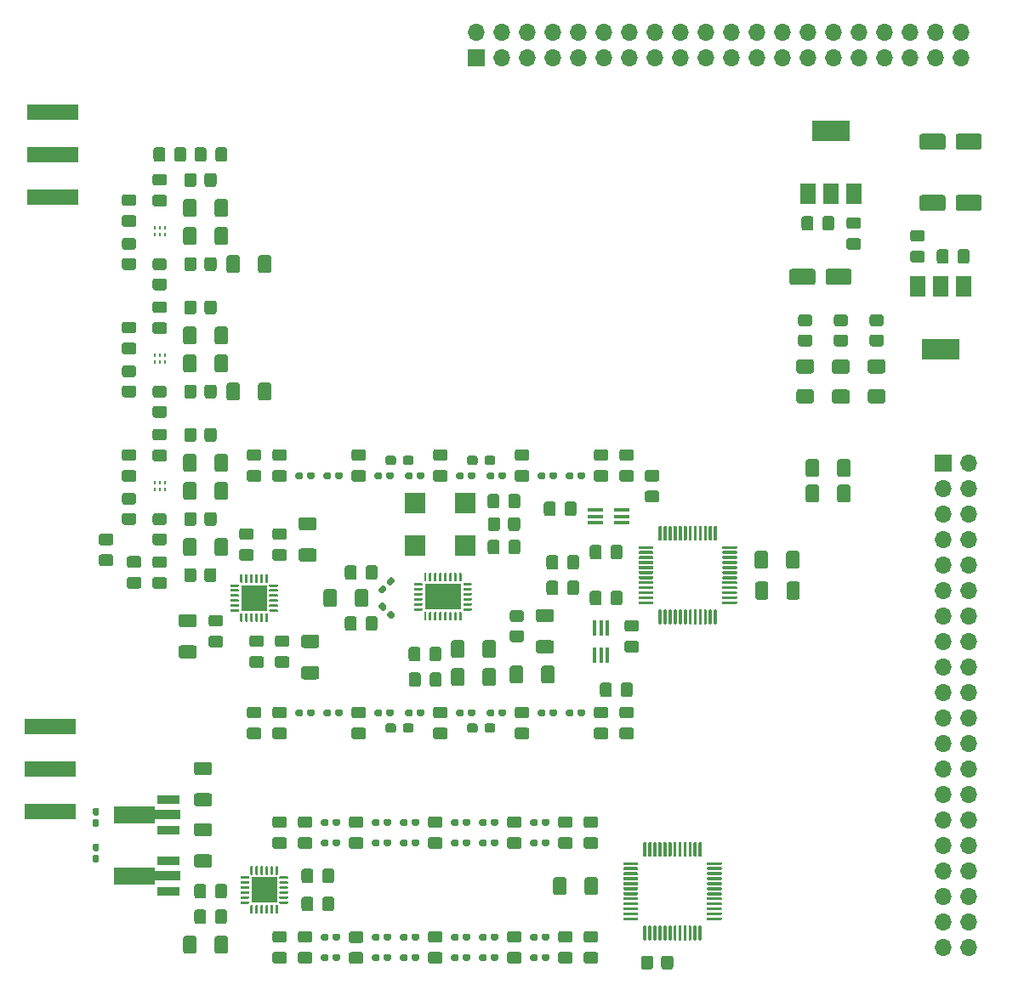
<source format=gbr>
%TF.GenerationSoftware,KiCad,Pcbnew,(5.1.8)-1*%
%TF.CreationDate,2020-12-04T16:08:35+03:00*%
%TF.ProjectId,SDR,5344522e-6b69-4636-9164-5f7063625858,rev?*%
%TF.SameCoordinates,Original*%
%TF.FileFunction,Soldermask,Top*%
%TF.FilePolarity,Negative*%
%FSLAX46Y46*%
G04 Gerber Fmt 4.6, Leading zero omitted, Abs format (unit mm)*
G04 Created by KiCad (PCBNEW (5.1.8)-1) date 2020-12-04 16:08:35*
%MOMM*%
%LPD*%
G01*
G04 APERTURE LIST*
%ADD10R,2.000000X2.000000*%
%ADD11R,0.270000X0.330000*%
%ADD12R,1.500000X2.000000*%
%ADD13R,3.800000X2.000000*%
%ADD14R,1.500000X0.400000*%
%ADD15R,0.400000X1.500000*%
%ADD16O,1.700000X1.700000*%
%ADD17R,1.700000X1.700000*%
%ADD18R,5.080000X1.500000*%
%ADD19C,0.100000*%
%ADD20R,2.300000X0.900000*%
%ADD21R,2.500000X2.500000*%
%ADD22R,3.650000X2.650000*%
G04 APERTURE END LIST*
%TO.C,R5*%
G36*
G01*
X105213999Y-133750000D02*
X106114001Y-133750000D01*
G75*
G02*
X106364000Y-133999999I0J-249999D01*
G01*
X106364000Y-134700001D01*
G75*
G02*
X106114001Y-134950000I-249999J0D01*
G01*
X105213999Y-134950000D01*
G75*
G02*
X104964000Y-134700001I0J249999D01*
G01*
X104964000Y-133999999D01*
G75*
G02*
X105213999Y-133750000I249999J0D01*
G01*
G37*
G36*
G01*
X105213999Y-131750000D02*
X106114001Y-131750000D01*
G75*
G02*
X106364000Y-131999999I0J-249999D01*
G01*
X106364000Y-132700001D01*
G75*
G02*
X106114001Y-132950000I-249999J0D01*
G01*
X105213999Y-132950000D01*
G75*
G02*
X104964000Y-132700001I0J249999D01*
G01*
X104964000Y-131999999D01*
G75*
G02*
X105213999Y-131750000I249999J0D01*
G01*
G37*
%TD*%
%TO.C,C83*%
G36*
G01*
X76167000Y-133408000D02*
X75217000Y-133408000D01*
G75*
G02*
X74967000Y-133158000I0J250000D01*
G01*
X74967000Y-132483000D01*
G75*
G02*
X75217000Y-132233000I250000J0D01*
G01*
X76167000Y-132233000D01*
G75*
G02*
X76417000Y-132483000I0J-250000D01*
G01*
X76417000Y-133158000D01*
G75*
G02*
X76167000Y-133408000I-250000J0D01*
G01*
G37*
G36*
G01*
X76167000Y-135483000D02*
X75217000Y-135483000D01*
G75*
G02*
X74967000Y-135233000I0J250000D01*
G01*
X74967000Y-134558000D01*
G75*
G02*
X75217000Y-134308000I250000J0D01*
G01*
X76167000Y-134308000D01*
G75*
G02*
X76417000Y-134558000I0J-250000D01*
G01*
X76417000Y-135233000D01*
G75*
G02*
X76167000Y-135483000I-250000J0D01*
G01*
G37*
%TD*%
%TO.C,C82*%
G36*
G01*
X82771000Y-135440000D02*
X81821000Y-135440000D01*
G75*
G02*
X81571000Y-135190000I0J250000D01*
G01*
X81571000Y-134515000D01*
G75*
G02*
X81821000Y-134265000I250000J0D01*
G01*
X82771000Y-134265000D01*
G75*
G02*
X83021000Y-134515000I0J-250000D01*
G01*
X83021000Y-135190000D01*
G75*
G02*
X82771000Y-135440000I-250000J0D01*
G01*
G37*
G36*
G01*
X82771000Y-137515000D02*
X81821000Y-137515000D01*
G75*
G02*
X81571000Y-137265000I0J250000D01*
G01*
X81571000Y-136590000D01*
G75*
G02*
X81821000Y-136340000I250000J0D01*
G01*
X82771000Y-136340000D01*
G75*
G02*
X83021000Y-136590000I0J-250000D01*
G01*
X83021000Y-137265000D01*
G75*
G02*
X82771000Y-137515000I-250000J0D01*
G01*
G37*
%TD*%
%TO.C,C81*%
G36*
G01*
X81567000Y-125672000D02*
X82517000Y-125672000D01*
G75*
G02*
X82767000Y-125922000I0J-250000D01*
G01*
X82767000Y-126597000D01*
G75*
G02*
X82517000Y-126847000I-250000J0D01*
G01*
X81567000Y-126847000D01*
G75*
G02*
X81317000Y-126597000I0J250000D01*
G01*
X81317000Y-125922000D01*
G75*
G02*
X81567000Y-125672000I250000J0D01*
G01*
G37*
G36*
G01*
X81567000Y-123597000D02*
X82517000Y-123597000D01*
G75*
G02*
X82767000Y-123847000I0J-250000D01*
G01*
X82767000Y-124522000D01*
G75*
G02*
X82517000Y-124772000I-250000J0D01*
G01*
X81567000Y-124772000D01*
G75*
G02*
X81317000Y-124522000I0J250000D01*
G01*
X81317000Y-123847000D01*
G75*
G02*
X81567000Y-123597000I250000J0D01*
G01*
G37*
%TD*%
%TO.C,C80*%
G36*
G01*
X73548001Y-133466000D02*
X72247999Y-133466000D01*
G75*
G02*
X71998000Y-133216001I0J249999D01*
G01*
X71998000Y-132390999D01*
G75*
G02*
X72247999Y-132141000I249999J0D01*
G01*
X73548001Y-132141000D01*
G75*
G02*
X73798000Y-132390999I0J-249999D01*
G01*
X73798000Y-133216001D01*
G75*
G02*
X73548001Y-133466000I-249999J0D01*
G01*
G37*
G36*
G01*
X73548001Y-136591000D02*
X72247999Y-136591000D01*
G75*
G02*
X71998000Y-136341001I0J249999D01*
G01*
X71998000Y-135515999D01*
G75*
G02*
X72247999Y-135266000I249999J0D01*
G01*
X73548001Y-135266000D01*
G75*
G02*
X73798000Y-135515999I0J-249999D01*
G01*
X73798000Y-136341001D01*
G75*
G02*
X73548001Y-136591000I-249999J0D01*
G01*
G37*
%TD*%
D10*
%TO.C,X1*%
X95544000Y-125290000D03*
X100544000Y-125290000D03*
X100544000Y-121090000D03*
X95544000Y-121090000D03*
%TD*%
D11*
%TO.C,U7*%
X70604000Y-119720000D03*
X70104000Y-119720000D03*
X69604000Y-119720000D03*
X69604000Y-119040000D03*
X70104000Y-119040000D03*
X70604000Y-119040000D03*
%TD*%
%TO.C,U6*%
X70604000Y-107020000D03*
X70104000Y-107020000D03*
X69604000Y-107020000D03*
X69604000Y-106340000D03*
X70104000Y-106340000D03*
X70604000Y-106340000D03*
%TD*%
%TO.C,U5*%
X70604000Y-94320000D03*
X70104000Y-94320000D03*
X69604000Y-94320000D03*
X69604000Y-93640000D03*
X70104000Y-93640000D03*
X70604000Y-93640000D03*
%TD*%
D12*
%TO.C,U4*%
X134606000Y-90272000D03*
X139206000Y-90272000D03*
X136906000Y-90272000D03*
D13*
X136906000Y-83972000D03*
%TD*%
D12*
%TO.C,U3*%
X150128000Y-99466000D03*
X145528000Y-99466000D03*
X147828000Y-99466000D03*
D13*
X147828000Y-105766000D03*
%TD*%
D14*
%TO.C,U2*%
X116138000Y-121778000D03*
X116138000Y-122428000D03*
X116138000Y-123078000D03*
X113478000Y-123078000D03*
X113478000Y-122428000D03*
X113478000Y-121778000D03*
%TD*%
D15*
%TO.C,U1*%
X114696000Y-136204000D03*
X114046000Y-136204000D03*
X113396000Y-136204000D03*
X113396000Y-133544000D03*
X114046000Y-133544000D03*
X114696000Y-133544000D03*
%TD*%
%TO.C,R20*%
G36*
G01*
X120034000Y-167328001D02*
X120034000Y-166427999D01*
G75*
G02*
X120283999Y-166178000I249999J0D01*
G01*
X120984001Y-166178000D01*
G75*
G02*
X121234000Y-166427999I0J-249999D01*
G01*
X121234000Y-167328001D01*
G75*
G02*
X120984001Y-167578000I-249999J0D01*
G01*
X120283999Y-167578000D01*
G75*
G02*
X120034000Y-167328001I0J249999D01*
G01*
G37*
G36*
G01*
X118034000Y-167328001D02*
X118034000Y-166427999D01*
G75*
G02*
X118283999Y-166178000I249999J0D01*
G01*
X118984001Y-166178000D01*
G75*
G02*
X119234000Y-166427999I0J-249999D01*
G01*
X119234000Y-167328001D01*
G75*
G02*
X118984001Y-167578000I-249999J0D01*
G01*
X118283999Y-167578000D01*
G75*
G02*
X118034000Y-167328001I0J249999D01*
G01*
G37*
%TD*%
%TO.C,R19*%
G36*
G01*
X73752000Y-127819999D02*
X73752000Y-128720001D01*
G75*
G02*
X73502001Y-128970000I-249999J0D01*
G01*
X72801999Y-128970000D01*
G75*
G02*
X72552000Y-128720001I0J249999D01*
G01*
X72552000Y-127819999D01*
G75*
G02*
X72801999Y-127570000I249999J0D01*
G01*
X73502001Y-127570000D01*
G75*
G02*
X73752000Y-127819999I0J-249999D01*
G01*
G37*
G36*
G01*
X75752000Y-127819999D02*
X75752000Y-128720001D01*
G75*
G02*
X75502001Y-128970000I-249999J0D01*
G01*
X74801999Y-128970000D01*
G75*
G02*
X74552000Y-128720001I0J249999D01*
G01*
X74552000Y-127819999D01*
G75*
G02*
X74801999Y-127570000I249999J0D01*
G01*
X75502001Y-127570000D01*
G75*
G02*
X75752000Y-127819999I0J-249999D01*
G01*
G37*
%TD*%
%TO.C,R18*%
G36*
G01*
X73768000Y-122231999D02*
X73768000Y-123132001D01*
G75*
G02*
X73518001Y-123382000I-249999J0D01*
G01*
X72817999Y-123382000D01*
G75*
G02*
X72568000Y-123132001I0J249999D01*
G01*
X72568000Y-122231999D01*
G75*
G02*
X72817999Y-121982000I249999J0D01*
G01*
X73518001Y-121982000D01*
G75*
G02*
X73768000Y-122231999I0J-249999D01*
G01*
G37*
G36*
G01*
X75768000Y-122231999D02*
X75768000Y-123132001D01*
G75*
G02*
X75518001Y-123382000I-249999J0D01*
G01*
X74817999Y-123382000D01*
G75*
G02*
X74568000Y-123132001I0J249999D01*
G01*
X74568000Y-122231999D01*
G75*
G02*
X74817999Y-121982000I249999J0D01*
G01*
X75518001Y-121982000D01*
G75*
G02*
X75768000Y-122231999I0J-249999D01*
G01*
G37*
%TD*%
%TO.C,R17*%
G36*
G01*
X67506001Y-121266000D02*
X66605999Y-121266000D01*
G75*
G02*
X66356000Y-121016001I0J249999D01*
G01*
X66356000Y-120315999D01*
G75*
G02*
X66605999Y-120066000I249999J0D01*
G01*
X67506001Y-120066000D01*
G75*
G02*
X67756000Y-120315999I0J-249999D01*
G01*
X67756000Y-121016001D01*
G75*
G02*
X67506001Y-121266000I-249999J0D01*
G01*
G37*
G36*
G01*
X67506001Y-123266000D02*
X66605999Y-123266000D01*
G75*
G02*
X66356000Y-123016001I0J249999D01*
G01*
X66356000Y-122315999D01*
G75*
G02*
X66605999Y-122066000I249999J0D01*
G01*
X67506001Y-122066000D01*
G75*
G02*
X67756000Y-122315999I0J-249999D01*
G01*
X67756000Y-123016001D01*
G75*
G02*
X67506001Y-123266000I-249999J0D01*
G01*
G37*
%TD*%
%TO.C,R16*%
G36*
G01*
X73768000Y-113849999D02*
X73768000Y-114750001D01*
G75*
G02*
X73518001Y-115000000I-249999J0D01*
G01*
X72817999Y-115000000D01*
G75*
G02*
X72568000Y-114750001I0J249999D01*
G01*
X72568000Y-113849999D01*
G75*
G02*
X72817999Y-113600000I249999J0D01*
G01*
X73518001Y-113600000D01*
G75*
G02*
X73768000Y-113849999I0J-249999D01*
G01*
G37*
G36*
G01*
X75768000Y-113849999D02*
X75768000Y-114750001D01*
G75*
G02*
X75518001Y-115000000I-249999J0D01*
G01*
X74817999Y-115000000D01*
G75*
G02*
X74568000Y-114750001I0J249999D01*
G01*
X74568000Y-113849999D01*
G75*
G02*
X74817999Y-113600000I249999J0D01*
G01*
X75518001Y-113600000D01*
G75*
G02*
X75768000Y-113849999I0J-249999D01*
G01*
G37*
%TD*%
%TO.C,R15*%
G36*
G01*
X73768000Y-109531999D02*
X73768000Y-110432001D01*
G75*
G02*
X73518001Y-110682000I-249999J0D01*
G01*
X72817999Y-110682000D01*
G75*
G02*
X72568000Y-110432001I0J249999D01*
G01*
X72568000Y-109531999D01*
G75*
G02*
X72817999Y-109282000I249999J0D01*
G01*
X73518001Y-109282000D01*
G75*
G02*
X73768000Y-109531999I0J-249999D01*
G01*
G37*
G36*
G01*
X75768000Y-109531999D02*
X75768000Y-110432001D01*
G75*
G02*
X75518001Y-110682000I-249999J0D01*
G01*
X74817999Y-110682000D01*
G75*
G02*
X74568000Y-110432001I0J249999D01*
G01*
X74568000Y-109531999D01*
G75*
G02*
X74817999Y-109282000I249999J0D01*
G01*
X75518001Y-109282000D01*
G75*
G02*
X75768000Y-109531999I0J-249999D01*
G01*
G37*
%TD*%
%TO.C,R14*%
G36*
G01*
X67506001Y-108566000D02*
X66605999Y-108566000D01*
G75*
G02*
X66356000Y-108316001I0J249999D01*
G01*
X66356000Y-107615999D01*
G75*
G02*
X66605999Y-107366000I249999J0D01*
G01*
X67506001Y-107366000D01*
G75*
G02*
X67756000Y-107615999I0J-249999D01*
G01*
X67756000Y-108316001D01*
G75*
G02*
X67506001Y-108566000I-249999J0D01*
G01*
G37*
G36*
G01*
X67506001Y-110566000D02*
X66605999Y-110566000D01*
G75*
G02*
X66356000Y-110316001I0J249999D01*
G01*
X66356000Y-109615999D01*
G75*
G02*
X66605999Y-109366000I249999J0D01*
G01*
X67506001Y-109366000D01*
G75*
G02*
X67756000Y-109615999I0J-249999D01*
G01*
X67756000Y-110316001D01*
G75*
G02*
X67506001Y-110566000I-249999J0D01*
G01*
G37*
%TD*%
%TO.C,R13*%
G36*
G01*
X73768000Y-101149999D02*
X73768000Y-102050001D01*
G75*
G02*
X73518001Y-102300000I-249999J0D01*
G01*
X72817999Y-102300000D01*
G75*
G02*
X72568000Y-102050001I0J249999D01*
G01*
X72568000Y-101149999D01*
G75*
G02*
X72817999Y-100900000I249999J0D01*
G01*
X73518001Y-100900000D01*
G75*
G02*
X73768000Y-101149999I0J-249999D01*
G01*
G37*
G36*
G01*
X75768000Y-101149999D02*
X75768000Y-102050001D01*
G75*
G02*
X75518001Y-102300000I-249999J0D01*
G01*
X74817999Y-102300000D01*
G75*
G02*
X74568000Y-102050001I0J249999D01*
G01*
X74568000Y-101149999D01*
G75*
G02*
X74817999Y-100900000I249999J0D01*
G01*
X75518001Y-100900000D01*
G75*
G02*
X75768000Y-101149999I0J-249999D01*
G01*
G37*
%TD*%
%TO.C,R12*%
G36*
G01*
X73768000Y-96831999D02*
X73768000Y-97732001D01*
G75*
G02*
X73518001Y-97982000I-249999J0D01*
G01*
X72817999Y-97982000D01*
G75*
G02*
X72568000Y-97732001I0J249999D01*
G01*
X72568000Y-96831999D01*
G75*
G02*
X72817999Y-96582000I249999J0D01*
G01*
X73518001Y-96582000D01*
G75*
G02*
X73768000Y-96831999I0J-249999D01*
G01*
G37*
G36*
G01*
X75768000Y-96831999D02*
X75768000Y-97732001D01*
G75*
G02*
X75518001Y-97982000I-249999J0D01*
G01*
X74817999Y-97982000D01*
G75*
G02*
X74568000Y-97732001I0J249999D01*
G01*
X74568000Y-96831999D01*
G75*
G02*
X74817999Y-96582000I249999J0D01*
G01*
X75518001Y-96582000D01*
G75*
G02*
X75768000Y-96831999I0J-249999D01*
G01*
G37*
%TD*%
%TO.C,R11*%
G36*
G01*
X67506001Y-95866000D02*
X66605999Y-95866000D01*
G75*
G02*
X66356000Y-95616001I0J249999D01*
G01*
X66356000Y-94915999D01*
G75*
G02*
X66605999Y-94666000I249999J0D01*
G01*
X67506001Y-94666000D01*
G75*
G02*
X67756000Y-94915999I0J-249999D01*
G01*
X67756000Y-95616001D01*
G75*
G02*
X67506001Y-95866000I-249999J0D01*
G01*
G37*
G36*
G01*
X67506001Y-97866000D02*
X66605999Y-97866000D01*
G75*
G02*
X66356000Y-97616001I0J249999D01*
G01*
X66356000Y-96915999D01*
G75*
G02*
X66605999Y-96666000I249999J0D01*
G01*
X67506001Y-96666000D01*
G75*
G02*
X67756000Y-96915999I0J-249999D01*
G01*
X67756000Y-97616001D01*
G75*
G02*
X67506001Y-97866000I-249999J0D01*
G01*
G37*
%TD*%
%TO.C,R10*%
G36*
G01*
X73768000Y-88449999D02*
X73768000Y-89350001D01*
G75*
G02*
X73518001Y-89600000I-249999J0D01*
G01*
X72817999Y-89600000D01*
G75*
G02*
X72568000Y-89350001I0J249999D01*
G01*
X72568000Y-88449999D01*
G75*
G02*
X72817999Y-88200000I249999J0D01*
G01*
X73518001Y-88200000D01*
G75*
G02*
X73768000Y-88449999I0J-249999D01*
G01*
G37*
G36*
G01*
X75768000Y-88449999D02*
X75768000Y-89350001D01*
G75*
G02*
X75518001Y-89600000I-249999J0D01*
G01*
X74817999Y-89600000D01*
G75*
G02*
X74568000Y-89350001I0J249999D01*
G01*
X74568000Y-88449999D01*
G75*
G02*
X74817999Y-88200000I249999J0D01*
G01*
X75518001Y-88200000D01*
G75*
G02*
X75768000Y-88449999I0J-249999D01*
G01*
G37*
%TD*%
%TO.C,R9*%
G36*
G01*
X134816001Y-103486000D02*
X133915999Y-103486000D01*
G75*
G02*
X133666000Y-103236001I0J249999D01*
G01*
X133666000Y-102535999D01*
G75*
G02*
X133915999Y-102286000I249999J0D01*
G01*
X134816001Y-102286000D01*
G75*
G02*
X135066000Y-102535999I0J-249999D01*
G01*
X135066000Y-103236001D01*
G75*
G02*
X134816001Y-103486000I-249999J0D01*
G01*
G37*
G36*
G01*
X134816001Y-105486000D02*
X133915999Y-105486000D01*
G75*
G02*
X133666000Y-105236001I0J249999D01*
G01*
X133666000Y-104535999D01*
G75*
G02*
X133915999Y-104286000I249999J0D01*
G01*
X134816001Y-104286000D01*
G75*
G02*
X135066000Y-104535999I0J-249999D01*
G01*
X135066000Y-105236001D01*
G75*
G02*
X134816001Y-105486000I-249999J0D01*
G01*
G37*
%TD*%
%TO.C,R8*%
G36*
G01*
X141928001Y-103486000D02*
X141027999Y-103486000D01*
G75*
G02*
X140778000Y-103236001I0J249999D01*
G01*
X140778000Y-102535999D01*
G75*
G02*
X141027999Y-102286000I249999J0D01*
G01*
X141928001Y-102286000D01*
G75*
G02*
X142178000Y-102535999I0J-249999D01*
G01*
X142178000Y-103236001D01*
G75*
G02*
X141928001Y-103486000I-249999J0D01*
G01*
G37*
G36*
G01*
X141928001Y-105486000D02*
X141027999Y-105486000D01*
G75*
G02*
X140778000Y-105236001I0J249999D01*
G01*
X140778000Y-104535999D01*
G75*
G02*
X141027999Y-104286000I249999J0D01*
G01*
X141928001Y-104286000D01*
G75*
G02*
X142178000Y-104535999I0J-249999D01*
G01*
X142178000Y-105236001D01*
G75*
G02*
X141928001Y-105486000I-249999J0D01*
G01*
G37*
%TD*%
%TO.C,R7*%
G36*
G01*
X138372001Y-103486000D02*
X137471999Y-103486000D01*
G75*
G02*
X137222000Y-103236001I0J249999D01*
G01*
X137222000Y-102535999D01*
G75*
G02*
X137471999Y-102286000I249999J0D01*
G01*
X138372001Y-102286000D01*
G75*
G02*
X138622000Y-102535999I0J-249999D01*
G01*
X138622000Y-103236001D01*
G75*
G02*
X138372001Y-103486000I-249999J0D01*
G01*
G37*
G36*
G01*
X138372001Y-105486000D02*
X137471999Y-105486000D01*
G75*
G02*
X137222000Y-105236001I0J249999D01*
G01*
X137222000Y-104535999D01*
G75*
G02*
X137471999Y-104286000I249999J0D01*
G01*
X138372001Y-104286000D01*
G75*
G02*
X138622000Y-104535999I0J-249999D01*
G01*
X138622000Y-105236001D01*
G75*
G02*
X138372001Y-105486000I-249999J0D01*
G01*
G37*
%TD*%
%TO.C,R4*%
G36*
G01*
X103994000Y-122739999D02*
X103994000Y-123640001D01*
G75*
G02*
X103744001Y-123890000I-249999J0D01*
G01*
X103043999Y-123890000D01*
G75*
G02*
X102794000Y-123640001I0J249999D01*
G01*
X102794000Y-122739999D01*
G75*
G02*
X103043999Y-122490000I249999J0D01*
G01*
X103744001Y-122490000D01*
G75*
G02*
X103994000Y-122739999I0J-249999D01*
G01*
G37*
G36*
G01*
X105994000Y-122739999D02*
X105994000Y-123640001D01*
G75*
G02*
X105744001Y-123890000I-249999J0D01*
G01*
X105043999Y-123890000D01*
G75*
G02*
X104794000Y-123640001I0J249999D01*
G01*
X104794000Y-122739999D01*
G75*
G02*
X105043999Y-122490000I249999J0D01*
G01*
X105744001Y-122490000D01*
G75*
G02*
X105994000Y-122739999I0J-249999D01*
G01*
G37*
%TD*%
%TO.C,R3*%
G36*
G01*
X70554001Y-123298000D02*
X69653999Y-123298000D01*
G75*
G02*
X69404000Y-123048001I0J249999D01*
G01*
X69404000Y-122347999D01*
G75*
G02*
X69653999Y-122098000I249999J0D01*
G01*
X70554001Y-122098000D01*
G75*
G02*
X70804000Y-122347999I0J-249999D01*
G01*
X70804000Y-123048001D01*
G75*
G02*
X70554001Y-123298000I-249999J0D01*
G01*
G37*
G36*
G01*
X70554001Y-125298000D02*
X69653999Y-125298000D01*
G75*
G02*
X69404000Y-125048001I0J249999D01*
G01*
X69404000Y-124347999D01*
G75*
G02*
X69653999Y-124098000I249999J0D01*
G01*
X70554001Y-124098000D01*
G75*
G02*
X70804000Y-124347999I0J-249999D01*
G01*
X70804000Y-125048001D01*
G75*
G02*
X70554001Y-125298000I-249999J0D01*
G01*
G37*
%TD*%
%TO.C,R2*%
G36*
G01*
X70554001Y-110598000D02*
X69653999Y-110598000D01*
G75*
G02*
X69404000Y-110348001I0J249999D01*
G01*
X69404000Y-109647999D01*
G75*
G02*
X69653999Y-109398000I249999J0D01*
G01*
X70554001Y-109398000D01*
G75*
G02*
X70804000Y-109647999I0J-249999D01*
G01*
X70804000Y-110348001D01*
G75*
G02*
X70554001Y-110598000I-249999J0D01*
G01*
G37*
G36*
G01*
X70554001Y-112598000D02*
X69653999Y-112598000D01*
G75*
G02*
X69404000Y-112348001I0J249999D01*
G01*
X69404000Y-111647999D01*
G75*
G02*
X69653999Y-111398000I249999J0D01*
G01*
X70554001Y-111398000D01*
G75*
G02*
X70804000Y-111647999I0J-249999D01*
G01*
X70804000Y-112348001D01*
G75*
G02*
X70554001Y-112598000I-249999J0D01*
G01*
G37*
%TD*%
%TO.C,R1*%
G36*
G01*
X70554001Y-97898000D02*
X69653999Y-97898000D01*
G75*
G02*
X69404000Y-97648001I0J249999D01*
G01*
X69404000Y-96947999D01*
G75*
G02*
X69653999Y-96698000I249999J0D01*
G01*
X70554001Y-96698000D01*
G75*
G02*
X70804000Y-96947999I0J-249999D01*
G01*
X70804000Y-97648001D01*
G75*
G02*
X70554001Y-97898000I-249999J0D01*
G01*
G37*
G36*
G01*
X70554001Y-99898000D02*
X69653999Y-99898000D01*
G75*
G02*
X69404000Y-99648001I0J249999D01*
G01*
X69404000Y-98947999D01*
G75*
G02*
X69653999Y-98698000I249999J0D01*
G01*
X70554001Y-98698000D01*
G75*
G02*
X70804000Y-98947999I0J-249999D01*
G01*
X70804000Y-99648001D01*
G75*
G02*
X70554001Y-99898000I-249999J0D01*
G01*
G37*
%TD*%
%TO.C,L48*%
G36*
G01*
X63914000Y-155766000D02*
X63594000Y-155766000D01*
G75*
G02*
X63434000Y-155606000I0J160000D01*
G01*
X63434000Y-155161000D01*
G75*
G02*
X63594000Y-155001000I160000J0D01*
G01*
X63914000Y-155001000D01*
G75*
G02*
X64074000Y-155161000I0J-160000D01*
G01*
X64074000Y-155606000D01*
G75*
G02*
X63914000Y-155766000I-160000J0D01*
G01*
G37*
G36*
G01*
X63914000Y-156911000D02*
X63594000Y-156911000D01*
G75*
G02*
X63434000Y-156751000I0J160000D01*
G01*
X63434000Y-156306000D01*
G75*
G02*
X63594000Y-156146000I160000J0D01*
G01*
X63914000Y-156146000D01*
G75*
G02*
X64074000Y-156306000I0J-160000D01*
G01*
X64074000Y-156751000D01*
G75*
G02*
X63914000Y-156911000I-160000J0D01*
G01*
G37*
%TD*%
%TO.C,L47*%
G36*
G01*
X88077000Y-154780000D02*
X88077000Y-155100000D01*
G75*
G02*
X87917000Y-155260000I-160000J0D01*
G01*
X87472000Y-155260000D01*
G75*
G02*
X87312000Y-155100000I0J160000D01*
G01*
X87312000Y-154780000D01*
G75*
G02*
X87472000Y-154620000I160000J0D01*
G01*
X87917000Y-154620000D01*
G75*
G02*
X88077000Y-154780000I0J-160000D01*
G01*
G37*
G36*
G01*
X86932000Y-154780000D02*
X86932000Y-155100000D01*
G75*
G02*
X86772000Y-155260000I-160000J0D01*
G01*
X86327000Y-155260000D01*
G75*
G02*
X86167000Y-155100000I0J160000D01*
G01*
X86167000Y-154780000D01*
G75*
G02*
X86327000Y-154620000I160000J0D01*
G01*
X86772000Y-154620000D01*
G75*
G02*
X86932000Y-154780000I0J-160000D01*
G01*
G37*
%TD*%
%TO.C,L46*%
G36*
G01*
X88077000Y-152748000D02*
X88077000Y-153068000D01*
G75*
G02*
X87917000Y-153228000I-160000J0D01*
G01*
X87472000Y-153228000D01*
G75*
G02*
X87312000Y-153068000I0J160000D01*
G01*
X87312000Y-152748000D01*
G75*
G02*
X87472000Y-152588000I160000J0D01*
G01*
X87917000Y-152588000D01*
G75*
G02*
X88077000Y-152748000I0J-160000D01*
G01*
G37*
G36*
G01*
X86932000Y-152748000D02*
X86932000Y-153068000D01*
G75*
G02*
X86772000Y-153228000I-160000J0D01*
G01*
X86327000Y-153228000D01*
G75*
G02*
X86167000Y-153068000I0J160000D01*
G01*
X86167000Y-152748000D01*
G75*
G02*
X86327000Y-152588000I160000J0D01*
G01*
X86772000Y-152588000D01*
G75*
G02*
X86932000Y-152748000I0J-160000D01*
G01*
G37*
%TD*%
%TO.C,L45*%
G36*
G01*
X93157000Y-154780000D02*
X93157000Y-155100000D01*
G75*
G02*
X92997000Y-155260000I-160000J0D01*
G01*
X92552000Y-155260000D01*
G75*
G02*
X92392000Y-155100000I0J160000D01*
G01*
X92392000Y-154780000D01*
G75*
G02*
X92552000Y-154620000I160000J0D01*
G01*
X92997000Y-154620000D01*
G75*
G02*
X93157000Y-154780000I0J-160000D01*
G01*
G37*
G36*
G01*
X92012000Y-154780000D02*
X92012000Y-155100000D01*
G75*
G02*
X91852000Y-155260000I-160000J0D01*
G01*
X91407000Y-155260000D01*
G75*
G02*
X91247000Y-155100000I0J160000D01*
G01*
X91247000Y-154780000D01*
G75*
G02*
X91407000Y-154620000I160000J0D01*
G01*
X91852000Y-154620000D01*
G75*
G02*
X92012000Y-154780000I0J-160000D01*
G01*
G37*
%TD*%
%TO.C,L44*%
G36*
G01*
X93157000Y-152748000D02*
X93157000Y-153068000D01*
G75*
G02*
X92997000Y-153228000I-160000J0D01*
G01*
X92552000Y-153228000D01*
G75*
G02*
X92392000Y-153068000I0J160000D01*
G01*
X92392000Y-152748000D01*
G75*
G02*
X92552000Y-152588000I160000J0D01*
G01*
X92997000Y-152588000D01*
G75*
G02*
X93157000Y-152748000I0J-160000D01*
G01*
G37*
G36*
G01*
X92012000Y-152748000D02*
X92012000Y-153068000D01*
G75*
G02*
X91852000Y-153228000I-160000J0D01*
G01*
X91407000Y-153228000D01*
G75*
G02*
X91247000Y-153068000I0J160000D01*
G01*
X91247000Y-152748000D01*
G75*
G02*
X91407000Y-152588000I160000J0D01*
G01*
X91852000Y-152588000D01*
G75*
G02*
X92012000Y-152748000I0J-160000D01*
G01*
G37*
%TD*%
%TO.C,L39*%
G36*
G01*
X103825000Y-154780000D02*
X103825000Y-155100000D01*
G75*
G02*
X103665000Y-155260000I-160000J0D01*
G01*
X103220000Y-155260000D01*
G75*
G02*
X103060000Y-155100000I0J160000D01*
G01*
X103060000Y-154780000D01*
G75*
G02*
X103220000Y-154620000I160000J0D01*
G01*
X103665000Y-154620000D01*
G75*
G02*
X103825000Y-154780000I0J-160000D01*
G01*
G37*
G36*
G01*
X102680000Y-154780000D02*
X102680000Y-155100000D01*
G75*
G02*
X102520000Y-155260000I-160000J0D01*
G01*
X102075000Y-155260000D01*
G75*
G02*
X101915000Y-155100000I0J160000D01*
G01*
X101915000Y-154780000D01*
G75*
G02*
X102075000Y-154620000I160000J0D01*
G01*
X102520000Y-154620000D01*
G75*
G02*
X102680000Y-154780000I0J-160000D01*
G01*
G37*
%TD*%
%TO.C,L38*%
G36*
G01*
X103825000Y-152748000D02*
X103825000Y-153068000D01*
G75*
G02*
X103665000Y-153228000I-160000J0D01*
G01*
X103220000Y-153228000D01*
G75*
G02*
X103060000Y-153068000I0J160000D01*
G01*
X103060000Y-152748000D01*
G75*
G02*
X103220000Y-152588000I160000J0D01*
G01*
X103665000Y-152588000D01*
G75*
G02*
X103825000Y-152748000I0J-160000D01*
G01*
G37*
G36*
G01*
X102680000Y-152748000D02*
X102680000Y-153068000D01*
G75*
G02*
X102520000Y-153228000I-160000J0D01*
G01*
X102075000Y-153228000D01*
G75*
G02*
X101915000Y-153068000I0J160000D01*
G01*
X101915000Y-152748000D01*
G75*
G02*
X102075000Y-152588000I160000J0D01*
G01*
X102520000Y-152588000D01*
G75*
G02*
X102680000Y-152748000I0J-160000D01*
G01*
G37*
%TD*%
%TO.C,L37*%
G36*
G01*
X108905000Y-154780000D02*
X108905000Y-155100000D01*
G75*
G02*
X108745000Y-155260000I-160000J0D01*
G01*
X108300000Y-155260000D01*
G75*
G02*
X108140000Y-155100000I0J160000D01*
G01*
X108140000Y-154780000D01*
G75*
G02*
X108300000Y-154620000I160000J0D01*
G01*
X108745000Y-154620000D01*
G75*
G02*
X108905000Y-154780000I0J-160000D01*
G01*
G37*
G36*
G01*
X107760000Y-154780000D02*
X107760000Y-155100000D01*
G75*
G02*
X107600000Y-155260000I-160000J0D01*
G01*
X107155000Y-155260000D01*
G75*
G02*
X106995000Y-155100000I0J160000D01*
G01*
X106995000Y-154780000D01*
G75*
G02*
X107155000Y-154620000I160000J0D01*
G01*
X107600000Y-154620000D01*
G75*
G02*
X107760000Y-154780000I0J-160000D01*
G01*
G37*
%TD*%
%TO.C,L36*%
G36*
G01*
X108905000Y-152748000D02*
X108905000Y-153068000D01*
G75*
G02*
X108745000Y-153228000I-160000J0D01*
G01*
X108300000Y-153228000D01*
G75*
G02*
X108140000Y-153068000I0J160000D01*
G01*
X108140000Y-152748000D01*
G75*
G02*
X108300000Y-152588000I160000J0D01*
G01*
X108745000Y-152588000D01*
G75*
G02*
X108905000Y-152748000I0J-160000D01*
G01*
G37*
G36*
G01*
X107760000Y-152748000D02*
X107760000Y-153068000D01*
G75*
G02*
X107600000Y-153228000I-160000J0D01*
G01*
X107155000Y-153228000D01*
G75*
G02*
X106995000Y-153068000I0J160000D01*
G01*
X106995000Y-152748000D01*
G75*
G02*
X107155000Y-152588000I160000J0D01*
G01*
X107600000Y-152588000D01*
G75*
G02*
X107760000Y-152748000I0J-160000D01*
G01*
G37*
%TD*%
%TO.C,L35*%
G36*
G01*
X86932000Y-164178000D02*
X86932000Y-164498000D01*
G75*
G02*
X86772000Y-164658000I-160000J0D01*
G01*
X86327000Y-164658000D01*
G75*
G02*
X86167000Y-164498000I0J160000D01*
G01*
X86167000Y-164178000D01*
G75*
G02*
X86327000Y-164018000I160000J0D01*
G01*
X86772000Y-164018000D01*
G75*
G02*
X86932000Y-164178000I0J-160000D01*
G01*
G37*
G36*
G01*
X88077000Y-164178000D02*
X88077000Y-164498000D01*
G75*
G02*
X87917000Y-164658000I-160000J0D01*
G01*
X87472000Y-164658000D01*
G75*
G02*
X87312000Y-164498000I0J160000D01*
G01*
X87312000Y-164178000D01*
G75*
G02*
X87472000Y-164018000I160000J0D01*
G01*
X87917000Y-164018000D01*
G75*
G02*
X88077000Y-164178000I0J-160000D01*
G01*
G37*
%TD*%
%TO.C,L34*%
G36*
G01*
X86932000Y-166210000D02*
X86932000Y-166530000D01*
G75*
G02*
X86772000Y-166690000I-160000J0D01*
G01*
X86327000Y-166690000D01*
G75*
G02*
X86167000Y-166530000I0J160000D01*
G01*
X86167000Y-166210000D01*
G75*
G02*
X86327000Y-166050000I160000J0D01*
G01*
X86772000Y-166050000D01*
G75*
G02*
X86932000Y-166210000I0J-160000D01*
G01*
G37*
G36*
G01*
X88077000Y-166210000D02*
X88077000Y-166530000D01*
G75*
G02*
X87917000Y-166690000I-160000J0D01*
G01*
X87472000Y-166690000D01*
G75*
G02*
X87312000Y-166530000I0J160000D01*
G01*
X87312000Y-166210000D01*
G75*
G02*
X87472000Y-166050000I160000J0D01*
G01*
X87917000Y-166050000D01*
G75*
G02*
X88077000Y-166210000I0J-160000D01*
G01*
G37*
%TD*%
%TO.C,L33*%
G36*
G01*
X92012000Y-164178000D02*
X92012000Y-164498000D01*
G75*
G02*
X91852000Y-164658000I-160000J0D01*
G01*
X91407000Y-164658000D01*
G75*
G02*
X91247000Y-164498000I0J160000D01*
G01*
X91247000Y-164178000D01*
G75*
G02*
X91407000Y-164018000I160000J0D01*
G01*
X91852000Y-164018000D01*
G75*
G02*
X92012000Y-164178000I0J-160000D01*
G01*
G37*
G36*
G01*
X93157000Y-164178000D02*
X93157000Y-164498000D01*
G75*
G02*
X92997000Y-164658000I-160000J0D01*
G01*
X92552000Y-164658000D01*
G75*
G02*
X92392000Y-164498000I0J160000D01*
G01*
X92392000Y-164178000D01*
G75*
G02*
X92552000Y-164018000I160000J0D01*
G01*
X92997000Y-164018000D01*
G75*
G02*
X93157000Y-164178000I0J-160000D01*
G01*
G37*
%TD*%
%TO.C,L32*%
G36*
G01*
X92012000Y-166210000D02*
X92012000Y-166530000D01*
G75*
G02*
X91852000Y-166690000I-160000J0D01*
G01*
X91407000Y-166690000D01*
G75*
G02*
X91247000Y-166530000I0J160000D01*
G01*
X91247000Y-166210000D01*
G75*
G02*
X91407000Y-166050000I160000J0D01*
G01*
X91852000Y-166050000D01*
G75*
G02*
X92012000Y-166210000I0J-160000D01*
G01*
G37*
G36*
G01*
X93157000Y-166210000D02*
X93157000Y-166530000D01*
G75*
G02*
X92997000Y-166690000I-160000J0D01*
G01*
X92552000Y-166690000D01*
G75*
G02*
X92392000Y-166530000I0J160000D01*
G01*
X92392000Y-166210000D01*
G75*
G02*
X92552000Y-166050000I160000J0D01*
G01*
X92997000Y-166050000D01*
G75*
G02*
X93157000Y-166210000I0J-160000D01*
G01*
G37*
%TD*%
%TO.C,L43*%
G36*
G01*
X95951000Y-154780000D02*
X95951000Y-155100000D01*
G75*
G02*
X95791000Y-155260000I-160000J0D01*
G01*
X95346000Y-155260000D01*
G75*
G02*
X95186000Y-155100000I0J160000D01*
G01*
X95186000Y-154780000D01*
G75*
G02*
X95346000Y-154620000I160000J0D01*
G01*
X95791000Y-154620000D01*
G75*
G02*
X95951000Y-154780000I0J-160000D01*
G01*
G37*
G36*
G01*
X94806000Y-154780000D02*
X94806000Y-155100000D01*
G75*
G02*
X94646000Y-155260000I-160000J0D01*
G01*
X94201000Y-155260000D01*
G75*
G02*
X94041000Y-155100000I0J160000D01*
G01*
X94041000Y-154780000D01*
G75*
G02*
X94201000Y-154620000I160000J0D01*
G01*
X94646000Y-154620000D01*
G75*
G02*
X94806000Y-154780000I0J-160000D01*
G01*
G37*
%TD*%
%TO.C,L27*%
G36*
G01*
X102680000Y-164178000D02*
X102680000Y-164498000D01*
G75*
G02*
X102520000Y-164658000I-160000J0D01*
G01*
X102075000Y-164658000D01*
G75*
G02*
X101915000Y-164498000I0J160000D01*
G01*
X101915000Y-164178000D01*
G75*
G02*
X102075000Y-164018000I160000J0D01*
G01*
X102520000Y-164018000D01*
G75*
G02*
X102680000Y-164178000I0J-160000D01*
G01*
G37*
G36*
G01*
X103825000Y-164178000D02*
X103825000Y-164498000D01*
G75*
G02*
X103665000Y-164658000I-160000J0D01*
G01*
X103220000Y-164658000D01*
G75*
G02*
X103060000Y-164498000I0J160000D01*
G01*
X103060000Y-164178000D01*
G75*
G02*
X103220000Y-164018000I160000J0D01*
G01*
X103665000Y-164018000D01*
G75*
G02*
X103825000Y-164178000I0J-160000D01*
G01*
G37*
%TD*%
%TO.C,L42*%
G36*
G01*
X95951000Y-152748000D02*
X95951000Y-153068000D01*
G75*
G02*
X95791000Y-153228000I-160000J0D01*
G01*
X95346000Y-153228000D01*
G75*
G02*
X95186000Y-153068000I0J160000D01*
G01*
X95186000Y-152748000D01*
G75*
G02*
X95346000Y-152588000I160000J0D01*
G01*
X95791000Y-152588000D01*
G75*
G02*
X95951000Y-152748000I0J-160000D01*
G01*
G37*
G36*
G01*
X94806000Y-152748000D02*
X94806000Y-153068000D01*
G75*
G02*
X94646000Y-153228000I-160000J0D01*
G01*
X94201000Y-153228000D01*
G75*
G02*
X94041000Y-153068000I0J160000D01*
G01*
X94041000Y-152748000D01*
G75*
G02*
X94201000Y-152588000I160000J0D01*
G01*
X94646000Y-152588000D01*
G75*
G02*
X94806000Y-152748000I0J-160000D01*
G01*
G37*
%TD*%
%TO.C,L26*%
G36*
G01*
X102680000Y-166210000D02*
X102680000Y-166530000D01*
G75*
G02*
X102520000Y-166690000I-160000J0D01*
G01*
X102075000Y-166690000D01*
G75*
G02*
X101915000Y-166530000I0J160000D01*
G01*
X101915000Y-166210000D01*
G75*
G02*
X102075000Y-166050000I160000J0D01*
G01*
X102520000Y-166050000D01*
G75*
G02*
X102680000Y-166210000I0J-160000D01*
G01*
G37*
G36*
G01*
X103825000Y-166210000D02*
X103825000Y-166530000D01*
G75*
G02*
X103665000Y-166690000I-160000J0D01*
G01*
X103220000Y-166690000D01*
G75*
G02*
X103060000Y-166530000I0J160000D01*
G01*
X103060000Y-166210000D01*
G75*
G02*
X103220000Y-166050000I160000J0D01*
G01*
X103665000Y-166050000D01*
G75*
G02*
X103825000Y-166210000I0J-160000D01*
G01*
G37*
%TD*%
%TO.C,L41*%
G36*
G01*
X101031000Y-154780000D02*
X101031000Y-155100000D01*
G75*
G02*
X100871000Y-155260000I-160000J0D01*
G01*
X100426000Y-155260000D01*
G75*
G02*
X100266000Y-155100000I0J160000D01*
G01*
X100266000Y-154780000D01*
G75*
G02*
X100426000Y-154620000I160000J0D01*
G01*
X100871000Y-154620000D01*
G75*
G02*
X101031000Y-154780000I0J-160000D01*
G01*
G37*
G36*
G01*
X99886000Y-154780000D02*
X99886000Y-155100000D01*
G75*
G02*
X99726000Y-155260000I-160000J0D01*
G01*
X99281000Y-155260000D01*
G75*
G02*
X99121000Y-155100000I0J160000D01*
G01*
X99121000Y-154780000D01*
G75*
G02*
X99281000Y-154620000I160000J0D01*
G01*
X99726000Y-154620000D01*
G75*
G02*
X99886000Y-154780000I0J-160000D01*
G01*
G37*
%TD*%
%TO.C,L25*%
G36*
G01*
X107760000Y-164178000D02*
X107760000Y-164498000D01*
G75*
G02*
X107600000Y-164658000I-160000J0D01*
G01*
X107155000Y-164658000D01*
G75*
G02*
X106995000Y-164498000I0J160000D01*
G01*
X106995000Y-164178000D01*
G75*
G02*
X107155000Y-164018000I160000J0D01*
G01*
X107600000Y-164018000D01*
G75*
G02*
X107760000Y-164178000I0J-160000D01*
G01*
G37*
G36*
G01*
X108905000Y-164178000D02*
X108905000Y-164498000D01*
G75*
G02*
X108745000Y-164658000I-160000J0D01*
G01*
X108300000Y-164658000D01*
G75*
G02*
X108140000Y-164498000I0J160000D01*
G01*
X108140000Y-164178000D01*
G75*
G02*
X108300000Y-164018000I160000J0D01*
G01*
X108745000Y-164018000D01*
G75*
G02*
X108905000Y-164178000I0J-160000D01*
G01*
G37*
%TD*%
%TO.C,L40*%
G36*
G01*
X101031000Y-152748000D02*
X101031000Y-153068000D01*
G75*
G02*
X100871000Y-153228000I-160000J0D01*
G01*
X100426000Y-153228000D01*
G75*
G02*
X100266000Y-153068000I0J160000D01*
G01*
X100266000Y-152748000D01*
G75*
G02*
X100426000Y-152588000I160000J0D01*
G01*
X100871000Y-152588000D01*
G75*
G02*
X101031000Y-152748000I0J-160000D01*
G01*
G37*
G36*
G01*
X99886000Y-152748000D02*
X99886000Y-153068000D01*
G75*
G02*
X99726000Y-153228000I-160000J0D01*
G01*
X99281000Y-153228000D01*
G75*
G02*
X99121000Y-153068000I0J160000D01*
G01*
X99121000Y-152748000D01*
G75*
G02*
X99281000Y-152588000I160000J0D01*
G01*
X99726000Y-152588000D01*
G75*
G02*
X99886000Y-152748000I0J-160000D01*
G01*
G37*
%TD*%
%TO.C,L24*%
G36*
G01*
X107760000Y-166210000D02*
X107760000Y-166530000D01*
G75*
G02*
X107600000Y-166690000I-160000J0D01*
G01*
X107155000Y-166690000D01*
G75*
G02*
X106995000Y-166530000I0J160000D01*
G01*
X106995000Y-166210000D01*
G75*
G02*
X107155000Y-166050000I160000J0D01*
G01*
X107600000Y-166050000D01*
G75*
G02*
X107760000Y-166210000I0J-160000D01*
G01*
G37*
G36*
G01*
X108905000Y-166210000D02*
X108905000Y-166530000D01*
G75*
G02*
X108745000Y-166690000I-160000J0D01*
G01*
X108300000Y-166690000D01*
G75*
G02*
X108140000Y-166530000I0J160000D01*
G01*
X108140000Y-166210000D01*
G75*
G02*
X108300000Y-166050000I160000J0D01*
G01*
X108745000Y-166050000D01*
G75*
G02*
X108905000Y-166210000I0J-160000D01*
G01*
G37*
%TD*%
%TO.C,L31*%
G36*
G01*
X94806000Y-164178000D02*
X94806000Y-164498000D01*
G75*
G02*
X94646000Y-164658000I-160000J0D01*
G01*
X94201000Y-164658000D01*
G75*
G02*
X94041000Y-164498000I0J160000D01*
G01*
X94041000Y-164178000D01*
G75*
G02*
X94201000Y-164018000I160000J0D01*
G01*
X94646000Y-164018000D01*
G75*
G02*
X94806000Y-164178000I0J-160000D01*
G01*
G37*
G36*
G01*
X95951000Y-164178000D02*
X95951000Y-164498000D01*
G75*
G02*
X95791000Y-164658000I-160000J0D01*
G01*
X95346000Y-164658000D01*
G75*
G02*
X95186000Y-164498000I0J160000D01*
G01*
X95186000Y-164178000D01*
G75*
G02*
X95346000Y-164018000I160000J0D01*
G01*
X95791000Y-164018000D01*
G75*
G02*
X95951000Y-164178000I0J-160000D01*
G01*
G37*
%TD*%
%TO.C,L30*%
G36*
G01*
X94806000Y-166210000D02*
X94806000Y-166530000D01*
G75*
G02*
X94646000Y-166690000I-160000J0D01*
G01*
X94201000Y-166690000D01*
G75*
G02*
X94041000Y-166530000I0J160000D01*
G01*
X94041000Y-166210000D01*
G75*
G02*
X94201000Y-166050000I160000J0D01*
G01*
X94646000Y-166050000D01*
G75*
G02*
X94806000Y-166210000I0J-160000D01*
G01*
G37*
G36*
G01*
X95951000Y-166210000D02*
X95951000Y-166530000D01*
G75*
G02*
X95791000Y-166690000I-160000J0D01*
G01*
X95346000Y-166690000D01*
G75*
G02*
X95186000Y-166530000I0J160000D01*
G01*
X95186000Y-166210000D01*
G75*
G02*
X95346000Y-166050000I160000J0D01*
G01*
X95791000Y-166050000D01*
G75*
G02*
X95951000Y-166210000I0J-160000D01*
G01*
G37*
%TD*%
%TO.C,L29*%
G36*
G01*
X99886000Y-164178000D02*
X99886000Y-164498000D01*
G75*
G02*
X99726000Y-164658000I-160000J0D01*
G01*
X99281000Y-164658000D01*
G75*
G02*
X99121000Y-164498000I0J160000D01*
G01*
X99121000Y-164178000D01*
G75*
G02*
X99281000Y-164018000I160000J0D01*
G01*
X99726000Y-164018000D01*
G75*
G02*
X99886000Y-164178000I0J-160000D01*
G01*
G37*
G36*
G01*
X101031000Y-164178000D02*
X101031000Y-164498000D01*
G75*
G02*
X100871000Y-164658000I-160000J0D01*
G01*
X100426000Y-164658000D01*
G75*
G02*
X100266000Y-164498000I0J160000D01*
G01*
X100266000Y-164178000D01*
G75*
G02*
X100426000Y-164018000I160000J0D01*
G01*
X100871000Y-164018000D01*
G75*
G02*
X101031000Y-164178000I0J-160000D01*
G01*
G37*
%TD*%
%TO.C,L28*%
G36*
G01*
X99886000Y-166210000D02*
X99886000Y-166530000D01*
G75*
G02*
X99726000Y-166690000I-160000J0D01*
G01*
X99281000Y-166690000D01*
G75*
G02*
X99121000Y-166530000I0J160000D01*
G01*
X99121000Y-166210000D01*
G75*
G02*
X99281000Y-166050000I160000J0D01*
G01*
X99726000Y-166050000D01*
G75*
G02*
X99886000Y-166210000I0J-160000D01*
G01*
G37*
G36*
G01*
X101031000Y-166210000D02*
X101031000Y-166530000D01*
G75*
G02*
X100871000Y-166690000I-160000J0D01*
G01*
X100426000Y-166690000D01*
G75*
G02*
X100266000Y-166530000I0J160000D01*
G01*
X100266000Y-166210000D01*
G75*
G02*
X100426000Y-166050000I160000J0D01*
G01*
X100871000Y-166050000D01*
G75*
G02*
X101031000Y-166210000I0J-160000D01*
G01*
G37*
%TD*%
%TO.C,L23*%
G36*
G01*
X63594000Y-152590000D02*
X63914000Y-152590000D01*
G75*
G02*
X64074000Y-152750000I0J-160000D01*
G01*
X64074000Y-153195000D01*
G75*
G02*
X63914000Y-153355000I-160000J0D01*
G01*
X63594000Y-153355000D01*
G75*
G02*
X63434000Y-153195000I0J160000D01*
G01*
X63434000Y-152750000D01*
G75*
G02*
X63594000Y-152590000I160000J0D01*
G01*
G37*
G36*
G01*
X63594000Y-151445000D02*
X63914000Y-151445000D01*
G75*
G02*
X64074000Y-151605000I0J-160000D01*
G01*
X64074000Y-152050000D01*
G75*
G02*
X63914000Y-152210000I-160000J0D01*
G01*
X63594000Y-152210000D01*
G75*
G02*
X63434000Y-152050000I0J160000D01*
G01*
X63434000Y-151605000D01*
G75*
G02*
X63594000Y-151445000I160000J0D01*
G01*
G37*
%TD*%
%TO.C,L22*%
G36*
G01*
X111696000Y-118524000D02*
X111696000Y-118204000D01*
G75*
G02*
X111856000Y-118044000I160000J0D01*
G01*
X112301000Y-118044000D01*
G75*
G02*
X112461000Y-118204000I0J-160000D01*
G01*
X112461000Y-118524000D01*
G75*
G02*
X112301000Y-118684000I-160000J0D01*
G01*
X111856000Y-118684000D01*
G75*
G02*
X111696000Y-118524000I0J160000D01*
G01*
G37*
G36*
G01*
X110551000Y-118524000D02*
X110551000Y-118204000D01*
G75*
G02*
X110711000Y-118044000I160000J0D01*
G01*
X111156000Y-118044000D01*
G75*
G02*
X111316000Y-118204000I0J-160000D01*
G01*
X111316000Y-118524000D01*
G75*
G02*
X111156000Y-118684000I-160000J0D01*
G01*
X110711000Y-118684000D01*
G75*
G02*
X110551000Y-118524000I0J160000D01*
G01*
G37*
%TD*%
%TO.C,L20*%
G36*
G01*
X103822000Y-118524000D02*
X103822000Y-118204000D01*
G75*
G02*
X103982000Y-118044000I160000J0D01*
G01*
X104427000Y-118044000D01*
G75*
G02*
X104587000Y-118204000I0J-160000D01*
G01*
X104587000Y-118524000D01*
G75*
G02*
X104427000Y-118684000I-160000J0D01*
G01*
X103982000Y-118684000D01*
G75*
G02*
X103822000Y-118524000I0J160000D01*
G01*
G37*
G36*
G01*
X102677000Y-118524000D02*
X102677000Y-118204000D01*
G75*
G02*
X102837000Y-118044000I160000J0D01*
G01*
X103282000Y-118044000D01*
G75*
G02*
X103442000Y-118204000I0J-160000D01*
G01*
X103442000Y-118524000D01*
G75*
G02*
X103282000Y-118684000I-160000J0D01*
G01*
X102837000Y-118684000D01*
G75*
G02*
X102677000Y-118524000I0J160000D01*
G01*
G37*
%TD*%
%TO.C,L19*%
G36*
G01*
X102458000Y-117077500D02*
X102458000Y-116602500D01*
G75*
G02*
X102695500Y-116365000I237500J0D01*
G01*
X103270500Y-116365000D01*
G75*
G02*
X103508000Y-116602500I0J-237500D01*
G01*
X103508000Y-117077500D01*
G75*
G02*
X103270500Y-117315000I-237500J0D01*
G01*
X102695500Y-117315000D01*
G75*
G02*
X102458000Y-117077500I0J237500D01*
G01*
G37*
G36*
G01*
X100708000Y-117077500D02*
X100708000Y-116602500D01*
G75*
G02*
X100945500Y-116365000I237500J0D01*
G01*
X101520500Y-116365000D01*
G75*
G02*
X101758000Y-116602500I0J-237500D01*
G01*
X101758000Y-117077500D01*
G75*
G02*
X101520500Y-117315000I-237500J0D01*
G01*
X100945500Y-117315000D01*
G75*
G02*
X100708000Y-117077500I0J237500D01*
G01*
G37*
%TD*%
%TO.C,L17*%
G36*
G01*
X95694000Y-118524000D02*
X95694000Y-118204000D01*
G75*
G02*
X95854000Y-118044000I160000J0D01*
G01*
X96299000Y-118044000D01*
G75*
G02*
X96459000Y-118204000I0J-160000D01*
G01*
X96459000Y-118524000D01*
G75*
G02*
X96299000Y-118684000I-160000J0D01*
G01*
X95854000Y-118684000D01*
G75*
G02*
X95694000Y-118524000I0J160000D01*
G01*
G37*
G36*
G01*
X94549000Y-118524000D02*
X94549000Y-118204000D01*
G75*
G02*
X94709000Y-118044000I160000J0D01*
G01*
X95154000Y-118044000D01*
G75*
G02*
X95314000Y-118204000I0J-160000D01*
G01*
X95314000Y-118524000D01*
G75*
G02*
X95154000Y-118684000I-160000J0D01*
G01*
X94709000Y-118684000D01*
G75*
G02*
X94549000Y-118524000I0J160000D01*
G01*
G37*
%TD*%
%TO.C,L16*%
G36*
G01*
X94330000Y-117077500D02*
X94330000Y-116602500D01*
G75*
G02*
X94567500Y-116365000I237500J0D01*
G01*
X95142500Y-116365000D01*
G75*
G02*
X95380000Y-116602500I0J-237500D01*
G01*
X95380000Y-117077500D01*
G75*
G02*
X95142500Y-117315000I-237500J0D01*
G01*
X94567500Y-117315000D01*
G75*
G02*
X94330000Y-117077500I0J237500D01*
G01*
G37*
G36*
G01*
X92580000Y-117077500D02*
X92580000Y-116602500D01*
G75*
G02*
X92817500Y-116365000I237500J0D01*
G01*
X93392500Y-116365000D01*
G75*
G02*
X93630000Y-116602500I0J-237500D01*
G01*
X93630000Y-117077500D01*
G75*
G02*
X93392500Y-117315000I-237500J0D01*
G01*
X92817500Y-117315000D01*
G75*
G02*
X92580000Y-117077500I0J237500D01*
G01*
G37*
%TD*%
%TO.C,L14*%
G36*
G01*
X87566000Y-118524000D02*
X87566000Y-118204000D01*
G75*
G02*
X87726000Y-118044000I160000J0D01*
G01*
X88171000Y-118044000D01*
G75*
G02*
X88331000Y-118204000I0J-160000D01*
G01*
X88331000Y-118524000D01*
G75*
G02*
X88171000Y-118684000I-160000J0D01*
G01*
X87726000Y-118684000D01*
G75*
G02*
X87566000Y-118524000I0J160000D01*
G01*
G37*
G36*
G01*
X86421000Y-118524000D02*
X86421000Y-118204000D01*
G75*
G02*
X86581000Y-118044000I160000J0D01*
G01*
X87026000Y-118044000D01*
G75*
G02*
X87186000Y-118204000I0J-160000D01*
G01*
X87186000Y-118524000D01*
G75*
G02*
X87026000Y-118684000I-160000J0D01*
G01*
X86581000Y-118684000D01*
G75*
G02*
X86421000Y-118524000I0J160000D01*
G01*
G37*
%TD*%
%TO.C,L21*%
G36*
G01*
X108902000Y-118524000D02*
X108902000Y-118204000D01*
G75*
G02*
X109062000Y-118044000I160000J0D01*
G01*
X109507000Y-118044000D01*
G75*
G02*
X109667000Y-118204000I0J-160000D01*
G01*
X109667000Y-118524000D01*
G75*
G02*
X109507000Y-118684000I-160000J0D01*
G01*
X109062000Y-118684000D01*
G75*
G02*
X108902000Y-118524000I0J160000D01*
G01*
G37*
G36*
G01*
X107757000Y-118524000D02*
X107757000Y-118204000D01*
G75*
G02*
X107917000Y-118044000I160000J0D01*
G01*
X108362000Y-118044000D01*
G75*
G02*
X108522000Y-118204000I0J-160000D01*
G01*
X108522000Y-118524000D01*
G75*
G02*
X108362000Y-118684000I-160000J0D01*
G01*
X107917000Y-118684000D01*
G75*
G02*
X107757000Y-118524000I0J160000D01*
G01*
G37*
%TD*%
%TO.C,L18*%
G36*
G01*
X100774000Y-118524000D02*
X100774000Y-118204000D01*
G75*
G02*
X100934000Y-118044000I160000J0D01*
G01*
X101379000Y-118044000D01*
G75*
G02*
X101539000Y-118204000I0J-160000D01*
G01*
X101539000Y-118524000D01*
G75*
G02*
X101379000Y-118684000I-160000J0D01*
G01*
X100934000Y-118684000D01*
G75*
G02*
X100774000Y-118524000I0J160000D01*
G01*
G37*
G36*
G01*
X99629000Y-118524000D02*
X99629000Y-118204000D01*
G75*
G02*
X99789000Y-118044000I160000J0D01*
G01*
X100234000Y-118044000D01*
G75*
G02*
X100394000Y-118204000I0J-160000D01*
G01*
X100394000Y-118524000D01*
G75*
G02*
X100234000Y-118684000I-160000J0D01*
G01*
X99789000Y-118684000D01*
G75*
G02*
X99629000Y-118524000I0J160000D01*
G01*
G37*
%TD*%
%TO.C,L15*%
G36*
G01*
X92646000Y-118524000D02*
X92646000Y-118204000D01*
G75*
G02*
X92806000Y-118044000I160000J0D01*
G01*
X93251000Y-118044000D01*
G75*
G02*
X93411000Y-118204000I0J-160000D01*
G01*
X93411000Y-118524000D01*
G75*
G02*
X93251000Y-118684000I-160000J0D01*
G01*
X92806000Y-118684000D01*
G75*
G02*
X92646000Y-118524000I0J160000D01*
G01*
G37*
G36*
G01*
X91501000Y-118524000D02*
X91501000Y-118204000D01*
G75*
G02*
X91661000Y-118044000I160000J0D01*
G01*
X92106000Y-118044000D01*
G75*
G02*
X92266000Y-118204000I0J-160000D01*
G01*
X92266000Y-118524000D01*
G75*
G02*
X92106000Y-118684000I-160000J0D01*
G01*
X91661000Y-118684000D01*
G75*
G02*
X91501000Y-118524000I0J160000D01*
G01*
G37*
%TD*%
%TO.C,L13*%
G36*
G01*
X84772000Y-118524000D02*
X84772000Y-118204000D01*
G75*
G02*
X84932000Y-118044000I160000J0D01*
G01*
X85377000Y-118044000D01*
G75*
G02*
X85537000Y-118204000I0J-160000D01*
G01*
X85537000Y-118524000D01*
G75*
G02*
X85377000Y-118684000I-160000J0D01*
G01*
X84932000Y-118684000D01*
G75*
G02*
X84772000Y-118524000I0J160000D01*
G01*
G37*
G36*
G01*
X83627000Y-118524000D02*
X83627000Y-118204000D01*
G75*
G02*
X83787000Y-118044000I160000J0D01*
G01*
X84232000Y-118044000D01*
G75*
G02*
X84392000Y-118204000I0J-160000D01*
G01*
X84392000Y-118524000D01*
G75*
G02*
X84232000Y-118684000I-160000J0D01*
G01*
X83787000Y-118684000D01*
G75*
G02*
X83627000Y-118524000I0J160000D01*
G01*
G37*
%TD*%
%TO.C,L12*%
G36*
G01*
X111696000Y-142146000D02*
X111696000Y-141826000D01*
G75*
G02*
X111856000Y-141666000I160000J0D01*
G01*
X112301000Y-141666000D01*
G75*
G02*
X112461000Y-141826000I0J-160000D01*
G01*
X112461000Y-142146000D01*
G75*
G02*
X112301000Y-142306000I-160000J0D01*
G01*
X111856000Y-142306000D01*
G75*
G02*
X111696000Y-142146000I0J160000D01*
G01*
G37*
G36*
G01*
X110551000Y-142146000D02*
X110551000Y-141826000D01*
G75*
G02*
X110711000Y-141666000I160000J0D01*
G01*
X111156000Y-141666000D01*
G75*
G02*
X111316000Y-141826000I0J-160000D01*
G01*
X111316000Y-142146000D01*
G75*
G02*
X111156000Y-142306000I-160000J0D01*
G01*
X110711000Y-142306000D01*
G75*
G02*
X110551000Y-142146000I0J160000D01*
G01*
G37*
%TD*%
%TO.C,L10*%
G36*
G01*
X103822000Y-142146000D02*
X103822000Y-141826000D01*
G75*
G02*
X103982000Y-141666000I160000J0D01*
G01*
X104427000Y-141666000D01*
G75*
G02*
X104587000Y-141826000I0J-160000D01*
G01*
X104587000Y-142146000D01*
G75*
G02*
X104427000Y-142306000I-160000J0D01*
G01*
X103982000Y-142306000D01*
G75*
G02*
X103822000Y-142146000I0J160000D01*
G01*
G37*
G36*
G01*
X102677000Y-142146000D02*
X102677000Y-141826000D01*
G75*
G02*
X102837000Y-141666000I160000J0D01*
G01*
X103282000Y-141666000D01*
G75*
G02*
X103442000Y-141826000I0J-160000D01*
G01*
X103442000Y-142146000D01*
G75*
G02*
X103282000Y-142306000I-160000J0D01*
G01*
X102837000Y-142306000D01*
G75*
G02*
X102677000Y-142146000I0J160000D01*
G01*
G37*
%TD*%
%TO.C,L9*%
G36*
G01*
X102458000Y-143747500D02*
X102458000Y-143272500D01*
G75*
G02*
X102695500Y-143035000I237500J0D01*
G01*
X103270500Y-143035000D01*
G75*
G02*
X103508000Y-143272500I0J-237500D01*
G01*
X103508000Y-143747500D01*
G75*
G02*
X103270500Y-143985000I-237500J0D01*
G01*
X102695500Y-143985000D01*
G75*
G02*
X102458000Y-143747500I0J237500D01*
G01*
G37*
G36*
G01*
X100708000Y-143747500D02*
X100708000Y-143272500D01*
G75*
G02*
X100945500Y-143035000I237500J0D01*
G01*
X101520500Y-143035000D01*
G75*
G02*
X101758000Y-143272500I0J-237500D01*
G01*
X101758000Y-143747500D01*
G75*
G02*
X101520500Y-143985000I-237500J0D01*
G01*
X100945500Y-143985000D01*
G75*
G02*
X100708000Y-143747500I0J237500D01*
G01*
G37*
%TD*%
%TO.C,L7*%
G36*
G01*
X95694000Y-142146000D02*
X95694000Y-141826000D01*
G75*
G02*
X95854000Y-141666000I160000J0D01*
G01*
X96299000Y-141666000D01*
G75*
G02*
X96459000Y-141826000I0J-160000D01*
G01*
X96459000Y-142146000D01*
G75*
G02*
X96299000Y-142306000I-160000J0D01*
G01*
X95854000Y-142306000D01*
G75*
G02*
X95694000Y-142146000I0J160000D01*
G01*
G37*
G36*
G01*
X94549000Y-142146000D02*
X94549000Y-141826000D01*
G75*
G02*
X94709000Y-141666000I160000J0D01*
G01*
X95154000Y-141666000D01*
G75*
G02*
X95314000Y-141826000I0J-160000D01*
G01*
X95314000Y-142146000D01*
G75*
G02*
X95154000Y-142306000I-160000J0D01*
G01*
X94709000Y-142306000D01*
G75*
G02*
X94549000Y-142146000I0J160000D01*
G01*
G37*
%TD*%
%TO.C,L6*%
G36*
G01*
X94330000Y-143747500D02*
X94330000Y-143272500D01*
G75*
G02*
X94567500Y-143035000I237500J0D01*
G01*
X95142500Y-143035000D01*
G75*
G02*
X95380000Y-143272500I0J-237500D01*
G01*
X95380000Y-143747500D01*
G75*
G02*
X95142500Y-143985000I-237500J0D01*
G01*
X94567500Y-143985000D01*
G75*
G02*
X94330000Y-143747500I0J237500D01*
G01*
G37*
G36*
G01*
X92580000Y-143747500D02*
X92580000Y-143272500D01*
G75*
G02*
X92817500Y-143035000I237500J0D01*
G01*
X93392500Y-143035000D01*
G75*
G02*
X93630000Y-143272500I0J-237500D01*
G01*
X93630000Y-143747500D01*
G75*
G02*
X93392500Y-143985000I-237500J0D01*
G01*
X92817500Y-143985000D01*
G75*
G02*
X92580000Y-143747500I0J237500D01*
G01*
G37*
%TD*%
%TO.C,L4*%
G36*
G01*
X87566000Y-142146000D02*
X87566000Y-141826000D01*
G75*
G02*
X87726000Y-141666000I160000J0D01*
G01*
X88171000Y-141666000D01*
G75*
G02*
X88331000Y-141826000I0J-160000D01*
G01*
X88331000Y-142146000D01*
G75*
G02*
X88171000Y-142306000I-160000J0D01*
G01*
X87726000Y-142306000D01*
G75*
G02*
X87566000Y-142146000I0J160000D01*
G01*
G37*
G36*
G01*
X86421000Y-142146000D02*
X86421000Y-141826000D01*
G75*
G02*
X86581000Y-141666000I160000J0D01*
G01*
X87026000Y-141666000D01*
G75*
G02*
X87186000Y-141826000I0J-160000D01*
G01*
X87186000Y-142146000D01*
G75*
G02*
X87026000Y-142306000I-160000J0D01*
G01*
X86581000Y-142306000D01*
G75*
G02*
X86421000Y-142146000I0J160000D01*
G01*
G37*
%TD*%
%TO.C,L11*%
G36*
G01*
X108902000Y-142146000D02*
X108902000Y-141826000D01*
G75*
G02*
X109062000Y-141666000I160000J0D01*
G01*
X109507000Y-141666000D01*
G75*
G02*
X109667000Y-141826000I0J-160000D01*
G01*
X109667000Y-142146000D01*
G75*
G02*
X109507000Y-142306000I-160000J0D01*
G01*
X109062000Y-142306000D01*
G75*
G02*
X108902000Y-142146000I0J160000D01*
G01*
G37*
G36*
G01*
X107757000Y-142146000D02*
X107757000Y-141826000D01*
G75*
G02*
X107917000Y-141666000I160000J0D01*
G01*
X108362000Y-141666000D01*
G75*
G02*
X108522000Y-141826000I0J-160000D01*
G01*
X108522000Y-142146000D01*
G75*
G02*
X108362000Y-142306000I-160000J0D01*
G01*
X107917000Y-142306000D01*
G75*
G02*
X107757000Y-142146000I0J160000D01*
G01*
G37*
%TD*%
%TO.C,L8*%
G36*
G01*
X100774000Y-142146000D02*
X100774000Y-141826000D01*
G75*
G02*
X100934000Y-141666000I160000J0D01*
G01*
X101379000Y-141666000D01*
G75*
G02*
X101539000Y-141826000I0J-160000D01*
G01*
X101539000Y-142146000D01*
G75*
G02*
X101379000Y-142306000I-160000J0D01*
G01*
X100934000Y-142306000D01*
G75*
G02*
X100774000Y-142146000I0J160000D01*
G01*
G37*
G36*
G01*
X99629000Y-142146000D02*
X99629000Y-141826000D01*
G75*
G02*
X99789000Y-141666000I160000J0D01*
G01*
X100234000Y-141666000D01*
G75*
G02*
X100394000Y-141826000I0J-160000D01*
G01*
X100394000Y-142146000D01*
G75*
G02*
X100234000Y-142306000I-160000J0D01*
G01*
X99789000Y-142306000D01*
G75*
G02*
X99629000Y-142146000I0J160000D01*
G01*
G37*
%TD*%
%TO.C,L5*%
G36*
G01*
X92646000Y-142146000D02*
X92646000Y-141826000D01*
G75*
G02*
X92806000Y-141666000I160000J0D01*
G01*
X93251000Y-141666000D01*
G75*
G02*
X93411000Y-141826000I0J-160000D01*
G01*
X93411000Y-142146000D01*
G75*
G02*
X93251000Y-142306000I-160000J0D01*
G01*
X92806000Y-142306000D01*
G75*
G02*
X92646000Y-142146000I0J160000D01*
G01*
G37*
G36*
G01*
X91501000Y-142146000D02*
X91501000Y-141826000D01*
G75*
G02*
X91661000Y-141666000I160000J0D01*
G01*
X92106000Y-141666000D01*
G75*
G02*
X92266000Y-141826000I0J-160000D01*
G01*
X92266000Y-142146000D01*
G75*
G02*
X92106000Y-142306000I-160000J0D01*
G01*
X91661000Y-142306000D01*
G75*
G02*
X91501000Y-142146000I0J160000D01*
G01*
G37*
%TD*%
%TO.C,L3*%
G36*
G01*
X84772000Y-142146000D02*
X84772000Y-141826000D01*
G75*
G02*
X84932000Y-141666000I160000J0D01*
G01*
X85377000Y-141666000D01*
G75*
G02*
X85537000Y-141826000I0J-160000D01*
G01*
X85537000Y-142146000D01*
G75*
G02*
X85377000Y-142306000I-160000J0D01*
G01*
X84932000Y-142306000D01*
G75*
G02*
X84772000Y-142146000I0J160000D01*
G01*
G37*
G36*
G01*
X83627000Y-142146000D02*
X83627000Y-141826000D01*
G75*
G02*
X83787000Y-141666000I160000J0D01*
G01*
X84232000Y-141666000D01*
G75*
G02*
X84392000Y-141826000I0J-160000D01*
G01*
X84392000Y-142146000D01*
G75*
G02*
X84232000Y-142306000I-160000J0D01*
G01*
X83787000Y-142306000D01*
G75*
G02*
X83627000Y-142146000I0J160000D01*
G01*
G37*
%TD*%
%TO.C,L2*%
G36*
G01*
X92957488Y-129264786D02*
X92731214Y-129038512D01*
G75*
G02*
X92731214Y-128812238I113137J113137D01*
G01*
X93045876Y-128497576D01*
G75*
G02*
X93272150Y-128497576I113137J-113137D01*
G01*
X93498424Y-128723850D01*
G75*
G02*
X93498424Y-128950124I-113137J-113137D01*
G01*
X93183762Y-129264786D01*
G75*
G02*
X92957488Y-129264786I-113137J113137D01*
G01*
G37*
G36*
G01*
X92147850Y-130074424D02*
X91921576Y-129848150D01*
G75*
G02*
X91921576Y-129621876I113137J113137D01*
G01*
X92236238Y-129307214D01*
G75*
G02*
X92462512Y-129307214I113137J-113137D01*
G01*
X92688786Y-129533488D01*
G75*
G02*
X92688786Y-129759762I-113137J-113137D01*
G01*
X92374124Y-130074424D01*
G75*
G02*
X92147850Y-130074424I-113137J113137D01*
G01*
G37*
%TD*%
%TO.C,L1*%
G36*
G01*
X92731214Y-132073488D02*
X92957488Y-131847214D01*
G75*
G02*
X93183762Y-131847214I113137J-113137D01*
G01*
X93498424Y-132161876D01*
G75*
G02*
X93498424Y-132388150I-113137J-113137D01*
G01*
X93272150Y-132614424D01*
G75*
G02*
X93045876Y-132614424I-113137J113137D01*
G01*
X92731214Y-132299762D01*
G75*
G02*
X92731214Y-132073488I113137J113137D01*
G01*
G37*
G36*
G01*
X91921576Y-131263850D02*
X92147850Y-131037576D01*
G75*
G02*
X92374124Y-131037576I113137J-113137D01*
G01*
X92688786Y-131352238D01*
G75*
G02*
X92688786Y-131578512I-113137J-113137D01*
G01*
X92462512Y-131804786D01*
G75*
G02*
X92236238Y-131804786I-113137J113137D01*
G01*
X91921576Y-131490124D01*
G75*
G02*
X91921576Y-131263850I113137J113137D01*
G01*
G37*
%TD*%
D16*
%TO.C,J4*%
X149860000Y-74168000D03*
X149860000Y-76708000D03*
X147320000Y-74168000D03*
X147320000Y-76708000D03*
X144780000Y-74168000D03*
X144780000Y-76708000D03*
X142240000Y-74168000D03*
X142240000Y-76708000D03*
X139700000Y-74168000D03*
X139700000Y-76708000D03*
X137160000Y-74168000D03*
X137160000Y-76708000D03*
X134620000Y-74168000D03*
X134620000Y-76708000D03*
X132080000Y-74168000D03*
X132080000Y-76708000D03*
X129540000Y-74168000D03*
X129540000Y-76708000D03*
X127000000Y-74168000D03*
X127000000Y-76708000D03*
X124460000Y-74168000D03*
X124460000Y-76708000D03*
X121920000Y-74168000D03*
X121920000Y-76708000D03*
X119380000Y-74168000D03*
X119380000Y-76708000D03*
X116840000Y-74168000D03*
X116840000Y-76708000D03*
X114300000Y-74168000D03*
X114300000Y-76708000D03*
X111760000Y-74168000D03*
X111760000Y-76708000D03*
X109220000Y-74168000D03*
X109220000Y-76708000D03*
X106680000Y-74168000D03*
X106680000Y-76708000D03*
X104140000Y-74168000D03*
X104140000Y-76708000D03*
X101600000Y-74168000D03*
D17*
X101600000Y-76708000D03*
%TD*%
D16*
%TO.C,J3*%
X150622000Y-165354000D03*
X148082000Y-165354000D03*
X150622000Y-162814000D03*
X148082000Y-162814000D03*
X150622000Y-160274000D03*
X148082000Y-160274000D03*
X150622000Y-157734000D03*
X148082000Y-157734000D03*
X150622000Y-155194000D03*
X148082000Y-155194000D03*
X150622000Y-152654000D03*
X148082000Y-152654000D03*
X150622000Y-150114000D03*
X148082000Y-150114000D03*
X150622000Y-147574000D03*
X148082000Y-147574000D03*
X150622000Y-145034000D03*
X148082000Y-145034000D03*
X150622000Y-142494000D03*
X148082000Y-142494000D03*
X150622000Y-139954000D03*
X148082000Y-139954000D03*
X150622000Y-137414000D03*
X148082000Y-137414000D03*
X150622000Y-134874000D03*
X148082000Y-134874000D03*
X150622000Y-132334000D03*
X148082000Y-132334000D03*
X150622000Y-129794000D03*
X148082000Y-129794000D03*
X150622000Y-127254000D03*
X148082000Y-127254000D03*
X150622000Y-124714000D03*
X148082000Y-124714000D03*
X150622000Y-122174000D03*
X148082000Y-122174000D03*
X150622000Y-119634000D03*
X148082000Y-119634000D03*
X150622000Y-117094000D03*
D17*
X148082000Y-117094000D03*
%TD*%
D18*
%TO.C,J2*%
X59182000Y-147574000D03*
X59182000Y-151824000D03*
X59182000Y-143324000D03*
%TD*%
%TO.C,J1*%
X59436000Y-86360000D03*
X59436000Y-90610000D03*
X59436000Y-82110000D03*
%TD*%
D19*
%TO.C,DA2*%
G36*
X65534000Y-157375500D02*
G01*
X69659000Y-157375500D01*
X69659000Y-157792000D01*
X72134000Y-157792000D01*
X72134000Y-158692000D01*
X69659000Y-158692000D01*
X69659000Y-159108500D01*
X65534000Y-159108500D01*
X65534000Y-157375500D01*
G37*
D20*
X70984000Y-156742000D03*
X70984000Y-159742000D03*
%TD*%
D19*
%TO.C,DA1*%
G36*
X65534000Y-151279500D02*
G01*
X69659000Y-151279500D01*
X69659000Y-151696000D01*
X72134000Y-151696000D01*
X72134000Y-152596000D01*
X69659000Y-152596000D01*
X69659000Y-153012500D01*
X65534000Y-153012500D01*
X65534000Y-151279500D01*
G37*
D20*
X70984000Y-150646000D03*
X70984000Y-153646000D03*
%TD*%
%TO.C,D7*%
G36*
G01*
X124058000Y-163266000D02*
X124058000Y-164591000D01*
G75*
G02*
X123983000Y-164666000I-75000J0D01*
G01*
X123833000Y-164666000D01*
G75*
G02*
X123758000Y-164591000I0J75000D01*
G01*
X123758000Y-163266000D01*
G75*
G02*
X123833000Y-163191000I75000J0D01*
G01*
X123983000Y-163191000D01*
G75*
G02*
X124058000Y-163266000I0J-75000D01*
G01*
G37*
G36*
G01*
X123558000Y-163266000D02*
X123558000Y-164591000D01*
G75*
G02*
X123483000Y-164666000I-75000J0D01*
G01*
X123333000Y-164666000D01*
G75*
G02*
X123258000Y-164591000I0J75000D01*
G01*
X123258000Y-163266000D01*
G75*
G02*
X123333000Y-163191000I75000J0D01*
G01*
X123483000Y-163191000D01*
G75*
G02*
X123558000Y-163266000I0J-75000D01*
G01*
G37*
G36*
G01*
X123058000Y-163266000D02*
X123058000Y-164591000D01*
G75*
G02*
X122983000Y-164666000I-75000J0D01*
G01*
X122833000Y-164666000D01*
G75*
G02*
X122758000Y-164591000I0J75000D01*
G01*
X122758000Y-163266000D01*
G75*
G02*
X122833000Y-163191000I75000J0D01*
G01*
X122983000Y-163191000D01*
G75*
G02*
X123058000Y-163266000I0J-75000D01*
G01*
G37*
G36*
G01*
X122558000Y-163266000D02*
X122558000Y-164591000D01*
G75*
G02*
X122483000Y-164666000I-75000J0D01*
G01*
X122333000Y-164666000D01*
G75*
G02*
X122258000Y-164591000I0J75000D01*
G01*
X122258000Y-163266000D01*
G75*
G02*
X122333000Y-163191000I75000J0D01*
G01*
X122483000Y-163191000D01*
G75*
G02*
X122558000Y-163266000I0J-75000D01*
G01*
G37*
G36*
G01*
X122058000Y-163266000D02*
X122058000Y-164591000D01*
G75*
G02*
X121983000Y-164666000I-75000J0D01*
G01*
X121833000Y-164666000D01*
G75*
G02*
X121758000Y-164591000I0J75000D01*
G01*
X121758000Y-163266000D01*
G75*
G02*
X121833000Y-163191000I75000J0D01*
G01*
X121983000Y-163191000D01*
G75*
G02*
X122058000Y-163266000I0J-75000D01*
G01*
G37*
G36*
G01*
X121558000Y-163266000D02*
X121558000Y-164591000D01*
G75*
G02*
X121483000Y-164666000I-75000J0D01*
G01*
X121333000Y-164666000D01*
G75*
G02*
X121258000Y-164591000I0J75000D01*
G01*
X121258000Y-163266000D01*
G75*
G02*
X121333000Y-163191000I75000J0D01*
G01*
X121483000Y-163191000D01*
G75*
G02*
X121558000Y-163266000I0J-75000D01*
G01*
G37*
G36*
G01*
X121058000Y-163266000D02*
X121058000Y-164591000D01*
G75*
G02*
X120983000Y-164666000I-75000J0D01*
G01*
X120833000Y-164666000D01*
G75*
G02*
X120758000Y-164591000I0J75000D01*
G01*
X120758000Y-163266000D01*
G75*
G02*
X120833000Y-163191000I75000J0D01*
G01*
X120983000Y-163191000D01*
G75*
G02*
X121058000Y-163266000I0J-75000D01*
G01*
G37*
G36*
G01*
X120558000Y-163266000D02*
X120558000Y-164591000D01*
G75*
G02*
X120483000Y-164666000I-75000J0D01*
G01*
X120333000Y-164666000D01*
G75*
G02*
X120258000Y-164591000I0J75000D01*
G01*
X120258000Y-163266000D01*
G75*
G02*
X120333000Y-163191000I75000J0D01*
G01*
X120483000Y-163191000D01*
G75*
G02*
X120558000Y-163266000I0J-75000D01*
G01*
G37*
G36*
G01*
X120058000Y-163266000D02*
X120058000Y-164591000D01*
G75*
G02*
X119983000Y-164666000I-75000J0D01*
G01*
X119833000Y-164666000D01*
G75*
G02*
X119758000Y-164591000I0J75000D01*
G01*
X119758000Y-163266000D01*
G75*
G02*
X119833000Y-163191000I75000J0D01*
G01*
X119983000Y-163191000D01*
G75*
G02*
X120058000Y-163266000I0J-75000D01*
G01*
G37*
G36*
G01*
X119558000Y-163266000D02*
X119558000Y-164591000D01*
G75*
G02*
X119483000Y-164666000I-75000J0D01*
G01*
X119333000Y-164666000D01*
G75*
G02*
X119258000Y-164591000I0J75000D01*
G01*
X119258000Y-163266000D01*
G75*
G02*
X119333000Y-163191000I75000J0D01*
G01*
X119483000Y-163191000D01*
G75*
G02*
X119558000Y-163266000I0J-75000D01*
G01*
G37*
G36*
G01*
X119058000Y-163266000D02*
X119058000Y-164591000D01*
G75*
G02*
X118983000Y-164666000I-75000J0D01*
G01*
X118833000Y-164666000D01*
G75*
G02*
X118758000Y-164591000I0J75000D01*
G01*
X118758000Y-163266000D01*
G75*
G02*
X118833000Y-163191000I75000J0D01*
G01*
X118983000Y-163191000D01*
G75*
G02*
X119058000Y-163266000I0J-75000D01*
G01*
G37*
G36*
G01*
X118558000Y-163266000D02*
X118558000Y-164591000D01*
G75*
G02*
X118483000Y-164666000I-75000J0D01*
G01*
X118333000Y-164666000D01*
G75*
G02*
X118258000Y-164591000I0J75000D01*
G01*
X118258000Y-163266000D01*
G75*
G02*
X118333000Y-163191000I75000J0D01*
G01*
X118483000Y-163191000D01*
G75*
G02*
X118558000Y-163266000I0J-75000D01*
G01*
G37*
G36*
G01*
X117733000Y-162441000D02*
X117733000Y-162591000D01*
G75*
G02*
X117658000Y-162666000I-75000J0D01*
G01*
X116333000Y-162666000D01*
G75*
G02*
X116258000Y-162591000I0J75000D01*
G01*
X116258000Y-162441000D01*
G75*
G02*
X116333000Y-162366000I75000J0D01*
G01*
X117658000Y-162366000D01*
G75*
G02*
X117733000Y-162441000I0J-75000D01*
G01*
G37*
G36*
G01*
X117733000Y-161941000D02*
X117733000Y-162091000D01*
G75*
G02*
X117658000Y-162166000I-75000J0D01*
G01*
X116333000Y-162166000D01*
G75*
G02*
X116258000Y-162091000I0J75000D01*
G01*
X116258000Y-161941000D01*
G75*
G02*
X116333000Y-161866000I75000J0D01*
G01*
X117658000Y-161866000D01*
G75*
G02*
X117733000Y-161941000I0J-75000D01*
G01*
G37*
G36*
G01*
X117733000Y-161441000D02*
X117733000Y-161591000D01*
G75*
G02*
X117658000Y-161666000I-75000J0D01*
G01*
X116333000Y-161666000D01*
G75*
G02*
X116258000Y-161591000I0J75000D01*
G01*
X116258000Y-161441000D01*
G75*
G02*
X116333000Y-161366000I75000J0D01*
G01*
X117658000Y-161366000D01*
G75*
G02*
X117733000Y-161441000I0J-75000D01*
G01*
G37*
G36*
G01*
X117733000Y-160941000D02*
X117733000Y-161091000D01*
G75*
G02*
X117658000Y-161166000I-75000J0D01*
G01*
X116333000Y-161166000D01*
G75*
G02*
X116258000Y-161091000I0J75000D01*
G01*
X116258000Y-160941000D01*
G75*
G02*
X116333000Y-160866000I75000J0D01*
G01*
X117658000Y-160866000D01*
G75*
G02*
X117733000Y-160941000I0J-75000D01*
G01*
G37*
G36*
G01*
X117733000Y-160441000D02*
X117733000Y-160591000D01*
G75*
G02*
X117658000Y-160666000I-75000J0D01*
G01*
X116333000Y-160666000D01*
G75*
G02*
X116258000Y-160591000I0J75000D01*
G01*
X116258000Y-160441000D01*
G75*
G02*
X116333000Y-160366000I75000J0D01*
G01*
X117658000Y-160366000D01*
G75*
G02*
X117733000Y-160441000I0J-75000D01*
G01*
G37*
G36*
G01*
X117733000Y-159941000D02*
X117733000Y-160091000D01*
G75*
G02*
X117658000Y-160166000I-75000J0D01*
G01*
X116333000Y-160166000D01*
G75*
G02*
X116258000Y-160091000I0J75000D01*
G01*
X116258000Y-159941000D01*
G75*
G02*
X116333000Y-159866000I75000J0D01*
G01*
X117658000Y-159866000D01*
G75*
G02*
X117733000Y-159941000I0J-75000D01*
G01*
G37*
G36*
G01*
X117733000Y-159441000D02*
X117733000Y-159591000D01*
G75*
G02*
X117658000Y-159666000I-75000J0D01*
G01*
X116333000Y-159666000D01*
G75*
G02*
X116258000Y-159591000I0J75000D01*
G01*
X116258000Y-159441000D01*
G75*
G02*
X116333000Y-159366000I75000J0D01*
G01*
X117658000Y-159366000D01*
G75*
G02*
X117733000Y-159441000I0J-75000D01*
G01*
G37*
G36*
G01*
X117733000Y-158941000D02*
X117733000Y-159091000D01*
G75*
G02*
X117658000Y-159166000I-75000J0D01*
G01*
X116333000Y-159166000D01*
G75*
G02*
X116258000Y-159091000I0J75000D01*
G01*
X116258000Y-158941000D01*
G75*
G02*
X116333000Y-158866000I75000J0D01*
G01*
X117658000Y-158866000D01*
G75*
G02*
X117733000Y-158941000I0J-75000D01*
G01*
G37*
G36*
G01*
X117733000Y-158441000D02*
X117733000Y-158591000D01*
G75*
G02*
X117658000Y-158666000I-75000J0D01*
G01*
X116333000Y-158666000D01*
G75*
G02*
X116258000Y-158591000I0J75000D01*
G01*
X116258000Y-158441000D01*
G75*
G02*
X116333000Y-158366000I75000J0D01*
G01*
X117658000Y-158366000D01*
G75*
G02*
X117733000Y-158441000I0J-75000D01*
G01*
G37*
G36*
G01*
X117733000Y-157941000D02*
X117733000Y-158091000D01*
G75*
G02*
X117658000Y-158166000I-75000J0D01*
G01*
X116333000Y-158166000D01*
G75*
G02*
X116258000Y-158091000I0J75000D01*
G01*
X116258000Y-157941000D01*
G75*
G02*
X116333000Y-157866000I75000J0D01*
G01*
X117658000Y-157866000D01*
G75*
G02*
X117733000Y-157941000I0J-75000D01*
G01*
G37*
G36*
G01*
X117733000Y-157441000D02*
X117733000Y-157591000D01*
G75*
G02*
X117658000Y-157666000I-75000J0D01*
G01*
X116333000Y-157666000D01*
G75*
G02*
X116258000Y-157591000I0J75000D01*
G01*
X116258000Y-157441000D01*
G75*
G02*
X116333000Y-157366000I75000J0D01*
G01*
X117658000Y-157366000D01*
G75*
G02*
X117733000Y-157441000I0J-75000D01*
G01*
G37*
G36*
G01*
X117733000Y-156941000D02*
X117733000Y-157091000D01*
G75*
G02*
X117658000Y-157166000I-75000J0D01*
G01*
X116333000Y-157166000D01*
G75*
G02*
X116258000Y-157091000I0J75000D01*
G01*
X116258000Y-156941000D01*
G75*
G02*
X116333000Y-156866000I75000J0D01*
G01*
X117658000Y-156866000D01*
G75*
G02*
X117733000Y-156941000I0J-75000D01*
G01*
G37*
G36*
G01*
X118558000Y-154941000D02*
X118558000Y-156266000D01*
G75*
G02*
X118483000Y-156341000I-75000J0D01*
G01*
X118333000Y-156341000D01*
G75*
G02*
X118258000Y-156266000I0J75000D01*
G01*
X118258000Y-154941000D01*
G75*
G02*
X118333000Y-154866000I75000J0D01*
G01*
X118483000Y-154866000D01*
G75*
G02*
X118558000Y-154941000I0J-75000D01*
G01*
G37*
G36*
G01*
X119058000Y-154941000D02*
X119058000Y-156266000D01*
G75*
G02*
X118983000Y-156341000I-75000J0D01*
G01*
X118833000Y-156341000D01*
G75*
G02*
X118758000Y-156266000I0J75000D01*
G01*
X118758000Y-154941000D01*
G75*
G02*
X118833000Y-154866000I75000J0D01*
G01*
X118983000Y-154866000D01*
G75*
G02*
X119058000Y-154941000I0J-75000D01*
G01*
G37*
G36*
G01*
X119558000Y-154941000D02*
X119558000Y-156266000D01*
G75*
G02*
X119483000Y-156341000I-75000J0D01*
G01*
X119333000Y-156341000D01*
G75*
G02*
X119258000Y-156266000I0J75000D01*
G01*
X119258000Y-154941000D01*
G75*
G02*
X119333000Y-154866000I75000J0D01*
G01*
X119483000Y-154866000D01*
G75*
G02*
X119558000Y-154941000I0J-75000D01*
G01*
G37*
G36*
G01*
X120058000Y-154941000D02*
X120058000Y-156266000D01*
G75*
G02*
X119983000Y-156341000I-75000J0D01*
G01*
X119833000Y-156341000D01*
G75*
G02*
X119758000Y-156266000I0J75000D01*
G01*
X119758000Y-154941000D01*
G75*
G02*
X119833000Y-154866000I75000J0D01*
G01*
X119983000Y-154866000D01*
G75*
G02*
X120058000Y-154941000I0J-75000D01*
G01*
G37*
G36*
G01*
X120558000Y-154941000D02*
X120558000Y-156266000D01*
G75*
G02*
X120483000Y-156341000I-75000J0D01*
G01*
X120333000Y-156341000D01*
G75*
G02*
X120258000Y-156266000I0J75000D01*
G01*
X120258000Y-154941000D01*
G75*
G02*
X120333000Y-154866000I75000J0D01*
G01*
X120483000Y-154866000D01*
G75*
G02*
X120558000Y-154941000I0J-75000D01*
G01*
G37*
G36*
G01*
X121058000Y-154941000D02*
X121058000Y-156266000D01*
G75*
G02*
X120983000Y-156341000I-75000J0D01*
G01*
X120833000Y-156341000D01*
G75*
G02*
X120758000Y-156266000I0J75000D01*
G01*
X120758000Y-154941000D01*
G75*
G02*
X120833000Y-154866000I75000J0D01*
G01*
X120983000Y-154866000D01*
G75*
G02*
X121058000Y-154941000I0J-75000D01*
G01*
G37*
G36*
G01*
X121558000Y-154941000D02*
X121558000Y-156266000D01*
G75*
G02*
X121483000Y-156341000I-75000J0D01*
G01*
X121333000Y-156341000D01*
G75*
G02*
X121258000Y-156266000I0J75000D01*
G01*
X121258000Y-154941000D01*
G75*
G02*
X121333000Y-154866000I75000J0D01*
G01*
X121483000Y-154866000D01*
G75*
G02*
X121558000Y-154941000I0J-75000D01*
G01*
G37*
G36*
G01*
X122058000Y-154941000D02*
X122058000Y-156266000D01*
G75*
G02*
X121983000Y-156341000I-75000J0D01*
G01*
X121833000Y-156341000D01*
G75*
G02*
X121758000Y-156266000I0J75000D01*
G01*
X121758000Y-154941000D01*
G75*
G02*
X121833000Y-154866000I75000J0D01*
G01*
X121983000Y-154866000D01*
G75*
G02*
X122058000Y-154941000I0J-75000D01*
G01*
G37*
G36*
G01*
X122558000Y-154941000D02*
X122558000Y-156266000D01*
G75*
G02*
X122483000Y-156341000I-75000J0D01*
G01*
X122333000Y-156341000D01*
G75*
G02*
X122258000Y-156266000I0J75000D01*
G01*
X122258000Y-154941000D01*
G75*
G02*
X122333000Y-154866000I75000J0D01*
G01*
X122483000Y-154866000D01*
G75*
G02*
X122558000Y-154941000I0J-75000D01*
G01*
G37*
G36*
G01*
X123058000Y-154941000D02*
X123058000Y-156266000D01*
G75*
G02*
X122983000Y-156341000I-75000J0D01*
G01*
X122833000Y-156341000D01*
G75*
G02*
X122758000Y-156266000I0J75000D01*
G01*
X122758000Y-154941000D01*
G75*
G02*
X122833000Y-154866000I75000J0D01*
G01*
X122983000Y-154866000D01*
G75*
G02*
X123058000Y-154941000I0J-75000D01*
G01*
G37*
G36*
G01*
X123558000Y-154941000D02*
X123558000Y-156266000D01*
G75*
G02*
X123483000Y-156341000I-75000J0D01*
G01*
X123333000Y-156341000D01*
G75*
G02*
X123258000Y-156266000I0J75000D01*
G01*
X123258000Y-154941000D01*
G75*
G02*
X123333000Y-154866000I75000J0D01*
G01*
X123483000Y-154866000D01*
G75*
G02*
X123558000Y-154941000I0J-75000D01*
G01*
G37*
G36*
G01*
X124058000Y-154941000D02*
X124058000Y-156266000D01*
G75*
G02*
X123983000Y-156341000I-75000J0D01*
G01*
X123833000Y-156341000D01*
G75*
G02*
X123758000Y-156266000I0J75000D01*
G01*
X123758000Y-154941000D01*
G75*
G02*
X123833000Y-154866000I75000J0D01*
G01*
X123983000Y-154866000D01*
G75*
G02*
X124058000Y-154941000I0J-75000D01*
G01*
G37*
G36*
G01*
X126058000Y-156941000D02*
X126058000Y-157091000D01*
G75*
G02*
X125983000Y-157166000I-75000J0D01*
G01*
X124658000Y-157166000D01*
G75*
G02*
X124583000Y-157091000I0J75000D01*
G01*
X124583000Y-156941000D01*
G75*
G02*
X124658000Y-156866000I75000J0D01*
G01*
X125983000Y-156866000D01*
G75*
G02*
X126058000Y-156941000I0J-75000D01*
G01*
G37*
G36*
G01*
X126058000Y-157441000D02*
X126058000Y-157591000D01*
G75*
G02*
X125983000Y-157666000I-75000J0D01*
G01*
X124658000Y-157666000D01*
G75*
G02*
X124583000Y-157591000I0J75000D01*
G01*
X124583000Y-157441000D01*
G75*
G02*
X124658000Y-157366000I75000J0D01*
G01*
X125983000Y-157366000D01*
G75*
G02*
X126058000Y-157441000I0J-75000D01*
G01*
G37*
G36*
G01*
X126058000Y-157941000D02*
X126058000Y-158091000D01*
G75*
G02*
X125983000Y-158166000I-75000J0D01*
G01*
X124658000Y-158166000D01*
G75*
G02*
X124583000Y-158091000I0J75000D01*
G01*
X124583000Y-157941000D01*
G75*
G02*
X124658000Y-157866000I75000J0D01*
G01*
X125983000Y-157866000D01*
G75*
G02*
X126058000Y-157941000I0J-75000D01*
G01*
G37*
G36*
G01*
X126058000Y-158441000D02*
X126058000Y-158591000D01*
G75*
G02*
X125983000Y-158666000I-75000J0D01*
G01*
X124658000Y-158666000D01*
G75*
G02*
X124583000Y-158591000I0J75000D01*
G01*
X124583000Y-158441000D01*
G75*
G02*
X124658000Y-158366000I75000J0D01*
G01*
X125983000Y-158366000D01*
G75*
G02*
X126058000Y-158441000I0J-75000D01*
G01*
G37*
G36*
G01*
X126058000Y-158941000D02*
X126058000Y-159091000D01*
G75*
G02*
X125983000Y-159166000I-75000J0D01*
G01*
X124658000Y-159166000D01*
G75*
G02*
X124583000Y-159091000I0J75000D01*
G01*
X124583000Y-158941000D01*
G75*
G02*
X124658000Y-158866000I75000J0D01*
G01*
X125983000Y-158866000D01*
G75*
G02*
X126058000Y-158941000I0J-75000D01*
G01*
G37*
G36*
G01*
X126058000Y-159441000D02*
X126058000Y-159591000D01*
G75*
G02*
X125983000Y-159666000I-75000J0D01*
G01*
X124658000Y-159666000D01*
G75*
G02*
X124583000Y-159591000I0J75000D01*
G01*
X124583000Y-159441000D01*
G75*
G02*
X124658000Y-159366000I75000J0D01*
G01*
X125983000Y-159366000D01*
G75*
G02*
X126058000Y-159441000I0J-75000D01*
G01*
G37*
G36*
G01*
X126058000Y-159941000D02*
X126058000Y-160091000D01*
G75*
G02*
X125983000Y-160166000I-75000J0D01*
G01*
X124658000Y-160166000D01*
G75*
G02*
X124583000Y-160091000I0J75000D01*
G01*
X124583000Y-159941000D01*
G75*
G02*
X124658000Y-159866000I75000J0D01*
G01*
X125983000Y-159866000D01*
G75*
G02*
X126058000Y-159941000I0J-75000D01*
G01*
G37*
G36*
G01*
X126058000Y-160441000D02*
X126058000Y-160591000D01*
G75*
G02*
X125983000Y-160666000I-75000J0D01*
G01*
X124658000Y-160666000D01*
G75*
G02*
X124583000Y-160591000I0J75000D01*
G01*
X124583000Y-160441000D01*
G75*
G02*
X124658000Y-160366000I75000J0D01*
G01*
X125983000Y-160366000D01*
G75*
G02*
X126058000Y-160441000I0J-75000D01*
G01*
G37*
G36*
G01*
X126058000Y-160941000D02*
X126058000Y-161091000D01*
G75*
G02*
X125983000Y-161166000I-75000J0D01*
G01*
X124658000Y-161166000D01*
G75*
G02*
X124583000Y-161091000I0J75000D01*
G01*
X124583000Y-160941000D01*
G75*
G02*
X124658000Y-160866000I75000J0D01*
G01*
X125983000Y-160866000D01*
G75*
G02*
X126058000Y-160941000I0J-75000D01*
G01*
G37*
G36*
G01*
X126058000Y-161441000D02*
X126058000Y-161591000D01*
G75*
G02*
X125983000Y-161666000I-75000J0D01*
G01*
X124658000Y-161666000D01*
G75*
G02*
X124583000Y-161591000I0J75000D01*
G01*
X124583000Y-161441000D01*
G75*
G02*
X124658000Y-161366000I75000J0D01*
G01*
X125983000Y-161366000D01*
G75*
G02*
X126058000Y-161441000I0J-75000D01*
G01*
G37*
G36*
G01*
X126058000Y-161941000D02*
X126058000Y-162091000D01*
G75*
G02*
X125983000Y-162166000I-75000J0D01*
G01*
X124658000Y-162166000D01*
G75*
G02*
X124583000Y-162091000I0J75000D01*
G01*
X124583000Y-161941000D01*
G75*
G02*
X124658000Y-161866000I75000J0D01*
G01*
X125983000Y-161866000D01*
G75*
G02*
X126058000Y-161941000I0J-75000D01*
G01*
G37*
G36*
G01*
X126058000Y-162441000D02*
X126058000Y-162591000D01*
G75*
G02*
X125983000Y-162666000I-75000J0D01*
G01*
X124658000Y-162666000D01*
G75*
G02*
X124583000Y-162591000I0J75000D01*
G01*
X124583000Y-162441000D01*
G75*
G02*
X124658000Y-162366000I75000J0D01*
G01*
X125983000Y-162366000D01*
G75*
G02*
X126058000Y-162441000I0J-75000D01*
G01*
G37*
%TD*%
%TO.C,D9*%
G36*
G01*
X119782000Y-124770000D02*
X119782000Y-123445000D01*
G75*
G02*
X119857000Y-123370000I75000J0D01*
G01*
X120007000Y-123370000D01*
G75*
G02*
X120082000Y-123445000I0J-75000D01*
G01*
X120082000Y-124770000D01*
G75*
G02*
X120007000Y-124845000I-75000J0D01*
G01*
X119857000Y-124845000D01*
G75*
G02*
X119782000Y-124770000I0J75000D01*
G01*
G37*
G36*
G01*
X120282000Y-124770000D02*
X120282000Y-123445000D01*
G75*
G02*
X120357000Y-123370000I75000J0D01*
G01*
X120507000Y-123370000D01*
G75*
G02*
X120582000Y-123445000I0J-75000D01*
G01*
X120582000Y-124770000D01*
G75*
G02*
X120507000Y-124845000I-75000J0D01*
G01*
X120357000Y-124845000D01*
G75*
G02*
X120282000Y-124770000I0J75000D01*
G01*
G37*
G36*
G01*
X120782000Y-124770000D02*
X120782000Y-123445000D01*
G75*
G02*
X120857000Y-123370000I75000J0D01*
G01*
X121007000Y-123370000D01*
G75*
G02*
X121082000Y-123445000I0J-75000D01*
G01*
X121082000Y-124770000D01*
G75*
G02*
X121007000Y-124845000I-75000J0D01*
G01*
X120857000Y-124845000D01*
G75*
G02*
X120782000Y-124770000I0J75000D01*
G01*
G37*
G36*
G01*
X121282000Y-124770000D02*
X121282000Y-123445000D01*
G75*
G02*
X121357000Y-123370000I75000J0D01*
G01*
X121507000Y-123370000D01*
G75*
G02*
X121582000Y-123445000I0J-75000D01*
G01*
X121582000Y-124770000D01*
G75*
G02*
X121507000Y-124845000I-75000J0D01*
G01*
X121357000Y-124845000D01*
G75*
G02*
X121282000Y-124770000I0J75000D01*
G01*
G37*
G36*
G01*
X121782000Y-124770000D02*
X121782000Y-123445000D01*
G75*
G02*
X121857000Y-123370000I75000J0D01*
G01*
X122007000Y-123370000D01*
G75*
G02*
X122082000Y-123445000I0J-75000D01*
G01*
X122082000Y-124770000D01*
G75*
G02*
X122007000Y-124845000I-75000J0D01*
G01*
X121857000Y-124845000D01*
G75*
G02*
X121782000Y-124770000I0J75000D01*
G01*
G37*
G36*
G01*
X122282000Y-124770000D02*
X122282000Y-123445000D01*
G75*
G02*
X122357000Y-123370000I75000J0D01*
G01*
X122507000Y-123370000D01*
G75*
G02*
X122582000Y-123445000I0J-75000D01*
G01*
X122582000Y-124770000D01*
G75*
G02*
X122507000Y-124845000I-75000J0D01*
G01*
X122357000Y-124845000D01*
G75*
G02*
X122282000Y-124770000I0J75000D01*
G01*
G37*
G36*
G01*
X122782000Y-124770000D02*
X122782000Y-123445000D01*
G75*
G02*
X122857000Y-123370000I75000J0D01*
G01*
X123007000Y-123370000D01*
G75*
G02*
X123082000Y-123445000I0J-75000D01*
G01*
X123082000Y-124770000D01*
G75*
G02*
X123007000Y-124845000I-75000J0D01*
G01*
X122857000Y-124845000D01*
G75*
G02*
X122782000Y-124770000I0J75000D01*
G01*
G37*
G36*
G01*
X123282000Y-124770000D02*
X123282000Y-123445000D01*
G75*
G02*
X123357000Y-123370000I75000J0D01*
G01*
X123507000Y-123370000D01*
G75*
G02*
X123582000Y-123445000I0J-75000D01*
G01*
X123582000Y-124770000D01*
G75*
G02*
X123507000Y-124845000I-75000J0D01*
G01*
X123357000Y-124845000D01*
G75*
G02*
X123282000Y-124770000I0J75000D01*
G01*
G37*
G36*
G01*
X123782000Y-124770000D02*
X123782000Y-123445000D01*
G75*
G02*
X123857000Y-123370000I75000J0D01*
G01*
X124007000Y-123370000D01*
G75*
G02*
X124082000Y-123445000I0J-75000D01*
G01*
X124082000Y-124770000D01*
G75*
G02*
X124007000Y-124845000I-75000J0D01*
G01*
X123857000Y-124845000D01*
G75*
G02*
X123782000Y-124770000I0J75000D01*
G01*
G37*
G36*
G01*
X124282000Y-124770000D02*
X124282000Y-123445000D01*
G75*
G02*
X124357000Y-123370000I75000J0D01*
G01*
X124507000Y-123370000D01*
G75*
G02*
X124582000Y-123445000I0J-75000D01*
G01*
X124582000Y-124770000D01*
G75*
G02*
X124507000Y-124845000I-75000J0D01*
G01*
X124357000Y-124845000D01*
G75*
G02*
X124282000Y-124770000I0J75000D01*
G01*
G37*
G36*
G01*
X124782000Y-124770000D02*
X124782000Y-123445000D01*
G75*
G02*
X124857000Y-123370000I75000J0D01*
G01*
X125007000Y-123370000D01*
G75*
G02*
X125082000Y-123445000I0J-75000D01*
G01*
X125082000Y-124770000D01*
G75*
G02*
X125007000Y-124845000I-75000J0D01*
G01*
X124857000Y-124845000D01*
G75*
G02*
X124782000Y-124770000I0J75000D01*
G01*
G37*
G36*
G01*
X125282000Y-124770000D02*
X125282000Y-123445000D01*
G75*
G02*
X125357000Y-123370000I75000J0D01*
G01*
X125507000Y-123370000D01*
G75*
G02*
X125582000Y-123445000I0J-75000D01*
G01*
X125582000Y-124770000D01*
G75*
G02*
X125507000Y-124845000I-75000J0D01*
G01*
X125357000Y-124845000D01*
G75*
G02*
X125282000Y-124770000I0J75000D01*
G01*
G37*
G36*
G01*
X126107000Y-125595000D02*
X126107000Y-125445000D01*
G75*
G02*
X126182000Y-125370000I75000J0D01*
G01*
X127507000Y-125370000D01*
G75*
G02*
X127582000Y-125445000I0J-75000D01*
G01*
X127582000Y-125595000D01*
G75*
G02*
X127507000Y-125670000I-75000J0D01*
G01*
X126182000Y-125670000D01*
G75*
G02*
X126107000Y-125595000I0J75000D01*
G01*
G37*
G36*
G01*
X126107000Y-126095000D02*
X126107000Y-125945000D01*
G75*
G02*
X126182000Y-125870000I75000J0D01*
G01*
X127507000Y-125870000D01*
G75*
G02*
X127582000Y-125945000I0J-75000D01*
G01*
X127582000Y-126095000D01*
G75*
G02*
X127507000Y-126170000I-75000J0D01*
G01*
X126182000Y-126170000D01*
G75*
G02*
X126107000Y-126095000I0J75000D01*
G01*
G37*
G36*
G01*
X126107000Y-126595000D02*
X126107000Y-126445000D01*
G75*
G02*
X126182000Y-126370000I75000J0D01*
G01*
X127507000Y-126370000D01*
G75*
G02*
X127582000Y-126445000I0J-75000D01*
G01*
X127582000Y-126595000D01*
G75*
G02*
X127507000Y-126670000I-75000J0D01*
G01*
X126182000Y-126670000D01*
G75*
G02*
X126107000Y-126595000I0J75000D01*
G01*
G37*
G36*
G01*
X126107000Y-127095000D02*
X126107000Y-126945000D01*
G75*
G02*
X126182000Y-126870000I75000J0D01*
G01*
X127507000Y-126870000D01*
G75*
G02*
X127582000Y-126945000I0J-75000D01*
G01*
X127582000Y-127095000D01*
G75*
G02*
X127507000Y-127170000I-75000J0D01*
G01*
X126182000Y-127170000D01*
G75*
G02*
X126107000Y-127095000I0J75000D01*
G01*
G37*
G36*
G01*
X126107000Y-127595000D02*
X126107000Y-127445000D01*
G75*
G02*
X126182000Y-127370000I75000J0D01*
G01*
X127507000Y-127370000D01*
G75*
G02*
X127582000Y-127445000I0J-75000D01*
G01*
X127582000Y-127595000D01*
G75*
G02*
X127507000Y-127670000I-75000J0D01*
G01*
X126182000Y-127670000D01*
G75*
G02*
X126107000Y-127595000I0J75000D01*
G01*
G37*
G36*
G01*
X126107000Y-128095000D02*
X126107000Y-127945000D01*
G75*
G02*
X126182000Y-127870000I75000J0D01*
G01*
X127507000Y-127870000D01*
G75*
G02*
X127582000Y-127945000I0J-75000D01*
G01*
X127582000Y-128095000D01*
G75*
G02*
X127507000Y-128170000I-75000J0D01*
G01*
X126182000Y-128170000D01*
G75*
G02*
X126107000Y-128095000I0J75000D01*
G01*
G37*
G36*
G01*
X126107000Y-128595000D02*
X126107000Y-128445000D01*
G75*
G02*
X126182000Y-128370000I75000J0D01*
G01*
X127507000Y-128370000D01*
G75*
G02*
X127582000Y-128445000I0J-75000D01*
G01*
X127582000Y-128595000D01*
G75*
G02*
X127507000Y-128670000I-75000J0D01*
G01*
X126182000Y-128670000D01*
G75*
G02*
X126107000Y-128595000I0J75000D01*
G01*
G37*
G36*
G01*
X126107000Y-129095000D02*
X126107000Y-128945000D01*
G75*
G02*
X126182000Y-128870000I75000J0D01*
G01*
X127507000Y-128870000D01*
G75*
G02*
X127582000Y-128945000I0J-75000D01*
G01*
X127582000Y-129095000D01*
G75*
G02*
X127507000Y-129170000I-75000J0D01*
G01*
X126182000Y-129170000D01*
G75*
G02*
X126107000Y-129095000I0J75000D01*
G01*
G37*
G36*
G01*
X126107000Y-129595000D02*
X126107000Y-129445000D01*
G75*
G02*
X126182000Y-129370000I75000J0D01*
G01*
X127507000Y-129370000D01*
G75*
G02*
X127582000Y-129445000I0J-75000D01*
G01*
X127582000Y-129595000D01*
G75*
G02*
X127507000Y-129670000I-75000J0D01*
G01*
X126182000Y-129670000D01*
G75*
G02*
X126107000Y-129595000I0J75000D01*
G01*
G37*
G36*
G01*
X126107000Y-130095000D02*
X126107000Y-129945000D01*
G75*
G02*
X126182000Y-129870000I75000J0D01*
G01*
X127507000Y-129870000D01*
G75*
G02*
X127582000Y-129945000I0J-75000D01*
G01*
X127582000Y-130095000D01*
G75*
G02*
X127507000Y-130170000I-75000J0D01*
G01*
X126182000Y-130170000D01*
G75*
G02*
X126107000Y-130095000I0J75000D01*
G01*
G37*
G36*
G01*
X126107000Y-130595000D02*
X126107000Y-130445000D01*
G75*
G02*
X126182000Y-130370000I75000J0D01*
G01*
X127507000Y-130370000D01*
G75*
G02*
X127582000Y-130445000I0J-75000D01*
G01*
X127582000Y-130595000D01*
G75*
G02*
X127507000Y-130670000I-75000J0D01*
G01*
X126182000Y-130670000D01*
G75*
G02*
X126107000Y-130595000I0J75000D01*
G01*
G37*
G36*
G01*
X126107000Y-131095000D02*
X126107000Y-130945000D01*
G75*
G02*
X126182000Y-130870000I75000J0D01*
G01*
X127507000Y-130870000D01*
G75*
G02*
X127582000Y-130945000I0J-75000D01*
G01*
X127582000Y-131095000D01*
G75*
G02*
X127507000Y-131170000I-75000J0D01*
G01*
X126182000Y-131170000D01*
G75*
G02*
X126107000Y-131095000I0J75000D01*
G01*
G37*
G36*
G01*
X125282000Y-133095000D02*
X125282000Y-131770000D01*
G75*
G02*
X125357000Y-131695000I75000J0D01*
G01*
X125507000Y-131695000D01*
G75*
G02*
X125582000Y-131770000I0J-75000D01*
G01*
X125582000Y-133095000D01*
G75*
G02*
X125507000Y-133170000I-75000J0D01*
G01*
X125357000Y-133170000D01*
G75*
G02*
X125282000Y-133095000I0J75000D01*
G01*
G37*
G36*
G01*
X124782000Y-133095000D02*
X124782000Y-131770000D01*
G75*
G02*
X124857000Y-131695000I75000J0D01*
G01*
X125007000Y-131695000D01*
G75*
G02*
X125082000Y-131770000I0J-75000D01*
G01*
X125082000Y-133095000D01*
G75*
G02*
X125007000Y-133170000I-75000J0D01*
G01*
X124857000Y-133170000D01*
G75*
G02*
X124782000Y-133095000I0J75000D01*
G01*
G37*
G36*
G01*
X124282000Y-133095000D02*
X124282000Y-131770000D01*
G75*
G02*
X124357000Y-131695000I75000J0D01*
G01*
X124507000Y-131695000D01*
G75*
G02*
X124582000Y-131770000I0J-75000D01*
G01*
X124582000Y-133095000D01*
G75*
G02*
X124507000Y-133170000I-75000J0D01*
G01*
X124357000Y-133170000D01*
G75*
G02*
X124282000Y-133095000I0J75000D01*
G01*
G37*
G36*
G01*
X123782000Y-133095000D02*
X123782000Y-131770000D01*
G75*
G02*
X123857000Y-131695000I75000J0D01*
G01*
X124007000Y-131695000D01*
G75*
G02*
X124082000Y-131770000I0J-75000D01*
G01*
X124082000Y-133095000D01*
G75*
G02*
X124007000Y-133170000I-75000J0D01*
G01*
X123857000Y-133170000D01*
G75*
G02*
X123782000Y-133095000I0J75000D01*
G01*
G37*
G36*
G01*
X123282000Y-133095000D02*
X123282000Y-131770000D01*
G75*
G02*
X123357000Y-131695000I75000J0D01*
G01*
X123507000Y-131695000D01*
G75*
G02*
X123582000Y-131770000I0J-75000D01*
G01*
X123582000Y-133095000D01*
G75*
G02*
X123507000Y-133170000I-75000J0D01*
G01*
X123357000Y-133170000D01*
G75*
G02*
X123282000Y-133095000I0J75000D01*
G01*
G37*
G36*
G01*
X122782000Y-133095000D02*
X122782000Y-131770000D01*
G75*
G02*
X122857000Y-131695000I75000J0D01*
G01*
X123007000Y-131695000D01*
G75*
G02*
X123082000Y-131770000I0J-75000D01*
G01*
X123082000Y-133095000D01*
G75*
G02*
X123007000Y-133170000I-75000J0D01*
G01*
X122857000Y-133170000D01*
G75*
G02*
X122782000Y-133095000I0J75000D01*
G01*
G37*
G36*
G01*
X122282000Y-133095000D02*
X122282000Y-131770000D01*
G75*
G02*
X122357000Y-131695000I75000J0D01*
G01*
X122507000Y-131695000D01*
G75*
G02*
X122582000Y-131770000I0J-75000D01*
G01*
X122582000Y-133095000D01*
G75*
G02*
X122507000Y-133170000I-75000J0D01*
G01*
X122357000Y-133170000D01*
G75*
G02*
X122282000Y-133095000I0J75000D01*
G01*
G37*
G36*
G01*
X121782000Y-133095000D02*
X121782000Y-131770000D01*
G75*
G02*
X121857000Y-131695000I75000J0D01*
G01*
X122007000Y-131695000D01*
G75*
G02*
X122082000Y-131770000I0J-75000D01*
G01*
X122082000Y-133095000D01*
G75*
G02*
X122007000Y-133170000I-75000J0D01*
G01*
X121857000Y-133170000D01*
G75*
G02*
X121782000Y-133095000I0J75000D01*
G01*
G37*
G36*
G01*
X121282000Y-133095000D02*
X121282000Y-131770000D01*
G75*
G02*
X121357000Y-131695000I75000J0D01*
G01*
X121507000Y-131695000D01*
G75*
G02*
X121582000Y-131770000I0J-75000D01*
G01*
X121582000Y-133095000D01*
G75*
G02*
X121507000Y-133170000I-75000J0D01*
G01*
X121357000Y-133170000D01*
G75*
G02*
X121282000Y-133095000I0J75000D01*
G01*
G37*
G36*
G01*
X120782000Y-133095000D02*
X120782000Y-131770000D01*
G75*
G02*
X120857000Y-131695000I75000J0D01*
G01*
X121007000Y-131695000D01*
G75*
G02*
X121082000Y-131770000I0J-75000D01*
G01*
X121082000Y-133095000D01*
G75*
G02*
X121007000Y-133170000I-75000J0D01*
G01*
X120857000Y-133170000D01*
G75*
G02*
X120782000Y-133095000I0J75000D01*
G01*
G37*
G36*
G01*
X120282000Y-133095000D02*
X120282000Y-131770000D01*
G75*
G02*
X120357000Y-131695000I75000J0D01*
G01*
X120507000Y-131695000D01*
G75*
G02*
X120582000Y-131770000I0J-75000D01*
G01*
X120582000Y-133095000D01*
G75*
G02*
X120507000Y-133170000I-75000J0D01*
G01*
X120357000Y-133170000D01*
G75*
G02*
X120282000Y-133095000I0J75000D01*
G01*
G37*
G36*
G01*
X119782000Y-133095000D02*
X119782000Y-131770000D01*
G75*
G02*
X119857000Y-131695000I75000J0D01*
G01*
X120007000Y-131695000D01*
G75*
G02*
X120082000Y-131770000I0J-75000D01*
G01*
X120082000Y-133095000D01*
G75*
G02*
X120007000Y-133170000I-75000J0D01*
G01*
X119857000Y-133170000D01*
G75*
G02*
X119782000Y-133095000I0J75000D01*
G01*
G37*
G36*
G01*
X117782000Y-131095000D02*
X117782000Y-130945000D01*
G75*
G02*
X117857000Y-130870000I75000J0D01*
G01*
X119182000Y-130870000D01*
G75*
G02*
X119257000Y-130945000I0J-75000D01*
G01*
X119257000Y-131095000D01*
G75*
G02*
X119182000Y-131170000I-75000J0D01*
G01*
X117857000Y-131170000D01*
G75*
G02*
X117782000Y-131095000I0J75000D01*
G01*
G37*
G36*
G01*
X117782000Y-130595000D02*
X117782000Y-130445000D01*
G75*
G02*
X117857000Y-130370000I75000J0D01*
G01*
X119182000Y-130370000D01*
G75*
G02*
X119257000Y-130445000I0J-75000D01*
G01*
X119257000Y-130595000D01*
G75*
G02*
X119182000Y-130670000I-75000J0D01*
G01*
X117857000Y-130670000D01*
G75*
G02*
X117782000Y-130595000I0J75000D01*
G01*
G37*
G36*
G01*
X117782000Y-130095000D02*
X117782000Y-129945000D01*
G75*
G02*
X117857000Y-129870000I75000J0D01*
G01*
X119182000Y-129870000D01*
G75*
G02*
X119257000Y-129945000I0J-75000D01*
G01*
X119257000Y-130095000D01*
G75*
G02*
X119182000Y-130170000I-75000J0D01*
G01*
X117857000Y-130170000D01*
G75*
G02*
X117782000Y-130095000I0J75000D01*
G01*
G37*
G36*
G01*
X117782000Y-129595000D02*
X117782000Y-129445000D01*
G75*
G02*
X117857000Y-129370000I75000J0D01*
G01*
X119182000Y-129370000D01*
G75*
G02*
X119257000Y-129445000I0J-75000D01*
G01*
X119257000Y-129595000D01*
G75*
G02*
X119182000Y-129670000I-75000J0D01*
G01*
X117857000Y-129670000D01*
G75*
G02*
X117782000Y-129595000I0J75000D01*
G01*
G37*
G36*
G01*
X117782000Y-129095000D02*
X117782000Y-128945000D01*
G75*
G02*
X117857000Y-128870000I75000J0D01*
G01*
X119182000Y-128870000D01*
G75*
G02*
X119257000Y-128945000I0J-75000D01*
G01*
X119257000Y-129095000D01*
G75*
G02*
X119182000Y-129170000I-75000J0D01*
G01*
X117857000Y-129170000D01*
G75*
G02*
X117782000Y-129095000I0J75000D01*
G01*
G37*
G36*
G01*
X117782000Y-128595000D02*
X117782000Y-128445000D01*
G75*
G02*
X117857000Y-128370000I75000J0D01*
G01*
X119182000Y-128370000D01*
G75*
G02*
X119257000Y-128445000I0J-75000D01*
G01*
X119257000Y-128595000D01*
G75*
G02*
X119182000Y-128670000I-75000J0D01*
G01*
X117857000Y-128670000D01*
G75*
G02*
X117782000Y-128595000I0J75000D01*
G01*
G37*
G36*
G01*
X117782000Y-128095000D02*
X117782000Y-127945000D01*
G75*
G02*
X117857000Y-127870000I75000J0D01*
G01*
X119182000Y-127870000D01*
G75*
G02*
X119257000Y-127945000I0J-75000D01*
G01*
X119257000Y-128095000D01*
G75*
G02*
X119182000Y-128170000I-75000J0D01*
G01*
X117857000Y-128170000D01*
G75*
G02*
X117782000Y-128095000I0J75000D01*
G01*
G37*
G36*
G01*
X117782000Y-127595000D02*
X117782000Y-127445000D01*
G75*
G02*
X117857000Y-127370000I75000J0D01*
G01*
X119182000Y-127370000D01*
G75*
G02*
X119257000Y-127445000I0J-75000D01*
G01*
X119257000Y-127595000D01*
G75*
G02*
X119182000Y-127670000I-75000J0D01*
G01*
X117857000Y-127670000D01*
G75*
G02*
X117782000Y-127595000I0J75000D01*
G01*
G37*
G36*
G01*
X117782000Y-127095000D02*
X117782000Y-126945000D01*
G75*
G02*
X117857000Y-126870000I75000J0D01*
G01*
X119182000Y-126870000D01*
G75*
G02*
X119257000Y-126945000I0J-75000D01*
G01*
X119257000Y-127095000D01*
G75*
G02*
X119182000Y-127170000I-75000J0D01*
G01*
X117857000Y-127170000D01*
G75*
G02*
X117782000Y-127095000I0J75000D01*
G01*
G37*
G36*
G01*
X117782000Y-126595000D02*
X117782000Y-126445000D01*
G75*
G02*
X117857000Y-126370000I75000J0D01*
G01*
X119182000Y-126370000D01*
G75*
G02*
X119257000Y-126445000I0J-75000D01*
G01*
X119257000Y-126595000D01*
G75*
G02*
X119182000Y-126670000I-75000J0D01*
G01*
X117857000Y-126670000D01*
G75*
G02*
X117782000Y-126595000I0J75000D01*
G01*
G37*
G36*
G01*
X117782000Y-126095000D02*
X117782000Y-125945000D01*
G75*
G02*
X117857000Y-125870000I75000J0D01*
G01*
X119182000Y-125870000D01*
G75*
G02*
X119257000Y-125945000I0J-75000D01*
G01*
X119257000Y-126095000D01*
G75*
G02*
X119182000Y-126170000I-75000J0D01*
G01*
X117857000Y-126170000D01*
G75*
G02*
X117782000Y-126095000I0J75000D01*
G01*
G37*
G36*
G01*
X117782000Y-125595000D02*
X117782000Y-125445000D01*
G75*
G02*
X117857000Y-125370000I75000J0D01*
G01*
X119182000Y-125370000D01*
G75*
G02*
X119257000Y-125445000I0J-75000D01*
G01*
X119257000Y-125595000D01*
G75*
G02*
X119182000Y-125670000I-75000J0D01*
G01*
X117857000Y-125670000D01*
G75*
G02*
X117782000Y-125595000I0J75000D01*
G01*
G37*
%TD*%
D21*
%TO.C,D6*%
X79502000Y-130556000D03*
G36*
G01*
X77939500Y-131931000D02*
X77189500Y-131931000D01*
G75*
G02*
X77127000Y-131868500I0J62500D01*
G01*
X77127000Y-131743500D01*
G75*
G02*
X77189500Y-131681000I62500J0D01*
G01*
X77939500Y-131681000D01*
G75*
G02*
X78002000Y-131743500I0J-62500D01*
G01*
X78002000Y-131868500D01*
G75*
G02*
X77939500Y-131931000I-62500J0D01*
G01*
G37*
G36*
G01*
X77939500Y-131431000D02*
X77189500Y-131431000D01*
G75*
G02*
X77127000Y-131368500I0J62500D01*
G01*
X77127000Y-131243500D01*
G75*
G02*
X77189500Y-131181000I62500J0D01*
G01*
X77939500Y-131181000D01*
G75*
G02*
X78002000Y-131243500I0J-62500D01*
G01*
X78002000Y-131368500D01*
G75*
G02*
X77939500Y-131431000I-62500J0D01*
G01*
G37*
G36*
G01*
X77939500Y-130931000D02*
X77189500Y-130931000D01*
G75*
G02*
X77127000Y-130868500I0J62500D01*
G01*
X77127000Y-130743500D01*
G75*
G02*
X77189500Y-130681000I62500J0D01*
G01*
X77939500Y-130681000D01*
G75*
G02*
X78002000Y-130743500I0J-62500D01*
G01*
X78002000Y-130868500D01*
G75*
G02*
X77939500Y-130931000I-62500J0D01*
G01*
G37*
G36*
G01*
X77939500Y-130431000D02*
X77189500Y-130431000D01*
G75*
G02*
X77127000Y-130368500I0J62500D01*
G01*
X77127000Y-130243500D01*
G75*
G02*
X77189500Y-130181000I62500J0D01*
G01*
X77939500Y-130181000D01*
G75*
G02*
X78002000Y-130243500I0J-62500D01*
G01*
X78002000Y-130368500D01*
G75*
G02*
X77939500Y-130431000I-62500J0D01*
G01*
G37*
G36*
G01*
X77939500Y-129931000D02*
X77189500Y-129931000D01*
G75*
G02*
X77127000Y-129868500I0J62500D01*
G01*
X77127000Y-129743500D01*
G75*
G02*
X77189500Y-129681000I62500J0D01*
G01*
X77939500Y-129681000D01*
G75*
G02*
X78002000Y-129743500I0J-62500D01*
G01*
X78002000Y-129868500D01*
G75*
G02*
X77939500Y-129931000I-62500J0D01*
G01*
G37*
G36*
G01*
X77939500Y-129431000D02*
X77189500Y-129431000D01*
G75*
G02*
X77127000Y-129368500I0J62500D01*
G01*
X77127000Y-129243500D01*
G75*
G02*
X77189500Y-129181000I62500J0D01*
G01*
X77939500Y-129181000D01*
G75*
G02*
X78002000Y-129243500I0J-62500D01*
G01*
X78002000Y-129368500D01*
G75*
G02*
X77939500Y-129431000I-62500J0D01*
G01*
G37*
G36*
G01*
X78314500Y-129056000D02*
X78189500Y-129056000D01*
G75*
G02*
X78127000Y-128993500I0J62500D01*
G01*
X78127000Y-128243500D01*
G75*
G02*
X78189500Y-128181000I62500J0D01*
G01*
X78314500Y-128181000D01*
G75*
G02*
X78377000Y-128243500I0J-62500D01*
G01*
X78377000Y-128993500D01*
G75*
G02*
X78314500Y-129056000I-62500J0D01*
G01*
G37*
G36*
G01*
X78814500Y-129056000D02*
X78689500Y-129056000D01*
G75*
G02*
X78627000Y-128993500I0J62500D01*
G01*
X78627000Y-128243500D01*
G75*
G02*
X78689500Y-128181000I62500J0D01*
G01*
X78814500Y-128181000D01*
G75*
G02*
X78877000Y-128243500I0J-62500D01*
G01*
X78877000Y-128993500D01*
G75*
G02*
X78814500Y-129056000I-62500J0D01*
G01*
G37*
G36*
G01*
X79314500Y-129056000D02*
X79189500Y-129056000D01*
G75*
G02*
X79127000Y-128993500I0J62500D01*
G01*
X79127000Y-128243500D01*
G75*
G02*
X79189500Y-128181000I62500J0D01*
G01*
X79314500Y-128181000D01*
G75*
G02*
X79377000Y-128243500I0J-62500D01*
G01*
X79377000Y-128993500D01*
G75*
G02*
X79314500Y-129056000I-62500J0D01*
G01*
G37*
G36*
G01*
X79814500Y-129056000D02*
X79689500Y-129056000D01*
G75*
G02*
X79627000Y-128993500I0J62500D01*
G01*
X79627000Y-128243500D01*
G75*
G02*
X79689500Y-128181000I62500J0D01*
G01*
X79814500Y-128181000D01*
G75*
G02*
X79877000Y-128243500I0J-62500D01*
G01*
X79877000Y-128993500D01*
G75*
G02*
X79814500Y-129056000I-62500J0D01*
G01*
G37*
G36*
G01*
X80314500Y-129056000D02*
X80189500Y-129056000D01*
G75*
G02*
X80127000Y-128993500I0J62500D01*
G01*
X80127000Y-128243500D01*
G75*
G02*
X80189500Y-128181000I62500J0D01*
G01*
X80314500Y-128181000D01*
G75*
G02*
X80377000Y-128243500I0J-62500D01*
G01*
X80377000Y-128993500D01*
G75*
G02*
X80314500Y-129056000I-62500J0D01*
G01*
G37*
G36*
G01*
X80814500Y-129056000D02*
X80689500Y-129056000D01*
G75*
G02*
X80627000Y-128993500I0J62500D01*
G01*
X80627000Y-128243500D01*
G75*
G02*
X80689500Y-128181000I62500J0D01*
G01*
X80814500Y-128181000D01*
G75*
G02*
X80877000Y-128243500I0J-62500D01*
G01*
X80877000Y-128993500D01*
G75*
G02*
X80814500Y-129056000I-62500J0D01*
G01*
G37*
G36*
G01*
X81814500Y-129431000D02*
X81064500Y-129431000D01*
G75*
G02*
X81002000Y-129368500I0J62500D01*
G01*
X81002000Y-129243500D01*
G75*
G02*
X81064500Y-129181000I62500J0D01*
G01*
X81814500Y-129181000D01*
G75*
G02*
X81877000Y-129243500I0J-62500D01*
G01*
X81877000Y-129368500D01*
G75*
G02*
X81814500Y-129431000I-62500J0D01*
G01*
G37*
G36*
G01*
X81814500Y-129931000D02*
X81064500Y-129931000D01*
G75*
G02*
X81002000Y-129868500I0J62500D01*
G01*
X81002000Y-129743500D01*
G75*
G02*
X81064500Y-129681000I62500J0D01*
G01*
X81814500Y-129681000D01*
G75*
G02*
X81877000Y-129743500I0J-62500D01*
G01*
X81877000Y-129868500D01*
G75*
G02*
X81814500Y-129931000I-62500J0D01*
G01*
G37*
G36*
G01*
X81814500Y-130431000D02*
X81064500Y-130431000D01*
G75*
G02*
X81002000Y-130368500I0J62500D01*
G01*
X81002000Y-130243500D01*
G75*
G02*
X81064500Y-130181000I62500J0D01*
G01*
X81814500Y-130181000D01*
G75*
G02*
X81877000Y-130243500I0J-62500D01*
G01*
X81877000Y-130368500D01*
G75*
G02*
X81814500Y-130431000I-62500J0D01*
G01*
G37*
G36*
G01*
X81814500Y-130931000D02*
X81064500Y-130931000D01*
G75*
G02*
X81002000Y-130868500I0J62500D01*
G01*
X81002000Y-130743500D01*
G75*
G02*
X81064500Y-130681000I62500J0D01*
G01*
X81814500Y-130681000D01*
G75*
G02*
X81877000Y-130743500I0J-62500D01*
G01*
X81877000Y-130868500D01*
G75*
G02*
X81814500Y-130931000I-62500J0D01*
G01*
G37*
G36*
G01*
X81814500Y-131431000D02*
X81064500Y-131431000D01*
G75*
G02*
X81002000Y-131368500I0J62500D01*
G01*
X81002000Y-131243500D01*
G75*
G02*
X81064500Y-131181000I62500J0D01*
G01*
X81814500Y-131181000D01*
G75*
G02*
X81877000Y-131243500I0J-62500D01*
G01*
X81877000Y-131368500D01*
G75*
G02*
X81814500Y-131431000I-62500J0D01*
G01*
G37*
G36*
G01*
X81814500Y-131931000D02*
X81064500Y-131931000D01*
G75*
G02*
X81002000Y-131868500I0J62500D01*
G01*
X81002000Y-131743500D01*
G75*
G02*
X81064500Y-131681000I62500J0D01*
G01*
X81814500Y-131681000D01*
G75*
G02*
X81877000Y-131743500I0J-62500D01*
G01*
X81877000Y-131868500D01*
G75*
G02*
X81814500Y-131931000I-62500J0D01*
G01*
G37*
G36*
G01*
X80814500Y-132931000D02*
X80689500Y-132931000D01*
G75*
G02*
X80627000Y-132868500I0J62500D01*
G01*
X80627000Y-132118500D01*
G75*
G02*
X80689500Y-132056000I62500J0D01*
G01*
X80814500Y-132056000D01*
G75*
G02*
X80877000Y-132118500I0J-62500D01*
G01*
X80877000Y-132868500D01*
G75*
G02*
X80814500Y-132931000I-62500J0D01*
G01*
G37*
G36*
G01*
X80314500Y-132931000D02*
X80189500Y-132931000D01*
G75*
G02*
X80127000Y-132868500I0J62500D01*
G01*
X80127000Y-132118500D01*
G75*
G02*
X80189500Y-132056000I62500J0D01*
G01*
X80314500Y-132056000D01*
G75*
G02*
X80377000Y-132118500I0J-62500D01*
G01*
X80377000Y-132868500D01*
G75*
G02*
X80314500Y-132931000I-62500J0D01*
G01*
G37*
G36*
G01*
X79814500Y-132931000D02*
X79689500Y-132931000D01*
G75*
G02*
X79627000Y-132868500I0J62500D01*
G01*
X79627000Y-132118500D01*
G75*
G02*
X79689500Y-132056000I62500J0D01*
G01*
X79814500Y-132056000D01*
G75*
G02*
X79877000Y-132118500I0J-62500D01*
G01*
X79877000Y-132868500D01*
G75*
G02*
X79814500Y-132931000I-62500J0D01*
G01*
G37*
G36*
G01*
X79314500Y-132931000D02*
X79189500Y-132931000D01*
G75*
G02*
X79127000Y-132868500I0J62500D01*
G01*
X79127000Y-132118500D01*
G75*
G02*
X79189500Y-132056000I62500J0D01*
G01*
X79314500Y-132056000D01*
G75*
G02*
X79377000Y-132118500I0J-62500D01*
G01*
X79377000Y-132868500D01*
G75*
G02*
X79314500Y-132931000I-62500J0D01*
G01*
G37*
G36*
G01*
X78814500Y-132931000D02*
X78689500Y-132931000D01*
G75*
G02*
X78627000Y-132868500I0J62500D01*
G01*
X78627000Y-132118500D01*
G75*
G02*
X78689500Y-132056000I62500J0D01*
G01*
X78814500Y-132056000D01*
G75*
G02*
X78877000Y-132118500I0J-62500D01*
G01*
X78877000Y-132868500D01*
G75*
G02*
X78814500Y-132931000I-62500J0D01*
G01*
G37*
G36*
G01*
X78314500Y-132931000D02*
X78189500Y-132931000D01*
G75*
G02*
X78127000Y-132868500I0J62500D01*
G01*
X78127000Y-132118500D01*
G75*
G02*
X78189500Y-132056000I62500J0D01*
G01*
X78314500Y-132056000D01*
G75*
G02*
X78377000Y-132118500I0J-62500D01*
G01*
X78377000Y-132868500D01*
G75*
G02*
X78314500Y-132931000I-62500J0D01*
G01*
G37*
%TD*%
%TO.C,D5*%
G36*
G01*
X134991000Y-108191000D02*
X133741000Y-108191000D01*
G75*
G02*
X133491000Y-107941000I0J250000D01*
G01*
X133491000Y-107016000D01*
G75*
G02*
X133741000Y-106766000I250000J0D01*
G01*
X134991000Y-106766000D01*
G75*
G02*
X135241000Y-107016000I0J-250000D01*
G01*
X135241000Y-107941000D01*
G75*
G02*
X134991000Y-108191000I-250000J0D01*
G01*
G37*
G36*
G01*
X134991000Y-111166000D02*
X133741000Y-111166000D01*
G75*
G02*
X133491000Y-110916000I0J250000D01*
G01*
X133491000Y-109991000D01*
G75*
G02*
X133741000Y-109741000I250000J0D01*
G01*
X134991000Y-109741000D01*
G75*
G02*
X135241000Y-109991000I0J-250000D01*
G01*
X135241000Y-110916000D01*
G75*
G02*
X134991000Y-111166000I-250000J0D01*
G01*
G37*
%TD*%
%TO.C,D4*%
G36*
G01*
X142103000Y-108191000D02*
X140853000Y-108191000D01*
G75*
G02*
X140603000Y-107941000I0J250000D01*
G01*
X140603000Y-107016000D01*
G75*
G02*
X140853000Y-106766000I250000J0D01*
G01*
X142103000Y-106766000D01*
G75*
G02*
X142353000Y-107016000I0J-250000D01*
G01*
X142353000Y-107941000D01*
G75*
G02*
X142103000Y-108191000I-250000J0D01*
G01*
G37*
G36*
G01*
X142103000Y-111166000D02*
X140853000Y-111166000D01*
G75*
G02*
X140603000Y-110916000I0J250000D01*
G01*
X140603000Y-109991000D01*
G75*
G02*
X140853000Y-109741000I250000J0D01*
G01*
X142103000Y-109741000D01*
G75*
G02*
X142353000Y-109991000I0J-250000D01*
G01*
X142353000Y-110916000D01*
G75*
G02*
X142103000Y-111166000I-250000J0D01*
G01*
G37*
%TD*%
%TO.C,D3*%
G36*
G01*
X138547000Y-108227500D02*
X137297000Y-108227500D01*
G75*
G02*
X137047000Y-107977500I0J250000D01*
G01*
X137047000Y-107052500D01*
G75*
G02*
X137297000Y-106802500I250000J0D01*
G01*
X138547000Y-106802500D01*
G75*
G02*
X138797000Y-107052500I0J-250000D01*
G01*
X138797000Y-107977500D01*
G75*
G02*
X138547000Y-108227500I-250000J0D01*
G01*
G37*
G36*
G01*
X138547000Y-111202500D02*
X137297000Y-111202500D01*
G75*
G02*
X137047000Y-110952500I0J250000D01*
G01*
X137047000Y-110027500D01*
G75*
G02*
X137297000Y-109777500I250000J0D01*
G01*
X138547000Y-109777500D01*
G75*
G02*
X138797000Y-110027500I0J-250000D01*
G01*
X138797000Y-110952500D01*
G75*
G02*
X138547000Y-111202500I-250000J0D01*
G01*
G37*
%TD*%
%TO.C,D2*%
X80518000Y-159649000D03*
G36*
G01*
X81893000Y-161211500D02*
X81893000Y-161961500D01*
G75*
G02*
X81830500Y-162024000I-62500J0D01*
G01*
X81705500Y-162024000D01*
G75*
G02*
X81643000Y-161961500I0J62500D01*
G01*
X81643000Y-161211500D01*
G75*
G02*
X81705500Y-161149000I62500J0D01*
G01*
X81830500Y-161149000D01*
G75*
G02*
X81893000Y-161211500I0J-62500D01*
G01*
G37*
G36*
G01*
X81393000Y-161211500D02*
X81393000Y-161961500D01*
G75*
G02*
X81330500Y-162024000I-62500J0D01*
G01*
X81205500Y-162024000D01*
G75*
G02*
X81143000Y-161961500I0J62500D01*
G01*
X81143000Y-161211500D01*
G75*
G02*
X81205500Y-161149000I62500J0D01*
G01*
X81330500Y-161149000D01*
G75*
G02*
X81393000Y-161211500I0J-62500D01*
G01*
G37*
G36*
G01*
X80893000Y-161211500D02*
X80893000Y-161961500D01*
G75*
G02*
X80830500Y-162024000I-62500J0D01*
G01*
X80705500Y-162024000D01*
G75*
G02*
X80643000Y-161961500I0J62500D01*
G01*
X80643000Y-161211500D01*
G75*
G02*
X80705500Y-161149000I62500J0D01*
G01*
X80830500Y-161149000D01*
G75*
G02*
X80893000Y-161211500I0J-62500D01*
G01*
G37*
G36*
G01*
X80393000Y-161211500D02*
X80393000Y-161961500D01*
G75*
G02*
X80330500Y-162024000I-62500J0D01*
G01*
X80205500Y-162024000D01*
G75*
G02*
X80143000Y-161961500I0J62500D01*
G01*
X80143000Y-161211500D01*
G75*
G02*
X80205500Y-161149000I62500J0D01*
G01*
X80330500Y-161149000D01*
G75*
G02*
X80393000Y-161211500I0J-62500D01*
G01*
G37*
G36*
G01*
X79893000Y-161211500D02*
X79893000Y-161961500D01*
G75*
G02*
X79830500Y-162024000I-62500J0D01*
G01*
X79705500Y-162024000D01*
G75*
G02*
X79643000Y-161961500I0J62500D01*
G01*
X79643000Y-161211500D01*
G75*
G02*
X79705500Y-161149000I62500J0D01*
G01*
X79830500Y-161149000D01*
G75*
G02*
X79893000Y-161211500I0J-62500D01*
G01*
G37*
G36*
G01*
X79393000Y-161211500D02*
X79393000Y-161961500D01*
G75*
G02*
X79330500Y-162024000I-62500J0D01*
G01*
X79205500Y-162024000D01*
G75*
G02*
X79143000Y-161961500I0J62500D01*
G01*
X79143000Y-161211500D01*
G75*
G02*
X79205500Y-161149000I62500J0D01*
G01*
X79330500Y-161149000D01*
G75*
G02*
X79393000Y-161211500I0J-62500D01*
G01*
G37*
G36*
G01*
X79018000Y-160836500D02*
X79018000Y-160961500D01*
G75*
G02*
X78955500Y-161024000I-62500J0D01*
G01*
X78205500Y-161024000D01*
G75*
G02*
X78143000Y-160961500I0J62500D01*
G01*
X78143000Y-160836500D01*
G75*
G02*
X78205500Y-160774000I62500J0D01*
G01*
X78955500Y-160774000D01*
G75*
G02*
X79018000Y-160836500I0J-62500D01*
G01*
G37*
G36*
G01*
X79018000Y-160336500D02*
X79018000Y-160461500D01*
G75*
G02*
X78955500Y-160524000I-62500J0D01*
G01*
X78205500Y-160524000D01*
G75*
G02*
X78143000Y-160461500I0J62500D01*
G01*
X78143000Y-160336500D01*
G75*
G02*
X78205500Y-160274000I62500J0D01*
G01*
X78955500Y-160274000D01*
G75*
G02*
X79018000Y-160336500I0J-62500D01*
G01*
G37*
G36*
G01*
X79018000Y-159836500D02*
X79018000Y-159961500D01*
G75*
G02*
X78955500Y-160024000I-62500J0D01*
G01*
X78205500Y-160024000D01*
G75*
G02*
X78143000Y-159961500I0J62500D01*
G01*
X78143000Y-159836500D01*
G75*
G02*
X78205500Y-159774000I62500J0D01*
G01*
X78955500Y-159774000D01*
G75*
G02*
X79018000Y-159836500I0J-62500D01*
G01*
G37*
G36*
G01*
X79018000Y-159336500D02*
X79018000Y-159461500D01*
G75*
G02*
X78955500Y-159524000I-62500J0D01*
G01*
X78205500Y-159524000D01*
G75*
G02*
X78143000Y-159461500I0J62500D01*
G01*
X78143000Y-159336500D01*
G75*
G02*
X78205500Y-159274000I62500J0D01*
G01*
X78955500Y-159274000D01*
G75*
G02*
X79018000Y-159336500I0J-62500D01*
G01*
G37*
G36*
G01*
X79018000Y-158836500D02*
X79018000Y-158961500D01*
G75*
G02*
X78955500Y-159024000I-62500J0D01*
G01*
X78205500Y-159024000D01*
G75*
G02*
X78143000Y-158961500I0J62500D01*
G01*
X78143000Y-158836500D01*
G75*
G02*
X78205500Y-158774000I62500J0D01*
G01*
X78955500Y-158774000D01*
G75*
G02*
X79018000Y-158836500I0J-62500D01*
G01*
G37*
G36*
G01*
X79018000Y-158336500D02*
X79018000Y-158461500D01*
G75*
G02*
X78955500Y-158524000I-62500J0D01*
G01*
X78205500Y-158524000D01*
G75*
G02*
X78143000Y-158461500I0J62500D01*
G01*
X78143000Y-158336500D01*
G75*
G02*
X78205500Y-158274000I62500J0D01*
G01*
X78955500Y-158274000D01*
G75*
G02*
X79018000Y-158336500I0J-62500D01*
G01*
G37*
G36*
G01*
X79393000Y-157336500D02*
X79393000Y-158086500D01*
G75*
G02*
X79330500Y-158149000I-62500J0D01*
G01*
X79205500Y-158149000D01*
G75*
G02*
X79143000Y-158086500I0J62500D01*
G01*
X79143000Y-157336500D01*
G75*
G02*
X79205500Y-157274000I62500J0D01*
G01*
X79330500Y-157274000D01*
G75*
G02*
X79393000Y-157336500I0J-62500D01*
G01*
G37*
G36*
G01*
X79893000Y-157336500D02*
X79893000Y-158086500D01*
G75*
G02*
X79830500Y-158149000I-62500J0D01*
G01*
X79705500Y-158149000D01*
G75*
G02*
X79643000Y-158086500I0J62500D01*
G01*
X79643000Y-157336500D01*
G75*
G02*
X79705500Y-157274000I62500J0D01*
G01*
X79830500Y-157274000D01*
G75*
G02*
X79893000Y-157336500I0J-62500D01*
G01*
G37*
G36*
G01*
X80393000Y-157336500D02*
X80393000Y-158086500D01*
G75*
G02*
X80330500Y-158149000I-62500J0D01*
G01*
X80205500Y-158149000D01*
G75*
G02*
X80143000Y-158086500I0J62500D01*
G01*
X80143000Y-157336500D01*
G75*
G02*
X80205500Y-157274000I62500J0D01*
G01*
X80330500Y-157274000D01*
G75*
G02*
X80393000Y-157336500I0J-62500D01*
G01*
G37*
G36*
G01*
X80893000Y-157336500D02*
X80893000Y-158086500D01*
G75*
G02*
X80830500Y-158149000I-62500J0D01*
G01*
X80705500Y-158149000D01*
G75*
G02*
X80643000Y-158086500I0J62500D01*
G01*
X80643000Y-157336500D01*
G75*
G02*
X80705500Y-157274000I62500J0D01*
G01*
X80830500Y-157274000D01*
G75*
G02*
X80893000Y-157336500I0J-62500D01*
G01*
G37*
G36*
G01*
X81393000Y-157336500D02*
X81393000Y-158086500D01*
G75*
G02*
X81330500Y-158149000I-62500J0D01*
G01*
X81205500Y-158149000D01*
G75*
G02*
X81143000Y-158086500I0J62500D01*
G01*
X81143000Y-157336500D01*
G75*
G02*
X81205500Y-157274000I62500J0D01*
G01*
X81330500Y-157274000D01*
G75*
G02*
X81393000Y-157336500I0J-62500D01*
G01*
G37*
G36*
G01*
X81893000Y-157336500D02*
X81893000Y-158086500D01*
G75*
G02*
X81830500Y-158149000I-62500J0D01*
G01*
X81705500Y-158149000D01*
G75*
G02*
X81643000Y-158086500I0J62500D01*
G01*
X81643000Y-157336500D01*
G75*
G02*
X81705500Y-157274000I62500J0D01*
G01*
X81830500Y-157274000D01*
G75*
G02*
X81893000Y-157336500I0J-62500D01*
G01*
G37*
G36*
G01*
X82893000Y-158336500D02*
X82893000Y-158461500D01*
G75*
G02*
X82830500Y-158524000I-62500J0D01*
G01*
X82080500Y-158524000D01*
G75*
G02*
X82018000Y-158461500I0J62500D01*
G01*
X82018000Y-158336500D01*
G75*
G02*
X82080500Y-158274000I62500J0D01*
G01*
X82830500Y-158274000D01*
G75*
G02*
X82893000Y-158336500I0J-62500D01*
G01*
G37*
G36*
G01*
X82893000Y-158836500D02*
X82893000Y-158961500D01*
G75*
G02*
X82830500Y-159024000I-62500J0D01*
G01*
X82080500Y-159024000D01*
G75*
G02*
X82018000Y-158961500I0J62500D01*
G01*
X82018000Y-158836500D01*
G75*
G02*
X82080500Y-158774000I62500J0D01*
G01*
X82830500Y-158774000D01*
G75*
G02*
X82893000Y-158836500I0J-62500D01*
G01*
G37*
G36*
G01*
X82893000Y-159336500D02*
X82893000Y-159461500D01*
G75*
G02*
X82830500Y-159524000I-62500J0D01*
G01*
X82080500Y-159524000D01*
G75*
G02*
X82018000Y-159461500I0J62500D01*
G01*
X82018000Y-159336500D01*
G75*
G02*
X82080500Y-159274000I62500J0D01*
G01*
X82830500Y-159274000D01*
G75*
G02*
X82893000Y-159336500I0J-62500D01*
G01*
G37*
G36*
G01*
X82893000Y-159836500D02*
X82893000Y-159961500D01*
G75*
G02*
X82830500Y-160024000I-62500J0D01*
G01*
X82080500Y-160024000D01*
G75*
G02*
X82018000Y-159961500I0J62500D01*
G01*
X82018000Y-159836500D01*
G75*
G02*
X82080500Y-159774000I62500J0D01*
G01*
X82830500Y-159774000D01*
G75*
G02*
X82893000Y-159836500I0J-62500D01*
G01*
G37*
G36*
G01*
X82893000Y-160336500D02*
X82893000Y-160461500D01*
G75*
G02*
X82830500Y-160524000I-62500J0D01*
G01*
X82080500Y-160524000D01*
G75*
G02*
X82018000Y-160461500I0J62500D01*
G01*
X82018000Y-160336500D01*
G75*
G02*
X82080500Y-160274000I62500J0D01*
G01*
X82830500Y-160274000D01*
G75*
G02*
X82893000Y-160336500I0J-62500D01*
G01*
G37*
G36*
G01*
X82893000Y-160836500D02*
X82893000Y-160961500D01*
G75*
G02*
X82830500Y-161024000I-62500J0D01*
G01*
X82080500Y-161024000D01*
G75*
G02*
X82018000Y-160961500I0J62500D01*
G01*
X82018000Y-160836500D01*
G75*
G02*
X82080500Y-160774000I62500J0D01*
G01*
X82830500Y-160774000D01*
G75*
G02*
X82893000Y-160836500I0J-62500D01*
G01*
G37*
%TD*%
D22*
%TO.C,D1*%
X98298000Y-130429000D03*
G36*
G01*
X100385500Y-129054000D02*
X101110500Y-129054000D01*
G75*
G02*
X101173000Y-129116500I0J-62500D01*
G01*
X101173000Y-129241500D01*
G75*
G02*
X101110500Y-129304000I-62500J0D01*
G01*
X100385500Y-129304000D01*
G75*
G02*
X100323000Y-129241500I0J62500D01*
G01*
X100323000Y-129116500D01*
G75*
G02*
X100385500Y-129054000I62500J0D01*
G01*
G37*
G36*
G01*
X100385500Y-129554000D02*
X101110500Y-129554000D01*
G75*
G02*
X101173000Y-129616500I0J-62500D01*
G01*
X101173000Y-129741500D01*
G75*
G02*
X101110500Y-129804000I-62500J0D01*
G01*
X100385500Y-129804000D01*
G75*
G02*
X100323000Y-129741500I0J62500D01*
G01*
X100323000Y-129616500D01*
G75*
G02*
X100385500Y-129554000I62500J0D01*
G01*
G37*
G36*
G01*
X100385500Y-130054000D02*
X101110500Y-130054000D01*
G75*
G02*
X101173000Y-130116500I0J-62500D01*
G01*
X101173000Y-130241500D01*
G75*
G02*
X101110500Y-130304000I-62500J0D01*
G01*
X100385500Y-130304000D01*
G75*
G02*
X100323000Y-130241500I0J62500D01*
G01*
X100323000Y-130116500D01*
G75*
G02*
X100385500Y-130054000I62500J0D01*
G01*
G37*
G36*
G01*
X100385500Y-130554000D02*
X101110500Y-130554000D01*
G75*
G02*
X101173000Y-130616500I0J-62500D01*
G01*
X101173000Y-130741500D01*
G75*
G02*
X101110500Y-130804000I-62500J0D01*
G01*
X100385500Y-130804000D01*
G75*
G02*
X100323000Y-130741500I0J62500D01*
G01*
X100323000Y-130616500D01*
G75*
G02*
X100385500Y-130554000I62500J0D01*
G01*
G37*
G36*
G01*
X100385500Y-131054000D02*
X101110500Y-131054000D01*
G75*
G02*
X101173000Y-131116500I0J-62500D01*
G01*
X101173000Y-131241500D01*
G75*
G02*
X101110500Y-131304000I-62500J0D01*
G01*
X100385500Y-131304000D01*
G75*
G02*
X100323000Y-131241500I0J62500D01*
G01*
X100323000Y-131116500D01*
G75*
G02*
X100385500Y-131054000I62500J0D01*
G01*
G37*
G36*
G01*
X100385500Y-131554000D02*
X101110500Y-131554000D01*
G75*
G02*
X101173000Y-131616500I0J-62500D01*
G01*
X101173000Y-131741500D01*
G75*
G02*
X101110500Y-131804000I-62500J0D01*
G01*
X100385500Y-131804000D01*
G75*
G02*
X100323000Y-131741500I0J62500D01*
G01*
X100323000Y-131616500D01*
G75*
G02*
X100385500Y-131554000I62500J0D01*
G01*
G37*
G36*
G01*
X99985500Y-131954000D02*
X100110500Y-131954000D01*
G75*
G02*
X100173000Y-132016500I0J-62500D01*
G01*
X100173000Y-132741500D01*
G75*
G02*
X100110500Y-132804000I-62500J0D01*
G01*
X99985500Y-132804000D01*
G75*
G02*
X99923000Y-132741500I0J62500D01*
G01*
X99923000Y-132016500D01*
G75*
G02*
X99985500Y-131954000I62500J0D01*
G01*
G37*
G36*
G01*
X99485500Y-131954000D02*
X99610500Y-131954000D01*
G75*
G02*
X99673000Y-132016500I0J-62500D01*
G01*
X99673000Y-132741500D01*
G75*
G02*
X99610500Y-132804000I-62500J0D01*
G01*
X99485500Y-132804000D01*
G75*
G02*
X99423000Y-132741500I0J62500D01*
G01*
X99423000Y-132016500D01*
G75*
G02*
X99485500Y-131954000I62500J0D01*
G01*
G37*
G36*
G01*
X98985500Y-131954000D02*
X99110500Y-131954000D01*
G75*
G02*
X99173000Y-132016500I0J-62500D01*
G01*
X99173000Y-132741500D01*
G75*
G02*
X99110500Y-132804000I-62500J0D01*
G01*
X98985500Y-132804000D01*
G75*
G02*
X98923000Y-132741500I0J62500D01*
G01*
X98923000Y-132016500D01*
G75*
G02*
X98985500Y-131954000I62500J0D01*
G01*
G37*
G36*
G01*
X98485500Y-131954000D02*
X98610500Y-131954000D01*
G75*
G02*
X98673000Y-132016500I0J-62500D01*
G01*
X98673000Y-132741500D01*
G75*
G02*
X98610500Y-132804000I-62500J0D01*
G01*
X98485500Y-132804000D01*
G75*
G02*
X98423000Y-132741500I0J62500D01*
G01*
X98423000Y-132016500D01*
G75*
G02*
X98485500Y-131954000I62500J0D01*
G01*
G37*
G36*
G01*
X97985500Y-131954000D02*
X98110500Y-131954000D01*
G75*
G02*
X98173000Y-132016500I0J-62500D01*
G01*
X98173000Y-132741500D01*
G75*
G02*
X98110500Y-132804000I-62500J0D01*
G01*
X97985500Y-132804000D01*
G75*
G02*
X97923000Y-132741500I0J62500D01*
G01*
X97923000Y-132016500D01*
G75*
G02*
X97985500Y-131954000I62500J0D01*
G01*
G37*
G36*
G01*
X97485500Y-131954000D02*
X97610500Y-131954000D01*
G75*
G02*
X97673000Y-132016500I0J-62500D01*
G01*
X97673000Y-132741500D01*
G75*
G02*
X97610500Y-132804000I-62500J0D01*
G01*
X97485500Y-132804000D01*
G75*
G02*
X97423000Y-132741500I0J62500D01*
G01*
X97423000Y-132016500D01*
G75*
G02*
X97485500Y-131954000I62500J0D01*
G01*
G37*
G36*
G01*
X96985500Y-131954000D02*
X97110500Y-131954000D01*
G75*
G02*
X97173000Y-132016500I0J-62500D01*
G01*
X97173000Y-132741500D01*
G75*
G02*
X97110500Y-132804000I-62500J0D01*
G01*
X96985500Y-132804000D01*
G75*
G02*
X96923000Y-132741500I0J62500D01*
G01*
X96923000Y-132016500D01*
G75*
G02*
X96985500Y-131954000I62500J0D01*
G01*
G37*
G36*
G01*
X96485500Y-131954000D02*
X96610500Y-131954000D01*
G75*
G02*
X96673000Y-132016500I0J-62500D01*
G01*
X96673000Y-132741500D01*
G75*
G02*
X96610500Y-132804000I-62500J0D01*
G01*
X96485500Y-132804000D01*
G75*
G02*
X96423000Y-132741500I0J62500D01*
G01*
X96423000Y-132016500D01*
G75*
G02*
X96485500Y-131954000I62500J0D01*
G01*
G37*
G36*
G01*
X95485500Y-131554000D02*
X96210500Y-131554000D01*
G75*
G02*
X96273000Y-131616500I0J-62500D01*
G01*
X96273000Y-131741500D01*
G75*
G02*
X96210500Y-131804000I-62500J0D01*
G01*
X95485500Y-131804000D01*
G75*
G02*
X95423000Y-131741500I0J62500D01*
G01*
X95423000Y-131616500D01*
G75*
G02*
X95485500Y-131554000I62500J0D01*
G01*
G37*
G36*
G01*
X95485500Y-131054000D02*
X96210500Y-131054000D01*
G75*
G02*
X96273000Y-131116500I0J-62500D01*
G01*
X96273000Y-131241500D01*
G75*
G02*
X96210500Y-131304000I-62500J0D01*
G01*
X95485500Y-131304000D01*
G75*
G02*
X95423000Y-131241500I0J62500D01*
G01*
X95423000Y-131116500D01*
G75*
G02*
X95485500Y-131054000I62500J0D01*
G01*
G37*
G36*
G01*
X95485500Y-130554000D02*
X96210500Y-130554000D01*
G75*
G02*
X96273000Y-130616500I0J-62500D01*
G01*
X96273000Y-130741500D01*
G75*
G02*
X96210500Y-130804000I-62500J0D01*
G01*
X95485500Y-130804000D01*
G75*
G02*
X95423000Y-130741500I0J62500D01*
G01*
X95423000Y-130616500D01*
G75*
G02*
X95485500Y-130554000I62500J0D01*
G01*
G37*
G36*
G01*
X95485500Y-130054000D02*
X96210500Y-130054000D01*
G75*
G02*
X96273000Y-130116500I0J-62500D01*
G01*
X96273000Y-130241500D01*
G75*
G02*
X96210500Y-130304000I-62500J0D01*
G01*
X95485500Y-130304000D01*
G75*
G02*
X95423000Y-130241500I0J62500D01*
G01*
X95423000Y-130116500D01*
G75*
G02*
X95485500Y-130054000I62500J0D01*
G01*
G37*
G36*
G01*
X95485500Y-129554000D02*
X96210500Y-129554000D01*
G75*
G02*
X96273000Y-129616500I0J-62500D01*
G01*
X96273000Y-129741500D01*
G75*
G02*
X96210500Y-129804000I-62500J0D01*
G01*
X95485500Y-129804000D01*
G75*
G02*
X95423000Y-129741500I0J62500D01*
G01*
X95423000Y-129616500D01*
G75*
G02*
X95485500Y-129554000I62500J0D01*
G01*
G37*
G36*
G01*
X95485500Y-129054000D02*
X96210500Y-129054000D01*
G75*
G02*
X96273000Y-129116500I0J-62500D01*
G01*
X96273000Y-129241500D01*
G75*
G02*
X96210500Y-129304000I-62500J0D01*
G01*
X95485500Y-129304000D01*
G75*
G02*
X95423000Y-129241500I0J62500D01*
G01*
X95423000Y-129116500D01*
G75*
G02*
X95485500Y-129054000I62500J0D01*
G01*
G37*
G36*
G01*
X96485500Y-128054000D02*
X96610500Y-128054000D01*
G75*
G02*
X96673000Y-128116500I0J-62500D01*
G01*
X96673000Y-128841500D01*
G75*
G02*
X96610500Y-128904000I-62500J0D01*
G01*
X96485500Y-128904000D01*
G75*
G02*
X96423000Y-128841500I0J62500D01*
G01*
X96423000Y-128116500D01*
G75*
G02*
X96485500Y-128054000I62500J0D01*
G01*
G37*
G36*
G01*
X96985500Y-128054000D02*
X97110500Y-128054000D01*
G75*
G02*
X97173000Y-128116500I0J-62500D01*
G01*
X97173000Y-128841500D01*
G75*
G02*
X97110500Y-128904000I-62500J0D01*
G01*
X96985500Y-128904000D01*
G75*
G02*
X96923000Y-128841500I0J62500D01*
G01*
X96923000Y-128116500D01*
G75*
G02*
X96985500Y-128054000I62500J0D01*
G01*
G37*
G36*
G01*
X97485500Y-128054000D02*
X97610500Y-128054000D01*
G75*
G02*
X97673000Y-128116500I0J-62500D01*
G01*
X97673000Y-128841500D01*
G75*
G02*
X97610500Y-128904000I-62500J0D01*
G01*
X97485500Y-128904000D01*
G75*
G02*
X97423000Y-128841500I0J62500D01*
G01*
X97423000Y-128116500D01*
G75*
G02*
X97485500Y-128054000I62500J0D01*
G01*
G37*
G36*
G01*
X97985500Y-128054000D02*
X98110500Y-128054000D01*
G75*
G02*
X98173000Y-128116500I0J-62500D01*
G01*
X98173000Y-128841500D01*
G75*
G02*
X98110500Y-128904000I-62500J0D01*
G01*
X97985500Y-128904000D01*
G75*
G02*
X97923000Y-128841500I0J62500D01*
G01*
X97923000Y-128116500D01*
G75*
G02*
X97985500Y-128054000I62500J0D01*
G01*
G37*
G36*
G01*
X98485500Y-128054000D02*
X98610500Y-128054000D01*
G75*
G02*
X98673000Y-128116500I0J-62500D01*
G01*
X98673000Y-128841500D01*
G75*
G02*
X98610500Y-128904000I-62500J0D01*
G01*
X98485500Y-128904000D01*
G75*
G02*
X98423000Y-128841500I0J62500D01*
G01*
X98423000Y-128116500D01*
G75*
G02*
X98485500Y-128054000I62500J0D01*
G01*
G37*
G36*
G01*
X98985500Y-128054000D02*
X99110500Y-128054000D01*
G75*
G02*
X99173000Y-128116500I0J-62500D01*
G01*
X99173000Y-128841500D01*
G75*
G02*
X99110500Y-128904000I-62500J0D01*
G01*
X98985500Y-128904000D01*
G75*
G02*
X98923000Y-128841500I0J62500D01*
G01*
X98923000Y-128116500D01*
G75*
G02*
X98985500Y-128054000I62500J0D01*
G01*
G37*
G36*
G01*
X99485500Y-128054000D02*
X99610500Y-128054000D01*
G75*
G02*
X99673000Y-128116500I0J-62500D01*
G01*
X99673000Y-128841500D01*
G75*
G02*
X99610500Y-128904000I-62500J0D01*
G01*
X99485500Y-128904000D01*
G75*
G02*
X99423000Y-128841500I0J62500D01*
G01*
X99423000Y-128116500D01*
G75*
G02*
X99485500Y-128054000I62500J0D01*
G01*
G37*
G36*
G01*
X99985500Y-128054000D02*
X100110500Y-128054000D01*
G75*
G02*
X100173000Y-128116500I0J-62500D01*
G01*
X100173000Y-128841500D01*
G75*
G02*
X100110500Y-128904000I-62500J0D01*
G01*
X99985500Y-128904000D01*
G75*
G02*
X99923000Y-128841500I0J62500D01*
G01*
X99923000Y-128116500D01*
G75*
G02*
X99985500Y-128054000I62500J0D01*
G01*
G37*
%TD*%
%TO.C,C102*%
G36*
G01*
X73771999Y-156094000D02*
X75072001Y-156094000D01*
G75*
G02*
X75322000Y-156343999I0J-249999D01*
G01*
X75322000Y-157169001D01*
G75*
G02*
X75072001Y-157419000I-249999J0D01*
G01*
X73771999Y-157419000D01*
G75*
G02*
X73522000Y-157169001I0J249999D01*
G01*
X73522000Y-156343999D01*
G75*
G02*
X73771999Y-156094000I249999J0D01*
G01*
G37*
G36*
G01*
X73771999Y-152969000D02*
X75072001Y-152969000D01*
G75*
G02*
X75322000Y-153218999I0J-249999D01*
G01*
X75322000Y-154044001D01*
G75*
G02*
X75072001Y-154294000I-249999J0D01*
G01*
X73771999Y-154294000D01*
G75*
G02*
X73522000Y-154044001I0J249999D01*
G01*
X73522000Y-153218999D01*
G75*
G02*
X73771999Y-152969000I249999J0D01*
G01*
G37*
%TD*%
%TO.C,C101*%
G36*
G01*
X81567000Y-152299000D02*
X82517000Y-152299000D01*
G75*
G02*
X82767000Y-152549000I0J-250000D01*
G01*
X82767000Y-153224000D01*
G75*
G02*
X82517000Y-153474000I-250000J0D01*
G01*
X81567000Y-153474000D01*
G75*
G02*
X81317000Y-153224000I0J250000D01*
G01*
X81317000Y-152549000D01*
G75*
G02*
X81567000Y-152299000I250000J0D01*
G01*
G37*
G36*
G01*
X81567000Y-154374000D02*
X82517000Y-154374000D01*
G75*
G02*
X82767000Y-154624000I0J-250000D01*
G01*
X82767000Y-155299000D01*
G75*
G02*
X82517000Y-155549000I-250000J0D01*
G01*
X81567000Y-155549000D01*
G75*
G02*
X81317000Y-155299000I0J250000D01*
G01*
X81317000Y-154624000D01*
G75*
G02*
X81567000Y-154374000I250000J0D01*
G01*
G37*
%TD*%
%TO.C,C100*%
G36*
G01*
X84107000Y-152299000D02*
X85057000Y-152299000D01*
G75*
G02*
X85307000Y-152549000I0J-250000D01*
G01*
X85307000Y-153224000D01*
G75*
G02*
X85057000Y-153474000I-250000J0D01*
G01*
X84107000Y-153474000D01*
G75*
G02*
X83857000Y-153224000I0J250000D01*
G01*
X83857000Y-152549000D01*
G75*
G02*
X84107000Y-152299000I250000J0D01*
G01*
G37*
G36*
G01*
X84107000Y-154374000D02*
X85057000Y-154374000D01*
G75*
G02*
X85307000Y-154624000I0J-250000D01*
G01*
X85307000Y-155299000D01*
G75*
G02*
X85057000Y-155549000I-250000J0D01*
G01*
X84107000Y-155549000D01*
G75*
G02*
X83857000Y-155299000I0J250000D01*
G01*
X83857000Y-154624000D01*
G75*
G02*
X84107000Y-154374000I250000J0D01*
G01*
G37*
%TD*%
%TO.C,C99*%
G36*
G01*
X89187000Y-152299000D02*
X90137000Y-152299000D01*
G75*
G02*
X90387000Y-152549000I0J-250000D01*
G01*
X90387000Y-153224000D01*
G75*
G02*
X90137000Y-153474000I-250000J0D01*
G01*
X89187000Y-153474000D01*
G75*
G02*
X88937000Y-153224000I0J250000D01*
G01*
X88937000Y-152549000D01*
G75*
G02*
X89187000Y-152299000I250000J0D01*
G01*
G37*
G36*
G01*
X89187000Y-154374000D02*
X90137000Y-154374000D01*
G75*
G02*
X90387000Y-154624000I0J-250000D01*
G01*
X90387000Y-155299000D01*
G75*
G02*
X90137000Y-155549000I-250000J0D01*
G01*
X89187000Y-155549000D01*
G75*
G02*
X88937000Y-155299000I0J250000D01*
G01*
X88937000Y-154624000D01*
G75*
G02*
X89187000Y-154374000I250000J0D01*
G01*
G37*
%TD*%
%TO.C,C98*%
G36*
G01*
X97061000Y-152299000D02*
X98011000Y-152299000D01*
G75*
G02*
X98261000Y-152549000I0J-250000D01*
G01*
X98261000Y-153224000D01*
G75*
G02*
X98011000Y-153474000I-250000J0D01*
G01*
X97061000Y-153474000D01*
G75*
G02*
X96811000Y-153224000I0J250000D01*
G01*
X96811000Y-152549000D01*
G75*
G02*
X97061000Y-152299000I250000J0D01*
G01*
G37*
G36*
G01*
X97061000Y-154374000D02*
X98011000Y-154374000D01*
G75*
G02*
X98261000Y-154624000I0J-250000D01*
G01*
X98261000Y-155299000D01*
G75*
G02*
X98011000Y-155549000I-250000J0D01*
G01*
X97061000Y-155549000D01*
G75*
G02*
X96811000Y-155299000I0J250000D01*
G01*
X96811000Y-154624000D01*
G75*
G02*
X97061000Y-154374000I250000J0D01*
G01*
G37*
%TD*%
%TO.C,C97*%
G36*
G01*
X104935000Y-152299000D02*
X105885000Y-152299000D01*
G75*
G02*
X106135000Y-152549000I0J-250000D01*
G01*
X106135000Y-153224000D01*
G75*
G02*
X105885000Y-153474000I-250000J0D01*
G01*
X104935000Y-153474000D01*
G75*
G02*
X104685000Y-153224000I0J250000D01*
G01*
X104685000Y-152549000D01*
G75*
G02*
X104935000Y-152299000I250000J0D01*
G01*
G37*
G36*
G01*
X104935000Y-154374000D02*
X105885000Y-154374000D01*
G75*
G02*
X106135000Y-154624000I0J-250000D01*
G01*
X106135000Y-155299000D01*
G75*
G02*
X105885000Y-155549000I-250000J0D01*
G01*
X104935000Y-155549000D01*
G75*
G02*
X104685000Y-155299000I0J250000D01*
G01*
X104685000Y-154624000D01*
G75*
G02*
X104935000Y-154374000I250000J0D01*
G01*
G37*
%TD*%
%TO.C,C96*%
G36*
G01*
X112555000Y-152299000D02*
X113505000Y-152299000D01*
G75*
G02*
X113755000Y-152549000I0J-250000D01*
G01*
X113755000Y-153224000D01*
G75*
G02*
X113505000Y-153474000I-250000J0D01*
G01*
X112555000Y-153474000D01*
G75*
G02*
X112305000Y-153224000I0J250000D01*
G01*
X112305000Y-152549000D01*
G75*
G02*
X112555000Y-152299000I250000J0D01*
G01*
G37*
G36*
G01*
X112555000Y-154374000D02*
X113505000Y-154374000D01*
G75*
G02*
X113755000Y-154624000I0J-250000D01*
G01*
X113755000Y-155299000D01*
G75*
G02*
X113505000Y-155549000I-250000J0D01*
G01*
X112555000Y-155549000D01*
G75*
G02*
X112305000Y-155299000I0J250000D01*
G01*
X112305000Y-154624000D01*
G75*
G02*
X112555000Y-154374000I250000J0D01*
G01*
G37*
%TD*%
%TO.C,C95*%
G36*
G01*
X110015000Y-152299000D02*
X110965000Y-152299000D01*
G75*
G02*
X111215000Y-152549000I0J-250000D01*
G01*
X111215000Y-153224000D01*
G75*
G02*
X110965000Y-153474000I-250000J0D01*
G01*
X110015000Y-153474000D01*
G75*
G02*
X109765000Y-153224000I0J250000D01*
G01*
X109765000Y-152549000D01*
G75*
G02*
X110015000Y-152299000I250000J0D01*
G01*
G37*
G36*
G01*
X110015000Y-154374000D02*
X110965000Y-154374000D01*
G75*
G02*
X111215000Y-154624000I0J-250000D01*
G01*
X111215000Y-155299000D01*
G75*
G02*
X110965000Y-155549000I-250000J0D01*
G01*
X110015000Y-155549000D01*
G75*
G02*
X109765000Y-155299000I0J250000D01*
G01*
X109765000Y-154624000D01*
G75*
G02*
X110015000Y-154374000I250000J0D01*
G01*
G37*
%TD*%
%TO.C,C94*%
G36*
G01*
X82517000Y-164904000D02*
X81567000Y-164904000D01*
G75*
G02*
X81317000Y-164654000I0J250000D01*
G01*
X81317000Y-163979000D01*
G75*
G02*
X81567000Y-163729000I250000J0D01*
G01*
X82517000Y-163729000D01*
G75*
G02*
X82767000Y-163979000I0J-250000D01*
G01*
X82767000Y-164654000D01*
G75*
G02*
X82517000Y-164904000I-250000J0D01*
G01*
G37*
G36*
G01*
X82517000Y-166979000D02*
X81567000Y-166979000D01*
G75*
G02*
X81317000Y-166729000I0J250000D01*
G01*
X81317000Y-166054000D01*
G75*
G02*
X81567000Y-165804000I250000J0D01*
G01*
X82517000Y-165804000D01*
G75*
G02*
X82767000Y-166054000I0J-250000D01*
G01*
X82767000Y-166729000D01*
G75*
G02*
X82517000Y-166979000I-250000J0D01*
G01*
G37*
%TD*%
%TO.C,C93*%
G36*
G01*
X85057000Y-164904000D02*
X84107000Y-164904000D01*
G75*
G02*
X83857000Y-164654000I0J250000D01*
G01*
X83857000Y-163979000D01*
G75*
G02*
X84107000Y-163729000I250000J0D01*
G01*
X85057000Y-163729000D01*
G75*
G02*
X85307000Y-163979000I0J-250000D01*
G01*
X85307000Y-164654000D01*
G75*
G02*
X85057000Y-164904000I-250000J0D01*
G01*
G37*
G36*
G01*
X85057000Y-166979000D02*
X84107000Y-166979000D01*
G75*
G02*
X83857000Y-166729000I0J250000D01*
G01*
X83857000Y-166054000D01*
G75*
G02*
X84107000Y-165804000I250000J0D01*
G01*
X85057000Y-165804000D01*
G75*
G02*
X85307000Y-166054000I0J-250000D01*
G01*
X85307000Y-166729000D01*
G75*
G02*
X85057000Y-166979000I-250000J0D01*
G01*
G37*
%TD*%
%TO.C,C92*%
G36*
G01*
X90137000Y-164925500D02*
X89187000Y-164925500D01*
G75*
G02*
X88937000Y-164675500I0J250000D01*
G01*
X88937000Y-164000500D01*
G75*
G02*
X89187000Y-163750500I250000J0D01*
G01*
X90137000Y-163750500D01*
G75*
G02*
X90387000Y-164000500I0J-250000D01*
G01*
X90387000Y-164675500D01*
G75*
G02*
X90137000Y-164925500I-250000J0D01*
G01*
G37*
G36*
G01*
X90137000Y-167000500D02*
X89187000Y-167000500D01*
G75*
G02*
X88937000Y-166750500I0J250000D01*
G01*
X88937000Y-166075500D01*
G75*
G02*
X89187000Y-165825500I250000J0D01*
G01*
X90137000Y-165825500D01*
G75*
G02*
X90387000Y-166075500I0J-250000D01*
G01*
X90387000Y-166750500D01*
G75*
G02*
X90137000Y-167000500I-250000J0D01*
G01*
G37*
%TD*%
%TO.C,C91*%
G36*
G01*
X98011000Y-164904000D02*
X97061000Y-164904000D01*
G75*
G02*
X96811000Y-164654000I0J250000D01*
G01*
X96811000Y-163979000D01*
G75*
G02*
X97061000Y-163729000I250000J0D01*
G01*
X98011000Y-163729000D01*
G75*
G02*
X98261000Y-163979000I0J-250000D01*
G01*
X98261000Y-164654000D01*
G75*
G02*
X98011000Y-164904000I-250000J0D01*
G01*
G37*
G36*
G01*
X98011000Y-166979000D02*
X97061000Y-166979000D01*
G75*
G02*
X96811000Y-166729000I0J250000D01*
G01*
X96811000Y-166054000D01*
G75*
G02*
X97061000Y-165804000I250000J0D01*
G01*
X98011000Y-165804000D01*
G75*
G02*
X98261000Y-166054000I0J-250000D01*
G01*
X98261000Y-166729000D01*
G75*
G02*
X98011000Y-166979000I-250000J0D01*
G01*
G37*
%TD*%
%TO.C,C90*%
G36*
G01*
X105885000Y-164904000D02*
X104935000Y-164904000D01*
G75*
G02*
X104685000Y-164654000I0J250000D01*
G01*
X104685000Y-163979000D01*
G75*
G02*
X104935000Y-163729000I250000J0D01*
G01*
X105885000Y-163729000D01*
G75*
G02*
X106135000Y-163979000I0J-250000D01*
G01*
X106135000Y-164654000D01*
G75*
G02*
X105885000Y-164904000I-250000J0D01*
G01*
G37*
G36*
G01*
X105885000Y-166979000D02*
X104935000Y-166979000D01*
G75*
G02*
X104685000Y-166729000I0J250000D01*
G01*
X104685000Y-166054000D01*
G75*
G02*
X104935000Y-165804000I250000J0D01*
G01*
X105885000Y-165804000D01*
G75*
G02*
X106135000Y-166054000I0J-250000D01*
G01*
X106135000Y-166729000D01*
G75*
G02*
X105885000Y-166979000I-250000J0D01*
G01*
G37*
%TD*%
%TO.C,C89*%
G36*
G01*
X110965000Y-164904000D02*
X110015000Y-164904000D01*
G75*
G02*
X109765000Y-164654000I0J250000D01*
G01*
X109765000Y-163979000D01*
G75*
G02*
X110015000Y-163729000I250000J0D01*
G01*
X110965000Y-163729000D01*
G75*
G02*
X111215000Y-163979000I0J-250000D01*
G01*
X111215000Y-164654000D01*
G75*
G02*
X110965000Y-164904000I-250000J0D01*
G01*
G37*
G36*
G01*
X110965000Y-166979000D02*
X110015000Y-166979000D01*
G75*
G02*
X109765000Y-166729000I0J250000D01*
G01*
X109765000Y-166054000D01*
G75*
G02*
X110015000Y-165804000I250000J0D01*
G01*
X110965000Y-165804000D01*
G75*
G02*
X111215000Y-166054000I0J-250000D01*
G01*
X111215000Y-166729000D01*
G75*
G02*
X110965000Y-166979000I-250000J0D01*
G01*
G37*
%TD*%
%TO.C,C88*%
G36*
G01*
X113505000Y-164904000D02*
X112555000Y-164904000D01*
G75*
G02*
X112305000Y-164654000I0J250000D01*
G01*
X112305000Y-163979000D01*
G75*
G02*
X112555000Y-163729000I250000J0D01*
G01*
X113505000Y-163729000D01*
G75*
G02*
X113755000Y-163979000I0J-250000D01*
G01*
X113755000Y-164654000D01*
G75*
G02*
X113505000Y-164904000I-250000J0D01*
G01*
G37*
G36*
G01*
X113505000Y-166979000D02*
X112555000Y-166979000D01*
G75*
G02*
X112305000Y-166729000I0J250000D01*
G01*
X112305000Y-166054000D01*
G75*
G02*
X112555000Y-165804000I250000J0D01*
G01*
X113505000Y-165804000D01*
G75*
G02*
X113755000Y-166054000I0J-250000D01*
G01*
X113755000Y-166729000D01*
G75*
G02*
X113505000Y-166979000I-250000J0D01*
G01*
G37*
%TD*%
%TO.C,C87*%
G36*
G01*
X110606000Y-158607999D02*
X110606000Y-159908001D01*
G75*
G02*
X110356001Y-160158000I-249999J0D01*
G01*
X109530999Y-160158000D01*
G75*
G02*
X109281000Y-159908001I0J249999D01*
G01*
X109281000Y-158607999D01*
G75*
G02*
X109530999Y-158358000I249999J0D01*
G01*
X110356001Y-158358000D01*
G75*
G02*
X110606000Y-158607999I0J-249999D01*
G01*
G37*
G36*
G01*
X113731000Y-158607999D02*
X113731000Y-159908001D01*
G75*
G02*
X113481001Y-160158000I-249999J0D01*
G01*
X112655999Y-160158000D01*
G75*
G02*
X112406000Y-159908001I0J249999D01*
G01*
X112406000Y-158607999D01*
G75*
G02*
X112655999Y-158358000I249999J0D01*
G01*
X113481001Y-158358000D01*
G75*
G02*
X113731000Y-158607999I0J-249999D01*
G01*
G37*
%TD*%
%TO.C,C110*%
G36*
G01*
X135752000Y-116951999D02*
X135752000Y-118252001D01*
G75*
G02*
X135502001Y-118502000I-249999J0D01*
G01*
X134676999Y-118502000D01*
G75*
G02*
X134427000Y-118252001I0J249999D01*
G01*
X134427000Y-116951999D01*
G75*
G02*
X134676999Y-116702000I249999J0D01*
G01*
X135502001Y-116702000D01*
G75*
G02*
X135752000Y-116951999I0J-249999D01*
G01*
G37*
G36*
G01*
X138877000Y-116951999D02*
X138877000Y-118252001D01*
G75*
G02*
X138627001Y-118502000I-249999J0D01*
G01*
X137801999Y-118502000D01*
G75*
G02*
X137552000Y-118252001I0J249999D01*
G01*
X137552000Y-116951999D01*
G75*
G02*
X137801999Y-116702000I249999J0D01*
G01*
X138627001Y-116702000D01*
G75*
G02*
X138877000Y-116951999I0J-249999D01*
G01*
G37*
%TD*%
%TO.C,C107*%
G36*
G01*
X135752000Y-119491999D02*
X135752000Y-120792001D01*
G75*
G02*
X135502001Y-121042000I-249999J0D01*
G01*
X134676999Y-121042000D01*
G75*
G02*
X134427000Y-120792001I0J249999D01*
G01*
X134427000Y-119491999D01*
G75*
G02*
X134676999Y-119242000I249999J0D01*
G01*
X135502001Y-119242000D01*
G75*
G02*
X135752000Y-119491999I0J-249999D01*
G01*
G37*
G36*
G01*
X138877000Y-119491999D02*
X138877000Y-120792001D01*
G75*
G02*
X138627001Y-121042000I-249999J0D01*
G01*
X137801999Y-121042000D01*
G75*
G02*
X137552000Y-120792001I0J249999D01*
G01*
X137552000Y-119491999D01*
G75*
G02*
X137801999Y-119242000I249999J0D01*
G01*
X138627001Y-119242000D01*
G75*
G02*
X138877000Y-119491999I0J-249999D01*
G01*
G37*
%TD*%
%TO.C,C105*%
G36*
G01*
X130708000Y-129165999D02*
X130708000Y-130466001D01*
G75*
G02*
X130458001Y-130716000I-249999J0D01*
G01*
X129632999Y-130716000D01*
G75*
G02*
X129383000Y-130466001I0J249999D01*
G01*
X129383000Y-129165999D01*
G75*
G02*
X129632999Y-128916000I249999J0D01*
G01*
X130458001Y-128916000D01*
G75*
G02*
X130708000Y-129165999I0J-249999D01*
G01*
G37*
G36*
G01*
X133833000Y-129165999D02*
X133833000Y-130466001D01*
G75*
G02*
X133583001Y-130716000I-249999J0D01*
G01*
X132757999Y-130716000D01*
G75*
G02*
X132508000Y-130466001I0J249999D01*
G01*
X132508000Y-129165999D01*
G75*
G02*
X132757999Y-128916000I249999J0D01*
G01*
X133583001Y-128916000D01*
G75*
G02*
X133833000Y-129165999I0J-249999D01*
G01*
G37*
%TD*%
%TO.C,C103*%
G36*
G01*
X130672000Y-126095999D02*
X130672000Y-127396001D01*
G75*
G02*
X130422001Y-127646000I-249999J0D01*
G01*
X129596999Y-127646000D01*
G75*
G02*
X129347000Y-127396001I0J249999D01*
G01*
X129347000Y-126095999D01*
G75*
G02*
X129596999Y-125846000I249999J0D01*
G01*
X130422001Y-125846000D01*
G75*
G02*
X130672000Y-126095999I0J-249999D01*
G01*
G37*
G36*
G01*
X133797000Y-126095999D02*
X133797000Y-127396001D01*
G75*
G02*
X133547001Y-127646000I-249999J0D01*
G01*
X132721999Y-127646000D01*
G75*
G02*
X132472000Y-127396001I0J249999D01*
G01*
X132472000Y-126095999D01*
G75*
G02*
X132721999Y-125846000I249999J0D01*
G01*
X133547001Y-125846000D01*
G75*
G02*
X133797000Y-126095999I0J-249999D01*
G01*
G37*
%TD*%
%TO.C,C79*%
G36*
G01*
X85740001Y-135536500D02*
X84439999Y-135536500D01*
G75*
G02*
X84190000Y-135286501I0J249999D01*
G01*
X84190000Y-134461499D01*
G75*
G02*
X84439999Y-134211500I249999J0D01*
G01*
X85740001Y-134211500D01*
G75*
G02*
X85990000Y-134461499I0J-249999D01*
G01*
X85990000Y-135286501D01*
G75*
G02*
X85740001Y-135536500I-249999J0D01*
G01*
G37*
G36*
G01*
X85740001Y-138661500D02*
X84439999Y-138661500D01*
G75*
G02*
X84190000Y-138411501I0J249999D01*
G01*
X84190000Y-137586499D01*
G75*
G02*
X84439999Y-137336500I249999J0D01*
G01*
X85740001Y-137336500D01*
G75*
G02*
X85990000Y-137586499I0J-249999D01*
G01*
X85990000Y-138411501D01*
G75*
G02*
X85740001Y-138661500I-249999J0D01*
G01*
G37*
%TD*%
%TO.C,C78*%
G36*
G01*
X84185999Y-125614000D02*
X85486001Y-125614000D01*
G75*
G02*
X85736000Y-125863999I0J-249999D01*
G01*
X85736000Y-126689001D01*
G75*
G02*
X85486001Y-126939000I-249999J0D01*
G01*
X84185999Y-126939000D01*
G75*
G02*
X83936000Y-126689001I0J249999D01*
G01*
X83936000Y-125863999D01*
G75*
G02*
X84185999Y-125614000I249999J0D01*
G01*
G37*
G36*
G01*
X84185999Y-122489000D02*
X85486001Y-122489000D01*
G75*
G02*
X85736000Y-122738999I0J-249999D01*
G01*
X85736000Y-123564001D01*
G75*
G02*
X85486001Y-123814000I-249999J0D01*
G01*
X84185999Y-123814000D01*
G75*
G02*
X83936000Y-123564001I0J249999D01*
G01*
X83936000Y-122738999D01*
G75*
G02*
X84185999Y-122489000I249999J0D01*
G01*
G37*
%TD*%
%TO.C,C77*%
G36*
G01*
X75576000Y-126126001D02*
X75576000Y-124825999D01*
G75*
G02*
X75825999Y-124576000I249999J0D01*
G01*
X76651001Y-124576000D01*
G75*
G02*
X76901000Y-124825999I0J-249999D01*
G01*
X76901000Y-126126001D01*
G75*
G02*
X76651001Y-126376000I-249999J0D01*
G01*
X75825999Y-126376000D01*
G75*
G02*
X75576000Y-126126001I0J249999D01*
G01*
G37*
G36*
G01*
X72451000Y-126126001D02*
X72451000Y-124825999D01*
G75*
G02*
X72700999Y-124576000I249999J0D01*
G01*
X73526001Y-124576000D01*
G75*
G02*
X73776000Y-124825999I0J-249999D01*
G01*
X73776000Y-126126001D01*
G75*
G02*
X73526001Y-126376000I-249999J0D01*
G01*
X72700999Y-126376000D01*
G75*
G02*
X72451000Y-126126001I0J249999D01*
G01*
G37*
%TD*%
%TO.C,C76*%
G36*
G01*
X67531000Y-116898000D02*
X66581000Y-116898000D01*
G75*
G02*
X66331000Y-116648000I0J250000D01*
G01*
X66331000Y-115973000D01*
G75*
G02*
X66581000Y-115723000I250000J0D01*
G01*
X67531000Y-115723000D01*
G75*
G02*
X67781000Y-115973000I0J-250000D01*
G01*
X67781000Y-116648000D01*
G75*
G02*
X67531000Y-116898000I-250000J0D01*
G01*
G37*
G36*
G01*
X67531000Y-118973000D02*
X66581000Y-118973000D01*
G75*
G02*
X66331000Y-118723000I0J250000D01*
G01*
X66331000Y-118048000D01*
G75*
G02*
X66581000Y-117798000I250000J0D01*
G01*
X67531000Y-117798000D01*
G75*
G02*
X67781000Y-118048000I0J-250000D01*
G01*
X67781000Y-118723000D01*
G75*
G02*
X67531000Y-118973000I-250000J0D01*
G01*
G37*
%TD*%
%TO.C,C75*%
G36*
G01*
X73776000Y-119237999D02*
X73776000Y-120538001D01*
G75*
G02*
X73526001Y-120788000I-249999J0D01*
G01*
X72700999Y-120788000D01*
G75*
G02*
X72451000Y-120538001I0J249999D01*
G01*
X72451000Y-119237999D01*
G75*
G02*
X72700999Y-118988000I249999J0D01*
G01*
X73526001Y-118988000D01*
G75*
G02*
X73776000Y-119237999I0J-249999D01*
G01*
G37*
G36*
G01*
X76901000Y-119237999D02*
X76901000Y-120538001D01*
G75*
G02*
X76651001Y-120788000I-249999J0D01*
G01*
X75825999Y-120788000D01*
G75*
G02*
X75576000Y-120538001I0J249999D01*
G01*
X75576000Y-119237999D01*
G75*
G02*
X75825999Y-118988000I249999J0D01*
G01*
X76651001Y-118988000D01*
G75*
G02*
X76901000Y-119237999I0J-249999D01*
G01*
G37*
%TD*%
%TO.C,C74*%
G36*
G01*
X75576000Y-117744001D02*
X75576000Y-116443999D01*
G75*
G02*
X75825999Y-116194000I249999J0D01*
G01*
X76651001Y-116194000D01*
G75*
G02*
X76901000Y-116443999I0J-249999D01*
G01*
X76901000Y-117744001D01*
G75*
G02*
X76651001Y-117994000I-249999J0D01*
G01*
X75825999Y-117994000D01*
G75*
G02*
X75576000Y-117744001I0J249999D01*
G01*
G37*
G36*
G01*
X72451000Y-117744001D02*
X72451000Y-116443999D01*
G75*
G02*
X72700999Y-116194000I249999J0D01*
G01*
X73526001Y-116194000D01*
G75*
G02*
X73776000Y-116443999I0J-249999D01*
G01*
X73776000Y-117744001D01*
G75*
G02*
X73526001Y-117994000I-249999J0D01*
G01*
X72700999Y-117994000D01*
G75*
G02*
X72451000Y-117744001I0J249999D01*
G01*
G37*
%TD*%
%TO.C,C73*%
G36*
G01*
X78094000Y-109331999D02*
X78094000Y-110632001D01*
G75*
G02*
X77844001Y-110882000I-249999J0D01*
G01*
X77018999Y-110882000D01*
G75*
G02*
X76769000Y-110632001I0J249999D01*
G01*
X76769000Y-109331999D01*
G75*
G02*
X77018999Y-109082000I249999J0D01*
G01*
X77844001Y-109082000D01*
G75*
G02*
X78094000Y-109331999I0J-249999D01*
G01*
G37*
G36*
G01*
X81219000Y-109331999D02*
X81219000Y-110632001D01*
G75*
G02*
X80969001Y-110882000I-249999J0D01*
G01*
X80143999Y-110882000D01*
G75*
G02*
X79894000Y-110632001I0J249999D01*
G01*
X79894000Y-109331999D01*
G75*
G02*
X80143999Y-109082000I249999J0D01*
G01*
X80969001Y-109082000D01*
G75*
G02*
X81219000Y-109331999I0J-249999D01*
G01*
G37*
%TD*%
%TO.C,C72*%
G36*
G01*
X67531000Y-104198000D02*
X66581000Y-104198000D01*
G75*
G02*
X66331000Y-103948000I0J250000D01*
G01*
X66331000Y-103273000D01*
G75*
G02*
X66581000Y-103023000I250000J0D01*
G01*
X67531000Y-103023000D01*
G75*
G02*
X67781000Y-103273000I0J-250000D01*
G01*
X67781000Y-103948000D01*
G75*
G02*
X67531000Y-104198000I-250000J0D01*
G01*
G37*
G36*
G01*
X67531000Y-106273000D02*
X66581000Y-106273000D01*
G75*
G02*
X66331000Y-106023000I0J250000D01*
G01*
X66331000Y-105348000D01*
G75*
G02*
X66581000Y-105098000I250000J0D01*
G01*
X67531000Y-105098000D01*
G75*
G02*
X67781000Y-105348000I0J-250000D01*
G01*
X67781000Y-106023000D01*
G75*
G02*
X67531000Y-106273000I-250000J0D01*
G01*
G37*
%TD*%
%TO.C,C71*%
G36*
G01*
X73776000Y-106537999D02*
X73776000Y-107838001D01*
G75*
G02*
X73526001Y-108088000I-249999J0D01*
G01*
X72700999Y-108088000D01*
G75*
G02*
X72451000Y-107838001I0J249999D01*
G01*
X72451000Y-106537999D01*
G75*
G02*
X72700999Y-106288000I249999J0D01*
G01*
X73526001Y-106288000D01*
G75*
G02*
X73776000Y-106537999I0J-249999D01*
G01*
G37*
G36*
G01*
X76901000Y-106537999D02*
X76901000Y-107838001D01*
G75*
G02*
X76651001Y-108088000I-249999J0D01*
G01*
X75825999Y-108088000D01*
G75*
G02*
X75576000Y-107838001I0J249999D01*
G01*
X75576000Y-106537999D01*
G75*
G02*
X75825999Y-106288000I249999J0D01*
G01*
X76651001Y-106288000D01*
G75*
G02*
X76901000Y-106537999I0J-249999D01*
G01*
G37*
%TD*%
%TO.C,C70*%
G36*
G01*
X75576000Y-105044001D02*
X75576000Y-103743999D01*
G75*
G02*
X75825999Y-103494000I249999J0D01*
G01*
X76651001Y-103494000D01*
G75*
G02*
X76901000Y-103743999I0J-249999D01*
G01*
X76901000Y-105044001D01*
G75*
G02*
X76651001Y-105294000I-249999J0D01*
G01*
X75825999Y-105294000D01*
G75*
G02*
X75576000Y-105044001I0J249999D01*
G01*
G37*
G36*
G01*
X72451000Y-105044001D02*
X72451000Y-103743999D01*
G75*
G02*
X72700999Y-103494000I249999J0D01*
G01*
X73526001Y-103494000D01*
G75*
G02*
X73776000Y-103743999I0J-249999D01*
G01*
X73776000Y-105044001D01*
G75*
G02*
X73526001Y-105294000I-249999J0D01*
G01*
X72700999Y-105294000D01*
G75*
G02*
X72451000Y-105044001I0J249999D01*
G01*
G37*
%TD*%
%TO.C,C69*%
G36*
G01*
X78094000Y-96631999D02*
X78094000Y-97932001D01*
G75*
G02*
X77844001Y-98182000I-249999J0D01*
G01*
X77018999Y-98182000D01*
G75*
G02*
X76769000Y-97932001I0J249999D01*
G01*
X76769000Y-96631999D01*
G75*
G02*
X77018999Y-96382000I249999J0D01*
G01*
X77844001Y-96382000D01*
G75*
G02*
X78094000Y-96631999I0J-249999D01*
G01*
G37*
G36*
G01*
X81219000Y-96631999D02*
X81219000Y-97932001D01*
G75*
G02*
X80969001Y-98182000I-249999J0D01*
G01*
X80143999Y-98182000D01*
G75*
G02*
X79894000Y-97932001I0J249999D01*
G01*
X79894000Y-96631999D01*
G75*
G02*
X80143999Y-96382000I249999J0D01*
G01*
X80969001Y-96382000D01*
G75*
G02*
X81219000Y-96631999I0J-249999D01*
G01*
G37*
%TD*%
%TO.C,C68*%
G36*
G01*
X67531000Y-91498000D02*
X66581000Y-91498000D01*
G75*
G02*
X66331000Y-91248000I0J250000D01*
G01*
X66331000Y-90573000D01*
G75*
G02*
X66581000Y-90323000I250000J0D01*
G01*
X67531000Y-90323000D01*
G75*
G02*
X67781000Y-90573000I0J-250000D01*
G01*
X67781000Y-91248000D01*
G75*
G02*
X67531000Y-91498000I-250000J0D01*
G01*
G37*
G36*
G01*
X67531000Y-93573000D02*
X66581000Y-93573000D01*
G75*
G02*
X66331000Y-93323000I0J250000D01*
G01*
X66331000Y-92648000D01*
G75*
G02*
X66581000Y-92398000I250000J0D01*
G01*
X67531000Y-92398000D01*
G75*
G02*
X67781000Y-92648000I0J-250000D01*
G01*
X67781000Y-93323000D01*
G75*
G02*
X67531000Y-93573000I-250000J0D01*
G01*
G37*
%TD*%
%TO.C,C67*%
G36*
G01*
X73776000Y-93837999D02*
X73776000Y-95138001D01*
G75*
G02*
X73526001Y-95388000I-249999J0D01*
G01*
X72700999Y-95388000D01*
G75*
G02*
X72451000Y-95138001I0J249999D01*
G01*
X72451000Y-93837999D01*
G75*
G02*
X72700999Y-93588000I249999J0D01*
G01*
X73526001Y-93588000D01*
G75*
G02*
X73776000Y-93837999I0J-249999D01*
G01*
G37*
G36*
G01*
X76901000Y-93837999D02*
X76901000Y-95138001D01*
G75*
G02*
X76651001Y-95388000I-249999J0D01*
G01*
X75825999Y-95388000D01*
G75*
G02*
X75576000Y-95138001I0J249999D01*
G01*
X75576000Y-93837999D01*
G75*
G02*
X75825999Y-93588000I249999J0D01*
G01*
X76651001Y-93588000D01*
G75*
G02*
X76901000Y-93837999I0J-249999D01*
G01*
G37*
%TD*%
%TO.C,C66*%
G36*
G01*
X75576000Y-92344001D02*
X75576000Y-91043999D01*
G75*
G02*
X75825999Y-90794000I249999J0D01*
G01*
X76651001Y-90794000D01*
G75*
G02*
X76901000Y-91043999I0J-249999D01*
G01*
X76901000Y-92344001D01*
G75*
G02*
X76651001Y-92594000I-249999J0D01*
G01*
X75825999Y-92594000D01*
G75*
G02*
X75576000Y-92344001I0J249999D01*
G01*
G37*
G36*
G01*
X72451000Y-92344001D02*
X72451000Y-91043999D01*
G75*
G02*
X72700999Y-90794000I249999J0D01*
G01*
X73526001Y-90794000D01*
G75*
G02*
X73776000Y-91043999I0J-249999D01*
G01*
X73776000Y-92344001D01*
G75*
G02*
X73526001Y-92594000I-249999J0D01*
G01*
X72700999Y-92594000D01*
G75*
G02*
X72451000Y-92344001I0J249999D01*
G01*
G37*
%TD*%
%TO.C,C65*%
G36*
G01*
X135390000Y-98002000D02*
X135390000Y-99102000D01*
G75*
G02*
X135140000Y-99352000I-250000J0D01*
G01*
X133040000Y-99352000D01*
G75*
G02*
X132790000Y-99102000I0J250000D01*
G01*
X132790000Y-98002000D01*
G75*
G02*
X133040000Y-97752000I250000J0D01*
G01*
X135140000Y-97752000D01*
G75*
G02*
X135390000Y-98002000I0J-250000D01*
G01*
G37*
G36*
G01*
X138990000Y-98002000D02*
X138990000Y-99102000D01*
G75*
G02*
X138740000Y-99352000I-250000J0D01*
G01*
X136640000Y-99352000D01*
G75*
G02*
X136390000Y-99102000I0J250000D01*
G01*
X136390000Y-98002000D01*
G75*
G02*
X136640000Y-97752000I250000J0D01*
G01*
X138740000Y-97752000D01*
G75*
G02*
X138990000Y-98002000I0J-250000D01*
G01*
G37*
%TD*%
%TO.C,C64*%
G36*
G01*
X149344000Y-91736000D02*
X149344000Y-90636000D01*
G75*
G02*
X149594000Y-90386000I250000J0D01*
G01*
X151694000Y-90386000D01*
G75*
G02*
X151944000Y-90636000I0J-250000D01*
G01*
X151944000Y-91736000D01*
G75*
G02*
X151694000Y-91986000I-250000J0D01*
G01*
X149594000Y-91986000D01*
G75*
G02*
X149344000Y-91736000I0J250000D01*
G01*
G37*
G36*
G01*
X145744000Y-91736000D02*
X145744000Y-90636000D01*
G75*
G02*
X145994000Y-90386000I250000J0D01*
G01*
X148094000Y-90386000D01*
G75*
G02*
X148344000Y-90636000I0J-250000D01*
G01*
X148344000Y-91736000D01*
G75*
G02*
X148094000Y-91986000I-250000J0D01*
G01*
X145994000Y-91986000D01*
G75*
G02*
X145744000Y-91736000I0J250000D01*
G01*
G37*
%TD*%
%TO.C,C63*%
G36*
G01*
X136086000Y-93693000D02*
X136086000Y-92743000D01*
G75*
G02*
X136336000Y-92493000I250000J0D01*
G01*
X137011000Y-92493000D01*
G75*
G02*
X137261000Y-92743000I0J-250000D01*
G01*
X137261000Y-93693000D01*
G75*
G02*
X137011000Y-93943000I-250000J0D01*
G01*
X136336000Y-93943000D01*
G75*
G02*
X136086000Y-93693000I0J250000D01*
G01*
G37*
G36*
G01*
X134011000Y-93693000D02*
X134011000Y-92743000D01*
G75*
G02*
X134261000Y-92493000I250000J0D01*
G01*
X134936000Y-92493000D01*
G75*
G02*
X135186000Y-92743000I0J-250000D01*
G01*
X135186000Y-93693000D01*
G75*
G02*
X134936000Y-93943000I-250000J0D01*
G01*
X134261000Y-93943000D01*
G75*
G02*
X134011000Y-93693000I0J250000D01*
G01*
G37*
%TD*%
%TO.C,C62*%
G36*
G01*
X148648000Y-96045000D02*
X148648000Y-96995000D01*
G75*
G02*
X148398000Y-97245000I-250000J0D01*
G01*
X147723000Y-97245000D01*
G75*
G02*
X147473000Y-96995000I0J250000D01*
G01*
X147473000Y-96045000D01*
G75*
G02*
X147723000Y-95795000I250000J0D01*
G01*
X148398000Y-95795000D01*
G75*
G02*
X148648000Y-96045000I0J-250000D01*
G01*
G37*
G36*
G01*
X150723000Y-96045000D02*
X150723000Y-96995000D01*
G75*
G02*
X150473000Y-97245000I-250000J0D01*
G01*
X149798000Y-97245000D01*
G75*
G02*
X149548000Y-96995000I0J250000D01*
G01*
X149548000Y-96045000D01*
G75*
G02*
X149798000Y-95795000I250000J0D01*
G01*
X150473000Y-95795000D01*
G75*
G02*
X150723000Y-96045000I0J-250000D01*
G01*
G37*
%TD*%
%TO.C,C61*%
G36*
G01*
X139667000Y-93784000D02*
X138717000Y-93784000D01*
G75*
G02*
X138467000Y-93534000I0J250000D01*
G01*
X138467000Y-92859000D01*
G75*
G02*
X138717000Y-92609000I250000J0D01*
G01*
X139667000Y-92609000D01*
G75*
G02*
X139917000Y-92859000I0J-250000D01*
G01*
X139917000Y-93534000D01*
G75*
G02*
X139667000Y-93784000I-250000J0D01*
G01*
G37*
G36*
G01*
X139667000Y-95859000D02*
X138717000Y-95859000D01*
G75*
G02*
X138467000Y-95609000I0J250000D01*
G01*
X138467000Y-94934000D01*
G75*
G02*
X138717000Y-94684000I250000J0D01*
G01*
X139667000Y-94684000D01*
G75*
G02*
X139917000Y-94934000I0J-250000D01*
G01*
X139917000Y-95609000D01*
G75*
G02*
X139667000Y-95859000I-250000J0D01*
G01*
G37*
%TD*%
%TO.C,C60*%
G36*
G01*
X145067000Y-95954000D02*
X146017000Y-95954000D01*
G75*
G02*
X146267000Y-96204000I0J-250000D01*
G01*
X146267000Y-96879000D01*
G75*
G02*
X146017000Y-97129000I-250000J0D01*
G01*
X145067000Y-97129000D01*
G75*
G02*
X144817000Y-96879000I0J250000D01*
G01*
X144817000Y-96204000D01*
G75*
G02*
X145067000Y-95954000I250000J0D01*
G01*
G37*
G36*
G01*
X145067000Y-93879000D02*
X146017000Y-93879000D01*
G75*
G02*
X146267000Y-94129000I0J-250000D01*
G01*
X146267000Y-94804000D01*
G75*
G02*
X146017000Y-95054000I-250000J0D01*
G01*
X145067000Y-95054000D01*
G75*
G02*
X144817000Y-94804000I0J250000D01*
G01*
X144817000Y-94129000D01*
G75*
G02*
X145067000Y-93879000I250000J0D01*
G01*
G37*
%TD*%
%TO.C,C59*%
G36*
G01*
X149344000Y-85640000D02*
X149344000Y-84540000D01*
G75*
G02*
X149594000Y-84290000I250000J0D01*
G01*
X151694000Y-84290000D01*
G75*
G02*
X151944000Y-84540000I0J-250000D01*
G01*
X151944000Y-85640000D01*
G75*
G02*
X151694000Y-85890000I-250000J0D01*
G01*
X149594000Y-85890000D01*
G75*
G02*
X149344000Y-85640000I0J250000D01*
G01*
G37*
G36*
G01*
X145744000Y-85640000D02*
X145744000Y-84540000D01*
G75*
G02*
X145994000Y-84290000I250000J0D01*
G01*
X148094000Y-84290000D01*
G75*
G02*
X148344000Y-84540000I0J-250000D01*
G01*
X148344000Y-85640000D01*
G75*
G02*
X148094000Y-85890000I-250000J0D01*
G01*
X145994000Y-85890000D01*
G75*
G02*
X145744000Y-85640000I0J250000D01*
G01*
G37*
%TD*%
%TO.C,C58*%
G36*
G01*
X114104000Y-125509000D02*
X114104000Y-126459000D01*
G75*
G02*
X113854000Y-126709000I-250000J0D01*
G01*
X113179000Y-126709000D01*
G75*
G02*
X112929000Y-126459000I0J250000D01*
G01*
X112929000Y-125509000D01*
G75*
G02*
X113179000Y-125259000I250000J0D01*
G01*
X113854000Y-125259000D01*
G75*
G02*
X114104000Y-125509000I0J-250000D01*
G01*
G37*
G36*
G01*
X116179000Y-125509000D02*
X116179000Y-126459000D01*
G75*
G02*
X115929000Y-126709000I-250000J0D01*
G01*
X115254000Y-126709000D01*
G75*
G02*
X115004000Y-126459000I0J250000D01*
G01*
X115004000Y-125509000D01*
G75*
G02*
X115254000Y-125259000I250000J0D01*
G01*
X115929000Y-125259000D01*
G75*
G02*
X116179000Y-125509000I0J-250000D01*
G01*
G37*
%TD*%
%TO.C,C57*%
G36*
G01*
X110432000Y-122141000D02*
X110432000Y-121191000D01*
G75*
G02*
X110682000Y-120941000I250000J0D01*
G01*
X111357000Y-120941000D01*
G75*
G02*
X111607000Y-121191000I0J-250000D01*
G01*
X111607000Y-122141000D01*
G75*
G02*
X111357000Y-122391000I-250000J0D01*
G01*
X110682000Y-122391000D01*
G75*
G02*
X110432000Y-122141000I0J250000D01*
G01*
G37*
G36*
G01*
X108357000Y-122141000D02*
X108357000Y-121191000D01*
G75*
G02*
X108607000Y-120941000I250000J0D01*
G01*
X109282000Y-120941000D01*
G75*
G02*
X109532000Y-121191000I0J-250000D01*
G01*
X109532000Y-122141000D01*
G75*
G02*
X109282000Y-122391000I-250000J0D01*
G01*
X108607000Y-122391000D01*
G75*
G02*
X108357000Y-122141000I0J250000D01*
G01*
G37*
%TD*%
%TO.C,C56*%
G36*
G01*
X119601000Y-118951500D02*
X118651000Y-118951500D01*
G75*
G02*
X118401000Y-118701500I0J250000D01*
G01*
X118401000Y-118026500D01*
G75*
G02*
X118651000Y-117776500I250000J0D01*
G01*
X119601000Y-117776500D01*
G75*
G02*
X119851000Y-118026500I0J-250000D01*
G01*
X119851000Y-118701500D01*
G75*
G02*
X119601000Y-118951500I-250000J0D01*
G01*
G37*
G36*
G01*
X119601000Y-121026500D02*
X118651000Y-121026500D01*
G75*
G02*
X118401000Y-120776500I0J250000D01*
G01*
X118401000Y-120101500D01*
G75*
G02*
X118651000Y-119851500I250000J0D01*
G01*
X119601000Y-119851500D01*
G75*
G02*
X119851000Y-120101500I0J-250000D01*
G01*
X119851000Y-120776500D01*
G75*
G02*
X119601000Y-121026500I-250000J0D01*
G01*
G37*
%TD*%
%TO.C,C55*%
G36*
G01*
X73771999Y-149998000D02*
X75072001Y-149998000D01*
G75*
G02*
X75322000Y-150247999I0J-249999D01*
G01*
X75322000Y-151073001D01*
G75*
G02*
X75072001Y-151323000I-249999J0D01*
G01*
X73771999Y-151323000D01*
G75*
G02*
X73522000Y-151073001I0J249999D01*
G01*
X73522000Y-150247999D01*
G75*
G02*
X73771999Y-149998000I249999J0D01*
G01*
G37*
G36*
G01*
X73771999Y-146873000D02*
X75072001Y-146873000D01*
G75*
G02*
X75322000Y-147122999I0J-249999D01*
G01*
X75322000Y-147948001D01*
G75*
G02*
X75072001Y-148198000I-249999J0D01*
G01*
X73771999Y-148198000D01*
G75*
G02*
X73522000Y-147948001I0J249999D01*
G01*
X73522000Y-147122999D01*
G75*
G02*
X73771999Y-146873000I249999J0D01*
G01*
G37*
%TD*%
%TO.C,C54*%
G36*
G01*
X117061000Y-116898000D02*
X116111000Y-116898000D01*
G75*
G02*
X115861000Y-116648000I0J250000D01*
G01*
X115861000Y-115973000D01*
G75*
G02*
X116111000Y-115723000I250000J0D01*
G01*
X117061000Y-115723000D01*
G75*
G02*
X117311000Y-115973000I0J-250000D01*
G01*
X117311000Y-116648000D01*
G75*
G02*
X117061000Y-116898000I-250000J0D01*
G01*
G37*
G36*
G01*
X117061000Y-118973000D02*
X116111000Y-118973000D01*
G75*
G02*
X115861000Y-118723000I0J250000D01*
G01*
X115861000Y-118048000D01*
G75*
G02*
X116111000Y-117798000I250000J0D01*
G01*
X117061000Y-117798000D01*
G75*
G02*
X117311000Y-118048000I0J-250000D01*
G01*
X117311000Y-118723000D01*
G75*
G02*
X117061000Y-118973000I-250000J0D01*
G01*
G37*
%TD*%
%TO.C,C53*%
G36*
G01*
X114521000Y-116898000D02*
X113571000Y-116898000D01*
G75*
G02*
X113321000Y-116648000I0J250000D01*
G01*
X113321000Y-115973000D01*
G75*
G02*
X113571000Y-115723000I250000J0D01*
G01*
X114521000Y-115723000D01*
G75*
G02*
X114771000Y-115973000I0J-250000D01*
G01*
X114771000Y-116648000D01*
G75*
G02*
X114521000Y-116898000I-250000J0D01*
G01*
G37*
G36*
G01*
X114521000Y-118973000D02*
X113571000Y-118973000D01*
G75*
G02*
X113321000Y-118723000I0J250000D01*
G01*
X113321000Y-118048000D01*
G75*
G02*
X113571000Y-117798000I250000J0D01*
G01*
X114521000Y-117798000D01*
G75*
G02*
X114771000Y-118048000I0J-250000D01*
G01*
X114771000Y-118723000D01*
G75*
G02*
X114521000Y-118973000I-250000J0D01*
G01*
G37*
%TD*%
%TO.C,C52*%
G36*
G01*
X106647000Y-116898000D02*
X105697000Y-116898000D01*
G75*
G02*
X105447000Y-116648000I0J250000D01*
G01*
X105447000Y-115973000D01*
G75*
G02*
X105697000Y-115723000I250000J0D01*
G01*
X106647000Y-115723000D01*
G75*
G02*
X106897000Y-115973000I0J-250000D01*
G01*
X106897000Y-116648000D01*
G75*
G02*
X106647000Y-116898000I-250000J0D01*
G01*
G37*
G36*
G01*
X106647000Y-118973000D02*
X105697000Y-118973000D01*
G75*
G02*
X105447000Y-118723000I0J250000D01*
G01*
X105447000Y-118048000D01*
G75*
G02*
X105697000Y-117798000I250000J0D01*
G01*
X106647000Y-117798000D01*
G75*
G02*
X106897000Y-118048000I0J-250000D01*
G01*
X106897000Y-118723000D01*
G75*
G02*
X106647000Y-118973000I-250000J0D01*
G01*
G37*
%TD*%
%TO.C,C51*%
G36*
G01*
X98519000Y-116898000D02*
X97569000Y-116898000D01*
G75*
G02*
X97319000Y-116648000I0J250000D01*
G01*
X97319000Y-115973000D01*
G75*
G02*
X97569000Y-115723000I250000J0D01*
G01*
X98519000Y-115723000D01*
G75*
G02*
X98769000Y-115973000I0J-250000D01*
G01*
X98769000Y-116648000D01*
G75*
G02*
X98519000Y-116898000I-250000J0D01*
G01*
G37*
G36*
G01*
X98519000Y-118973000D02*
X97569000Y-118973000D01*
G75*
G02*
X97319000Y-118723000I0J250000D01*
G01*
X97319000Y-118048000D01*
G75*
G02*
X97569000Y-117798000I250000J0D01*
G01*
X98519000Y-117798000D01*
G75*
G02*
X98769000Y-118048000I0J-250000D01*
G01*
X98769000Y-118723000D01*
G75*
G02*
X98519000Y-118973000I-250000J0D01*
G01*
G37*
%TD*%
%TO.C,C50*%
G36*
G01*
X90391000Y-116898000D02*
X89441000Y-116898000D01*
G75*
G02*
X89191000Y-116648000I0J250000D01*
G01*
X89191000Y-115973000D01*
G75*
G02*
X89441000Y-115723000I250000J0D01*
G01*
X90391000Y-115723000D01*
G75*
G02*
X90641000Y-115973000I0J-250000D01*
G01*
X90641000Y-116648000D01*
G75*
G02*
X90391000Y-116898000I-250000J0D01*
G01*
G37*
G36*
G01*
X90391000Y-118973000D02*
X89441000Y-118973000D01*
G75*
G02*
X89191000Y-118723000I0J250000D01*
G01*
X89191000Y-118048000D01*
G75*
G02*
X89441000Y-117798000I250000J0D01*
G01*
X90391000Y-117798000D01*
G75*
G02*
X90641000Y-118048000I0J-250000D01*
G01*
X90641000Y-118723000D01*
G75*
G02*
X90391000Y-118973000I-250000J0D01*
G01*
G37*
%TD*%
%TO.C,C49*%
G36*
G01*
X82517000Y-116898000D02*
X81567000Y-116898000D01*
G75*
G02*
X81317000Y-116648000I0J250000D01*
G01*
X81317000Y-115973000D01*
G75*
G02*
X81567000Y-115723000I250000J0D01*
G01*
X82517000Y-115723000D01*
G75*
G02*
X82767000Y-115973000I0J-250000D01*
G01*
X82767000Y-116648000D01*
G75*
G02*
X82517000Y-116898000I-250000J0D01*
G01*
G37*
G36*
G01*
X82517000Y-118973000D02*
X81567000Y-118973000D01*
G75*
G02*
X81317000Y-118723000I0J250000D01*
G01*
X81317000Y-118048000D01*
G75*
G02*
X81567000Y-117798000I250000J0D01*
G01*
X82517000Y-117798000D01*
G75*
G02*
X82767000Y-118048000I0J-250000D01*
G01*
X82767000Y-118723000D01*
G75*
G02*
X82517000Y-118973000I-250000J0D01*
G01*
G37*
%TD*%
%TO.C,C48*%
G36*
G01*
X79977000Y-116898000D02*
X79027000Y-116898000D01*
G75*
G02*
X78777000Y-116648000I0J250000D01*
G01*
X78777000Y-115973000D01*
G75*
G02*
X79027000Y-115723000I250000J0D01*
G01*
X79977000Y-115723000D01*
G75*
G02*
X80227000Y-115973000I0J-250000D01*
G01*
X80227000Y-116648000D01*
G75*
G02*
X79977000Y-116898000I-250000J0D01*
G01*
G37*
G36*
G01*
X79977000Y-118973000D02*
X79027000Y-118973000D01*
G75*
G02*
X78777000Y-118723000I0J250000D01*
G01*
X78777000Y-118048000D01*
G75*
G02*
X79027000Y-117798000I250000J0D01*
G01*
X79977000Y-117798000D01*
G75*
G02*
X80227000Y-118048000I0J-250000D01*
G01*
X80227000Y-118723000D01*
G75*
G02*
X79977000Y-118973000I-250000J0D01*
G01*
G37*
%TD*%
%TO.C,C47*%
G36*
G01*
X116111000Y-143452000D02*
X117061000Y-143452000D01*
G75*
G02*
X117311000Y-143702000I0J-250000D01*
G01*
X117311000Y-144377000D01*
G75*
G02*
X117061000Y-144627000I-250000J0D01*
G01*
X116111000Y-144627000D01*
G75*
G02*
X115861000Y-144377000I0J250000D01*
G01*
X115861000Y-143702000D01*
G75*
G02*
X116111000Y-143452000I250000J0D01*
G01*
G37*
G36*
G01*
X116111000Y-141377000D02*
X117061000Y-141377000D01*
G75*
G02*
X117311000Y-141627000I0J-250000D01*
G01*
X117311000Y-142302000D01*
G75*
G02*
X117061000Y-142552000I-250000J0D01*
G01*
X116111000Y-142552000D01*
G75*
G02*
X115861000Y-142302000I0J250000D01*
G01*
X115861000Y-141627000D01*
G75*
G02*
X116111000Y-141377000I250000J0D01*
G01*
G37*
%TD*%
%TO.C,C46*%
G36*
G01*
X113571000Y-143452000D02*
X114521000Y-143452000D01*
G75*
G02*
X114771000Y-143702000I0J-250000D01*
G01*
X114771000Y-144377000D01*
G75*
G02*
X114521000Y-144627000I-250000J0D01*
G01*
X113571000Y-144627000D01*
G75*
G02*
X113321000Y-144377000I0J250000D01*
G01*
X113321000Y-143702000D01*
G75*
G02*
X113571000Y-143452000I250000J0D01*
G01*
G37*
G36*
G01*
X113571000Y-141377000D02*
X114521000Y-141377000D01*
G75*
G02*
X114771000Y-141627000I0J-250000D01*
G01*
X114771000Y-142302000D01*
G75*
G02*
X114521000Y-142552000I-250000J0D01*
G01*
X113571000Y-142552000D01*
G75*
G02*
X113321000Y-142302000I0J250000D01*
G01*
X113321000Y-141627000D01*
G75*
G02*
X113571000Y-141377000I250000J0D01*
G01*
G37*
%TD*%
%TO.C,C45*%
G36*
G01*
X105697000Y-143452000D02*
X106647000Y-143452000D01*
G75*
G02*
X106897000Y-143702000I0J-250000D01*
G01*
X106897000Y-144377000D01*
G75*
G02*
X106647000Y-144627000I-250000J0D01*
G01*
X105697000Y-144627000D01*
G75*
G02*
X105447000Y-144377000I0J250000D01*
G01*
X105447000Y-143702000D01*
G75*
G02*
X105697000Y-143452000I250000J0D01*
G01*
G37*
G36*
G01*
X105697000Y-141377000D02*
X106647000Y-141377000D01*
G75*
G02*
X106897000Y-141627000I0J-250000D01*
G01*
X106897000Y-142302000D01*
G75*
G02*
X106647000Y-142552000I-250000J0D01*
G01*
X105697000Y-142552000D01*
G75*
G02*
X105447000Y-142302000I0J250000D01*
G01*
X105447000Y-141627000D01*
G75*
G02*
X105697000Y-141377000I250000J0D01*
G01*
G37*
%TD*%
%TO.C,C44*%
G36*
G01*
X97569000Y-143452000D02*
X98519000Y-143452000D01*
G75*
G02*
X98769000Y-143702000I0J-250000D01*
G01*
X98769000Y-144377000D01*
G75*
G02*
X98519000Y-144627000I-250000J0D01*
G01*
X97569000Y-144627000D01*
G75*
G02*
X97319000Y-144377000I0J250000D01*
G01*
X97319000Y-143702000D01*
G75*
G02*
X97569000Y-143452000I250000J0D01*
G01*
G37*
G36*
G01*
X97569000Y-141377000D02*
X98519000Y-141377000D01*
G75*
G02*
X98769000Y-141627000I0J-250000D01*
G01*
X98769000Y-142302000D01*
G75*
G02*
X98519000Y-142552000I-250000J0D01*
G01*
X97569000Y-142552000D01*
G75*
G02*
X97319000Y-142302000I0J250000D01*
G01*
X97319000Y-141627000D01*
G75*
G02*
X97569000Y-141377000I250000J0D01*
G01*
G37*
%TD*%
%TO.C,C43*%
G36*
G01*
X89441000Y-143452000D02*
X90391000Y-143452000D01*
G75*
G02*
X90641000Y-143702000I0J-250000D01*
G01*
X90641000Y-144377000D01*
G75*
G02*
X90391000Y-144627000I-250000J0D01*
G01*
X89441000Y-144627000D01*
G75*
G02*
X89191000Y-144377000I0J250000D01*
G01*
X89191000Y-143702000D01*
G75*
G02*
X89441000Y-143452000I250000J0D01*
G01*
G37*
G36*
G01*
X89441000Y-141377000D02*
X90391000Y-141377000D01*
G75*
G02*
X90641000Y-141627000I0J-250000D01*
G01*
X90641000Y-142302000D01*
G75*
G02*
X90391000Y-142552000I-250000J0D01*
G01*
X89441000Y-142552000D01*
G75*
G02*
X89191000Y-142302000I0J250000D01*
G01*
X89191000Y-141627000D01*
G75*
G02*
X89441000Y-141377000I250000J0D01*
G01*
G37*
%TD*%
%TO.C,C42*%
G36*
G01*
X81567000Y-143452000D02*
X82517000Y-143452000D01*
G75*
G02*
X82767000Y-143702000I0J-250000D01*
G01*
X82767000Y-144377000D01*
G75*
G02*
X82517000Y-144627000I-250000J0D01*
G01*
X81567000Y-144627000D01*
G75*
G02*
X81317000Y-144377000I0J250000D01*
G01*
X81317000Y-143702000D01*
G75*
G02*
X81567000Y-143452000I250000J0D01*
G01*
G37*
G36*
G01*
X81567000Y-141377000D02*
X82517000Y-141377000D01*
G75*
G02*
X82767000Y-141627000I0J-250000D01*
G01*
X82767000Y-142302000D01*
G75*
G02*
X82517000Y-142552000I-250000J0D01*
G01*
X81567000Y-142552000D01*
G75*
G02*
X81317000Y-142302000I0J250000D01*
G01*
X81317000Y-141627000D01*
G75*
G02*
X81567000Y-141377000I250000J0D01*
G01*
G37*
%TD*%
%TO.C,C41*%
G36*
G01*
X79027000Y-143452000D02*
X79977000Y-143452000D01*
G75*
G02*
X80227000Y-143702000I0J-250000D01*
G01*
X80227000Y-144377000D01*
G75*
G02*
X79977000Y-144627000I-250000J0D01*
G01*
X79027000Y-144627000D01*
G75*
G02*
X78777000Y-144377000I0J250000D01*
G01*
X78777000Y-143702000D01*
G75*
G02*
X79027000Y-143452000I250000J0D01*
G01*
G37*
G36*
G01*
X79027000Y-141377000D02*
X79977000Y-141377000D01*
G75*
G02*
X80227000Y-141627000I0J-250000D01*
G01*
X80227000Y-142302000D01*
G75*
G02*
X79977000Y-142552000I-250000J0D01*
G01*
X79027000Y-142552000D01*
G75*
G02*
X78777000Y-142302000I0J250000D01*
G01*
X78777000Y-141627000D01*
G75*
G02*
X79027000Y-141377000I250000J0D01*
G01*
G37*
%TD*%
%TO.C,C40*%
G36*
G01*
X114104000Y-130081000D02*
X114104000Y-131031000D01*
G75*
G02*
X113854000Y-131281000I-250000J0D01*
G01*
X113179000Y-131281000D01*
G75*
G02*
X112929000Y-131031000I0J250000D01*
G01*
X112929000Y-130081000D01*
G75*
G02*
X113179000Y-129831000I250000J0D01*
G01*
X113854000Y-129831000D01*
G75*
G02*
X114104000Y-130081000I0J-250000D01*
G01*
G37*
G36*
G01*
X116179000Y-130081000D02*
X116179000Y-131031000D01*
G75*
G02*
X115929000Y-131281000I-250000J0D01*
G01*
X115254000Y-131281000D01*
G75*
G02*
X115004000Y-131031000I0J250000D01*
G01*
X115004000Y-130081000D01*
G75*
G02*
X115254000Y-129831000I250000J0D01*
G01*
X115929000Y-129831000D01*
G75*
G02*
X116179000Y-130081000I0J-250000D01*
G01*
G37*
%TD*%
%TO.C,C39*%
G36*
G01*
X117569000Y-133916000D02*
X116619000Y-133916000D01*
G75*
G02*
X116369000Y-133666000I0J250000D01*
G01*
X116369000Y-132991000D01*
G75*
G02*
X116619000Y-132741000I250000J0D01*
G01*
X117569000Y-132741000D01*
G75*
G02*
X117819000Y-132991000I0J-250000D01*
G01*
X117819000Y-133666000D01*
G75*
G02*
X117569000Y-133916000I-250000J0D01*
G01*
G37*
G36*
G01*
X117569000Y-135991000D02*
X116619000Y-135991000D01*
G75*
G02*
X116369000Y-135741000I0J250000D01*
G01*
X116369000Y-135066000D01*
G75*
G02*
X116619000Y-134816000I250000J0D01*
G01*
X117569000Y-134816000D01*
G75*
G02*
X117819000Y-135066000I0J-250000D01*
G01*
X117819000Y-135741000D01*
G75*
G02*
X117569000Y-135991000I-250000J0D01*
G01*
G37*
%TD*%
%TO.C,C38*%
G36*
G01*
X116020000Y-140175000D02*
X116020000Y-139225000D01*
G75*
G02*
X116270000Y-138975000I250000J0D01*
G01*
X116945000Y-138975000D01*
G75*
G02*
X117195000Y-139225000I0J-250000D01*
G01*
X117195000Y-140175000D01*
G75*
G02*
X116945000Y-140425000I-250000J0D01*
G01*
X116270000Y-140425000D01*
G75*
G02*
X116020000Y-140175000I0J250000D01*
G01*
G37*
G36*
G01*
X113945000Y-140175000D02*
X113945000Y-139225000D01*
G75*
G02*
X114195000Y-138975000I250000J0D01*
G01*
X114870000Y-138975000D01*
G75*
G02*
X115120000Y-139225000I0J-250000D01*
G01*
X115120000Y-140175000D01*
G75*
G02*
X114870000Y-140425000I-250000J0D01*
G01*
X114195000Y-140425000D01*
G75*
G02*
X113945000Y-140175000I0J250000D01*
G01*
G37*
%TD*%
%TO.C,C37*%
G36*
G01*
X86302000Y-158717000D02*
X86302000Y-157767000D01*
G75*
G02*
X86552000Y-157517000I250000J0D01*
G01*
X87227000Y-157517000D01*
G75*
G02*
X87477000Y-157767000I0J-250000D01*
G01*
X87477000Y-158717000D01*
G75*
G02*
X87227000Y-158967000I-250000J0D01*
G01*
X86552000Y-158967000D01*
G75*
G02*
X86302000Y-158717000I0J250000D01*
G01*
G37*
G36*
G01*
X84227000Y-158717000D02*
X84227000Y-157767000D01*
G75*
G02*
X84477000Y-157517000I250000J0D01*
G01*
X85152000Y-157517000D01*
G75*
G02*
X85402000Y-157767000I0J-250000D01*
G01*
X85402000Y-158717000D01*
G75*
G02*
X85152000Y-158967000I-250000J0D01*
G01*
X84477000Y-158967000D01*
G75*
G02*
X84227000Y-158717000I0J250000D01*
G01*
G37*
%TD*%
%TO.C,C36*%
G36*
G01*
X86302000Y-161511000D02*
X86302000Y-160561000D01*
G75*
G02*
X86552000Y-160311000I250000J0D01*
G01*
X87227000Y-160311000D01*
G75*
G02*
X87477000Y-160561000I0J-250000D01*
G01*
X87477000Y-161511000D01*
G75*
G02*
X87227000Y-161761000I-250000J0D01*
G01*
X86552000Y-161761000D01*
G75*
G02*
X86302000Y-161511000I0J250000D01*
G01*
G37*
G36*
G01*
X84227000Y-161511000D02*
X84227000Y-160561000D01*
G75*
G02*
X84477000Y-160311000I250000J0D01*
G01*
X85152000Y-160311000D01*
G75*
G02*
X85402000Y-160561000I0J-250000D01*
G01*
X85402000Y-161511000D01*
G75*
G02*
X85152000Y-161761000I-250000J0D01*
G01*
X84477000Y-161761000D01*
G75*
G02*
X84227000Y-161511000I0J250000D01*
G01*
G37*
%TD*%
%TO.C,C35*%
G36*
G01*
X75634000Y-160241000D02*
X75634000Y-159291000D01*
G75*
G02*
X75884000Y-159041000I250000J0D01*
G01*
X76559000Y-159041000D01*
G75*
G02*
X76809000Y-159291000I0J-250000D01*
G01*
X76809000Y-160241000D01*
G75*
G02*
X76559000Y-160491000I-250000J0D01*
G01*
X75884000Y-160491000D01*
G75*
G02*
X75634000Y-160241000I0J250000D01*
G01*
G37*
G36*
G01*
X73559000Y-160241000D02*
X73559000Y-159291000D01*
G75*
G02*
X73809000Y-159041000I250000J0D01*
G01*
X74484000Y-159041000D01*
G75*
G02*
X74734000Y-159291000I0J-250000D01*
G01*
X74734000Y-160241000D01*
G75*
G02*
X74484000Y-160491000I-250000J0D01*
G01*
X73809000Y-160491000D01*
G75*
G02*
X73559000Y-160241000I0J250000D01*
G01*
G37*
%TD*%
%TO.C,C34*%
G36*
G01*
X75634000Y-162781000D02*
X75634000Y-161831000D01*
G75*
G02*
X75884000Y-161581000I250000J0D01*
G01*
X76559000Y-161581000D01*
G75*
G02*
X76809000Y-161831000I0J-250000D01*
G01*
X76809000Y-162781000D01*
G75*
G02*
X76559000Y-163031000I-250000J0D01*
G01*
X75884000Y-163031000D01*
G75*
G02*
X75634000Y-162781000I0J250000D01*
G01*
G37*
G36*
G01*
X73559000Y-162781000D02*
X73559000Y-161831000D01*
G75*
G02*
X73809000Y-161581000I250000J0D01*
G01*
X74484000Y-161581000D01*
G75*
G02*
X74734000Y-161831000I0J-250000D01*
G01*
X74734000Y-162781000D01*
G75*
G02*
X74484000Y-163031000I-250000J0D01*
G01*
X73809000Y-163031000D01*
G75*
G02*
X73559000Y-162781000I0J250000D01*
G01*
G37*
%TD*%
%TO.C,C31*%
G36*
G01*
X75576000Y-165750001D02*
X75576000Y-164449999D01*
G75*
G02*
X75825999Y-164200000I249999J0D01*
G01*
X76651001Y-164200000D01*
G75*
G02*
X76901000Y-164449999I0J-249999D01*
G01*
X76901000Y-165750001D01*
G75*
G02*
X76651001Y-166000000I-249999J0D01*
G01*
X75825999Y-166000000D01*
G75*
G02*
X75576000Y-165750001I0J249999D01*
G01*
G37*
G36*
G01*
X72451000Y-165750001D02*
X72451000Y-164449999D01*
G75*
G02*
X72700999Y-164200000I249999J0D01*
G01*
X73526001Y-164200000D01*
G75*
G02*
X73776000Y-164449999I0J-249999D01*
G01*
X73776000Y-165750001D01*
G75*
G02*
X73526001Y-166000000I-249999J0D01*
G01*
X72700999Y-166000000D01*
G75*
G02*
X72451000Y-165750001I0J249999D01*
G01*
G37*
%TD*%
%TO.C,C23*%
G36*
G01*
X102246000Y-139080001D02*
X102246000Y-137779999D01*
G75*
G02*
X102495999Y-137530000I249999J0D01*
G01*
X103321001Y-137530000D01*
G75*
G02*
X103571000Y-137779999I0J-249999D01*
G01*
X103571000Y-139080001D01*
G75*
G02*
X103321001Y-139330000I-249999J0D01*
G01*
X102495999Y-139330000D01*
G75*
G02*
X102246000Y-139080001I0J249999D01*
G01*
G37*
G36*
G01*
X99121000Y-139080001D02*
X99121000Y-137779999D01*
G75*
G02*
X99370999Y-137530000I249999J0D01*
G01*
X100196001Y-137530000D01*
G75*
G02*
X100446000Y-137779999I0J-249999D01*
G01*
X100446000Y-139080001D01*
G75*
G02*
X100196001Y-139330000I-249999J0D01*
G01*
X99370999Y-139330000D01*
G75*
G02*
X99121000Y-139080001I0J249999D01*
G01*
G37*
%TD*%
%TO.C,C22*%
G36*
G01*
X102246000Y-136286001D02*
X102246000Y-134985999D01*
G75*
G02*
X102495999Y-134736000I249999J0D01*
G01*
X103321001Y-134736000D01*
G75*
G02*
X103571000Y-134985999I0J-249999D01*
G01*
X103571000Y-136286001D01*
G75*
G02*
X103321001Y-136536000I-249999J0D01*
G01*
X102495999Y-136536000D01*
G75*
G02*
X102246000Y-136286001I0J249999D01*
G01*
G37*
G36*
G01*
X99121000Y-136286001D02*
X99121000Y-134985999D01*
G75*
G02*
X99370999Y-134736000I249999J0D01*
G01*
X100196001Y-134736000D01*
G75*
G02*
X100446000Y-134985999I0J-249999D01*
G01*
X100446000Y-136286001D01*
G75*
G02*
X100196001Y-136536000I-249999J0D01*
G01*
X99370999Y-136536000D01*
G75*
G02*
X99121000Y-136286001I0J249999D01*
G01*
G37*
%TD*%
%TO.C,C21*%
G36*
G01*
X96070000Y-135669000D02*
X96070000Y-136619000D01*
G75*
G02*
X95820000Y-136869000I-250000J0D01*
G01*
X95145000Y-136869000D01*
G75*
G02*
X94895000Y-136619000I0J250000D01*
G01*
X94895000Y-135669000D01*
G75*
G02*
X95145000Y-135419000I250000J0D01*
G01*
X95820000Y-135419000D01*
G75*
G02*
X96070000Y-135669000I0J-250000D01*
G01*
G37*
G36*
G01*
X98145000Y-135669000D02*
X98145000Y-136619000D01*
G75*
G02*
X97895000Y-136869000I-250000J0D01*
G01*
X97220000Y-136869000D01*
G75*
G02*
X96970000Y-136619000I0J250000D01*
G01*
X96970000Y-135669000D01*
G75*
G02*
X97220000Y-135419000I250000J0D01*
G01*
X97895000Y-135419000D01*
G75*
G02*
X98145000Y-135669000I0J-250000D01*
G01*
G37*
%TD*%
%TO.C,C20*%
G36*
G01*
X96091500Y-138209000D02*
X96091500Y-139159000D01*
G75*
G02*
X95841500Y-139409000I-250000J0D01*
G01*
X95166500Y-139409000D01*
G75*
G02*
X94916500Y-139159000I0J250000D01*
G01*
X94916500Y-138209000D01*
G75*
G02*
X95166500Y-137959000I250000J0D01*
G01*
X95841500Y-137959000D01*
G75*
G02*
X96091500Y-138209000I0J-250000D01*
G01*
G37*
G36*
G01*
X98166500Y-138209000D02*
X98166500Y-139159000D01*
G75*
G02*
X97916500Y-139409000I-250000J0D01*
G01*
X97241500Y-139409000D01*
G75*
G02*
X96991500Y-139159000I0J250000D01*
G01*
X96991500Y-138209000D01*
G75*
G02*
X97241500Y-137959000I250000J0D01*
G01*
X97916500Y-137959000D01*
G75*
G02*
X98166500Y-138209000I0J-250000D01*
G01*
G37*
%TD*%
%TO.C,C19*%
G36*
G01*
X104844000Y-125951000D02*
X104844000Y-125001000D01*
G75*
G02*
X105094000Y-124751000I250000J0D01*
G01*
X105769000Y-124751000D01*
G75*
G02*
X106019000Y-125001000I0J-250000D01*
G01*
X106019000Y-125951000D01*
G75*
G02*
X105769000Y-126201000I-250000J0D01*
G01*
X105094000Y-126201000D01*
G75*
G02*
X104844000Y-125951000I0J250000D01*
G01*
G37*
G36*
G01*
X102769000Y-125951000D02*
X102769000Y-125001000D01*
G75*
G02*
X103019000Y-124751000I250000J0D01*
G01*
X103694000Y-124751000D01*
G75*
G02*
X103944000Y-125001000I0J-250000D01*
G01*
X103944000Y-125951000D01*
G75*
G02*
X103694000Y-126201000I-250000J0D01*
G01*
X103019000Y-126201000D01*
G75*
G02*
X102769000Y-125951000I0J250000D01*
G01*
G37*
%TD*%
%TO.C,C18*%
G36*
G01*
X108088000Y-138826001D02*
X108088000Y-137525999D01*
G75*
G02*
X108337999Y-137276000I249999J0D01*
G01*
X109163001Y-137276000D01*
G75*
G02*
X109413000Y-137525999I0J-249999D01*
G01*
X109413000Y-138826001D01*
G75*
G02*
X109163001Y-139076000I-249999J0D01*
G01*
X108337999Y-139076000D01*
G75*
G02*
X108088000Y-138826001I0J249999D01*
G01*
G37*
G36*
G01*
X104963000Y-138826001D02*
X104963000Y-137525999D01*
G75*
G02*
X105212999Y-137276000I249999J0D01*
G01*
X106038001Y-137276000D01*
G75*
G02*
X106288000Y-137525999I0J-249999D01*
G01*
X106288000Y-138826001D01*
G75*
G02*
X106038001Y-139076000I-249999J0D01*
G01*
X105212999Y-139076000D01*
G75*
G02*
X104963000Y-138826001I0J249999D01*
G01*
G37*
%TD*%
%TO.C,C17*%
G36*
G01*
X107807999Y-134758000D02*
X109108001Y-134758000D01*
G75*
G02*
X109358000Y-135007999I0J-249999D01*
G01*
X109358000Y-135833001D01*
G75*
G02*
X109108001Y-136083000I-249999J0D01*
G01*
X107807999Y-136083000D01*
G75*
G02*
X107558000Y-135833001I0J249999D01*
G01*
X107558000Y-135007999D01*
G75*
G02*
X107807999Y-134758000I249999J0D01*
G01*
G37*
G36*
G01*
X107807999Y-131633000D02*
X109108001Y-131633000D01*
G75*
G02*
X109358000Y-131882999I0J-249999D01*
G01*
X109358000Y-132708001D01*
G75*
G02*
X109108001Y-132958000I-249999J0D01*
G01*
X107807999Y-132958000D01*
G75*
G02*
X107558000Y-132708001I0J249999D01*
G01*
X107558000Y-131882999D01*
G75*
G02*
X107807999Y-131633000I249999J0D01*
G01*
G37*
%TD*%
%TO.C,C16*%
G36*
G01*
X89720000Y-127541000D02*
X89720000Y-128491000D01*
G75*
G02*
X89470000Y-128741000I-250000J0D01*
G01*
X88795000Y-128741000D01*
G75*
G02*
X88545000Y-128491000I0J250000D01*
G01*
X88545000Y-127541000D01*
G75*
G02*
X88795000Y-127291000I250000J0D01*
G01*
X89470000Y-127291000D01*
G75*
G02*
X89720000Y-127541000I0J-250000D01*
G01*
G37*
G36*
G01*
X91795000Y-127541000D02*
X91795000Y-128491000D01*
G75*
G02*
X91545000Y-128741000I-250000J0D01*
G01*
X90870000Y-128741000D01*
G75*
G02*
X90620000Y-128491000I0J250000D01*
G01*
X90620000Y-127541000D01*
G75*
G02*
X90870000Y-127291000I250000J0D01*
G01*
X91545000Y-127291000D01*
G75*
G02*
X91795000Y-127541000I0J-250000D01*
G01*
G37*
%TD*%
%TO.C,C15*%
G36*
G01*
X89720000Y-132621000D02*
X89720000Y-133571000D01*
G75*
G02*
X89470000Y-133821000I-250000J0D01*
G01*
X88795000Y-133821000D01*
G75*
G02*
X88545000Y-133571000I0J250000D01*
G01*
X88545000Y-132621000D01*
G75*
G02*
X88795000Y-132371000I250000J0D01*
G01*
X89470000Y-132371000D01*
G75*
G02*
X89720000Y-132621000I0J-250000D01*
G01*
G37*
G36*
G01*
X91795000Y-132621000D02*
X91795000Y-133571000D01*
G75*
G02*
X91545000Y-133821000I-250000J0D01*
G01*
X90870000Y-133821000D01*
G75*
G02*
X90620000Y-133571000I0J250000D01*
G01*
X90620000Y-132621000D01*
G75*
G02*
X90870000Y-132371000I250000J0D01*
G01*
X91545000Y-132371000D01*
G75*
G02*
X91795000Y-132621000I0J-250000D01*
G01*
G37*
%TD*%
%TO.C,C14*%
G36*
G01*
X87746000Y-129905999D02*
X87746000Y-131206001D01*
G75*
G02*
X87496001Y-131456000I-249999J0D01*
G01*
X86670999Y-131456000D01*
G75*
G02*
X86421000Y-131206001I0J249999D01*
G01*
X86421000Y-129905999D01*
G75*
G02*
X86670999Y-129656000I249999J0D01*
G01*
X87496001Y-129656000D01*
G75*
G02*
X87746000Y-129905999I0J-249999D01*
G01*
G37*
G36*
G01*
X90871000Y-129905999D02*
X90871000Y-131206001D01*
G75*
G02*
X90621001Y-131456000I-249999J0D01*
G01*
X89795999Y-131456000D01*
G75*
G02*
X89546000Y-131206001I0J249999D01*
G01*
X89546000Y-129905999D01*
G75*
G02*
X89795999Y-129656000I249999J0D01*
G01*
X90621001Y-129656000D01*
G75*
G02*
X90871000Y-129905999I0J-249999D01*
G01*
G37*
%TD*%
%TO.C,C13*%
G36*
G01*
X103922500Y-120429000D02*
X103922500Y-121379000D01*
G75*
G02*
X103672500Y-121629000I-250000J0D01*
G01*
X102997500Y-121629000D01*
G75*
G02*
X102747500Y-121379000I0J250000D01*
G01*
X102747500Y-120429000D01*
G75*
G02*
X102997500Y-120179000I250000J0D01*
G01*
X103672500Y-120179000D01*
G75*
G02*
X103922500Y-120429000I0J-250000D01*
G01*
G37*
G36*
G01*
X105997500Y-120429000D02*
X105997500Y-121379000D01*
G75*
G02*
X105747500Y-121629000I-250000J0D01*
G01*
X105072500Y-121629000D01*
G75*
G02*
X104822500Y-121379000I0J250000D01*
G01*
X104822500Y-120429000D01*
G75*
G02*
X105072500Y-120179000I250000J0D01*
G01*
X105747500Y-120179000D01*
G75*
G02*
X105997500Y-120429000I0J-250000D01*
G01*
G37*
%TD*%
%TO.C,C12*%
G36*
G01*
X110686000Y-127475000D02*
X110686000Y-126525000D01*
G75*
G02*
X110936000Y-126275000I250000J0D01*
G01*
X111611000Y-126275000D01*
G75*
G02*
X111861000Y-126525000I0J-250000D01*
G01*
X111861000Y-127475000D01*
G75*
G02*
X111611000Y-127725000I-250000J0D01*
G01*
X110936000Y-127725000D01*
G75*
G02*
X110686000Y-127475000I0J250000D01*
G01*
G37*
G36*
G01*
X108611000Y-127475000D02*
X108611000Y-126525000D01*
G75*
G02*
X108861000Y-126275000I250000J0D01*
G01*
X109536000Y-126275000D01*
G75*
G02*
X109786000Y-126525000I0J-250000D01*
G01*
X109786000Y-127475000D01*
G75*
G02*
X109536000Y-127725000I-250000J0D01*
G01*
X108861000Y-127725000D01*
G75*
G02*
X108611000Y-127475000I0J250000D01*
G01*
G37*
%TD*%
%TO.C,C11*%
G36*
G01*
X110686000Y-130015000D02*
X110686000Y-129065000D01*
G75*
G02*
X110936000Y-128815000I250000J0D01*
G01*
X111611000Y-128815000D01*
G75*
G02*
X111861000Y-129065000I0J-250000D01*
G01*
X111861000Y-130015000D01*
G75*
G02*
X111611000Y-130265000I-250000J0D01*
G01*
X110936000Y-130265000D01*
G75*
G02*
X110686000Y-130015000I0J250000D01*
G01*
G37*
G36*
G01*
X108611000Y-130015000D02*
X108611000Y-129065000D01*
G75*
G02*
X108861000Y-128815000I250000J0D01*
G01*
X109536000Y-128815000D01*
G75*
G02*
X109786000Y-129065000I0J-250000D01*
G01*
X109786000Y-130015000D01*
G75*
G02*
X109536000Y-130265000I-250000J0D01*
G01*
X108861000Y-130265000D01*
G75*
G02*
X108611000Y-130015000I0J250000D01*
G01*
G37*
%TD*%
%TO.C,C10*%
G36*
G01*
X79215000Y-124772000D02*
X78265000Y-124772000D01*
G75*
G02*
X78015000Y-124522000I0J250000D01*
G01*
X78015000Y-123847000D01*
G75*
G02*
X78265000Y-123597000I250000J0D01*
G01*
X79215000Y-123597000D01*
G75*
G02*
X79465000Y-123847000I0J-250000D01*
G01*
X79465000Y-124522000D01*
G75*
G02*
X79215000Y-124772000I-250000J0D01*
G01*
G37*
G36*
G01*
X79215000Y-126847000D02*
X78265000Y-126847000D01*
G75*
G02*
X78015000Y-126597000I0J250000D01*
G01*
X78015000Y-125922000D01*
G75*
G02*
X78265000Y-125672000I250000J0D01*
G01*
X79215000Y-125672000D01*
G75*
G02*
X79465000Y-125922000I0J-250000D01*
G01*
X79465000Y-126597000D01*
G75*
G02*
X79215000Y-126847000I-250000J0D01*
G01*
G37*
%TD*%
%TO.C,C9*%
G36*
G01*
X79281000Y-136340000D02*
X80231000Y-136340000D01*
G75*
G02*
X80481000Y-136590000I0J-250000D01*
G01*
X80481000Y-137265000D01*
G75*
G02*
X80231000Y-137515000I-250000J0D01*
G01*
X79281000Y-137515000D01*
G75*
G02*
X79031000Y-137265000I0J250000D01*
G01*
X79031000Y-136590000D01*
G75*
G02*
X79281000Y-136340000I250000J0D01*
G01*
G37*
G36*
G01*
X79281000Y-134265000D02*
X80231000Y-134265000D01*
G75*
G02*
X80481000Y-134515000I0J-250000D01*
G01*
X80481000Y-135190000D01*
G75*
G02*
X80231000Y-135440000I-250000J0D01*
G01*
X79281000Y-135440000D01*
G75*
G02*
X79031000Y-135190000I0J250000D01*
G01*
X79031000Y-134515000D01*
G75*
G02*
X79281000Y-134265000I250000J0D01*
G01*
G37*
%TD*%
%TO.C,C8*%
G36*
G01*
X67089000Y-128444500D02*
X68039000Y-128444500D01*
G75*
G02*
X68289000Y-128694500I0J-250000D01*
G01*
X68289000Y-129369500D01*
G75*
G02*
X68039000Y-129619500I-250000J0D01*
G01*
X67089000Y-129619500D01*
G75*
G02*
X66839000Y-129369500I0J250000D01*
G01*
X66839000Y-128694500D01*
G75*
G02*
X67089000Y-128444500I250000J0D01*
G01*
G37*
G36*
G01*
X67089000Y-126369500D02*
X68039000Y-126369500D01*
G75*
G02*
X68289000Y-126619500I0J-250000D01*
G01*
X68289000Y-127294500D01*
G75*
G02*
X68039000Y-127544500I-250000J0D01*
G01*
X67089000Y-127544500D01*
G75*
G02*
X66839000Y-127294500I0J250000D01*
G01*
X66839000Y-126619500D01*
G75*
G02*
X67089000Y-126369500I250000J0D01*
G01*
G37*
%TD*%
%TO.C,C7*%
G36*
G01*
X65245000Y-125301500D02*
X64295000Y-125301500D01*
G75*
G02*
X64045000Y-125051500I0J250000D01*
G01*
X64045000Y-124376500D01*
G75*
G02*
X64295000Y-124126500I250000J0D01*
G01*
X65245000Y-124126500D01*
G75*
G02*
X65495000Y-124376500I0J-250000D01*
G01*
X65495000Y-125051500D01*
G75*
G02*
X65245000Y-125301500I-250000J0D01*
G01*
G37*
G36*
G01*
X65245000Y-127376500D02*
X64295000Y-127376500D01*
G75*
G02*
X64045000Y-127126500I0J250000D01*
G01*
X64045000Y-126451500D01*
G75*
G02*
X64295000Y-126201500I250000J0D01*
G01*
X65245000Y-126201500D01*
G75*
G02*
X65495000Y-126451500I0J-250000D01*
G01*
X65495000Y-127126500D01*
G75*
G02*
X65245000Y-127376500I-250000J0D01*
G01*
G37*
%TD*%
%TO.C,C6*%
G36*
G01*
X69629000Y-128466000D02*
X70579000Y-128466000D01*
G75*
G02*
X70829000Y-128716000I0J-250000D01*
G01*
X70829000Y-129391000D01*
G75*
G02*
X70579000Y-129641000I-250000J0D01*
G01*
X69629000Y-129641000D01*
G75*
G02*
X69379000Y-129391000I0J250000D01*
G01*
X69379000Y-128716000D01*
G75*
G02*
X69629000Y-128466000I250000J0D01*
G01*
G37*
G36*
G01*
X69629000Y-126391000D02*
X70579000Y-126391000D01*
G75*
G02*
X70829000Y-126641000I0J-250000D01*
G01*
X70829000Y-127316000D01*
G75*
G02*
X70579000Y-127566000I-250000J0D01*
G01*
X69629000Y-127566000D01*
G75*
G02*
X69379000Y-127316000I0J250000D01*
G01*
X69379000Y-126641000D01*
G75*
G02*
X69629000Y-126391000I250000J0D01*
G01*
G37*
%TD*%
%TO.C,C5*%
G36*
G01*
X70579000Y-114866000D02*
X69629000Y-114866000D01*
G75*
G02*
X69379000Y-114616000I0J250000D01*
G01*
X69379000Y-113941000D01*
G75*
G02*
X69629000Y-113691000I250000J0D01*
G01*
X70579000Y-113691000D01*
G75*
G02*
X70829000Y-113941000I0J-250000D01*
G01*
X70829000Y-114616000D01*
G75*
G02*
X70579000Y-114866000I-250000J0D01*
G01*
G37*
G36*
G01*
X70579000Y-116941000D02*
X69629000Y-116941000D01*
G75*
G02*
X69379000Y-116691000I0J250000D01*
G01*
X69379000Y-116016000D01*
G75*
G02*
X69629000Y-115766000I250000J0D01*
G01*
X70579000Y-115766000D01*
G75*
G02*
X70829000Y-116016000I0J-250000D01*
G01*
X70829000Y-116691000D01*
G75*
G02*
X70579000Y-116941000I-250000J0D01*
G01*
G37*
%TD*%
%TO.C,C4*%
G36*
G01*
X70579000Y-102166000D02*
X69629000Y-102166000D01*
G75*
G02*
X69379000Y-101916000I0J250000D01*
G01*
X69379000Y-101241000D01*
G75*
G02*
X69629000Y-100991000I250000J0D01*
G01*
X70579000Y-100991000D01*
G75*
G02*
X70829000Y-101241000I0J-250000D01*
G01*
X70829000Y-101916000D01*
G75*
G02*
X70579000Y-102166000I-250000J0D01*
G01*
G37*
G36*
G01*
X70579000Y-104241000D02*
X69629000Y-104241000D01*
G75*
G02*
X69379000Y-103991000I0J250000D01*
G01*
X69379000Y-103316000D01*
G75*
G02*
X69629000Y-103066000I250000J0D01*
G01*
X70579000Y-103066000D01*
G75*
G02*
X70829000Y-103316000I0J-250000D01*
G01*
X70829000Y-103991000D01*
G75*
G02*
X70579000Y-104241000I-250000J0D01*
G01*
G37*
%TD*%
%TO.C,C3*%
G36*
G01*
X70579000Y-89466000D02*
X69629000Y-89466000D01*
G75*
G02*
X69379000Y-89216000I0J250000D01*
G01*
X69379000Y-88541000D01*
G75*
G02*
X69629000Y-88291000I250000J0D01*
G01*
X70579000Y-88291000D01*
G75*
G02*
X70829000Y-88541000I0J-250000D01*
G01*
X70829000Y-89216000D01*
G75*
G02*
X70579000Y-89466000I-250000J0D01*
G01*
G37*
G36*
G01*
X70579000Y-91541000D02*
X69629000Y-91541000D01*
G75*
G02*
X69379000Y-91291000I0J250000D01*
G01*
X69379000Y-90616000D01*
G75*
G02*
X69629000Y-90366000I250000J0D01*
G01*
X70579000Y-90366000D01*
G75*
G02*
X70829000Y-90616000I0J-250000D01*
G01*
X70829000Y-91291000D01*
G75*
G02*
X70579000Y-91541000I-250000J0D01*
G01*
G37*
%TD*%
%TO.C,C2*%
G36*
G01*
X75655500Y-86835000D02*
X75655500Y-85885000D01*
G75*
G02*
X75905500Y-85635000I250000J0D01*
G01*
X76580500Y-85635000D01*
G75*
G02*
X76830500Y-85885000I0J-250000D01*
G01*
X76830500Y-86835000D01*
G75*
G02*
X76580500Y-87085000I-250000J0D01*
G01*
X75905500Y-87085000D01*
G75*
G02*
X75655500Y-86835000I0J250000D01*
G01*
G37*
G36*
G01*
X73580500Y-86835000D02*
X73580500Y-85885000D01*
G75*
G02*
X73830500Y-85635000I250000J0D01*
G01*
X74505500Y-85635000D01*
G75*
G02*
X74755500Y-85885000I0J-250000D01*
G01*
X74755500Y-86835000D01*
G75*
G02*
X74505500Y-87085000I-250000J0D01*
G01*
X73830500Y-87085000D01*
G75*
G02*
X73580500Y-86835000I0J250000D01*
G01*
G37*
%TD*%
%TO.C,C1*%
G36*
G01*
X71570000Y-86835000D02*
X71570000Y-85885000D01*
G75*
G02*
X71820000Y-85635000I250000J0D01*
G01*
X72495000Y-85635000D01*
G75*
G02*
X72745000Y-85885000I0J-250000D01*
G01*
X72745000Y-86835000D01*
G75*
G02*
X72495000Y-87085000I-250000J0D01*
G01*
X71820000Y-87085000D01*
G75*
G02*
X71570000Y-86835000I0J250000D01*
G01*
G37*
G36*
G01*
X69495000Y-86835000D02*
X69495000Y-85885000D01*
G75*
G02*
X69745000Y-85635000I250000J0D01*
G01*
X70420000Y-85635000D01*
G75*
G02*
X70670000Y-85885000I0J-250000D01*
G01*
X70670000Y-86835000D01*
G75*
G02*
X70420000Y-87085000I-250000J0D01*
G01*
X69745000Y-87085000D01*
G75*
G02*
X69495000Y-86835000I0J250000D01*
G01*
G37*
%TD*%
M02*

</source>
